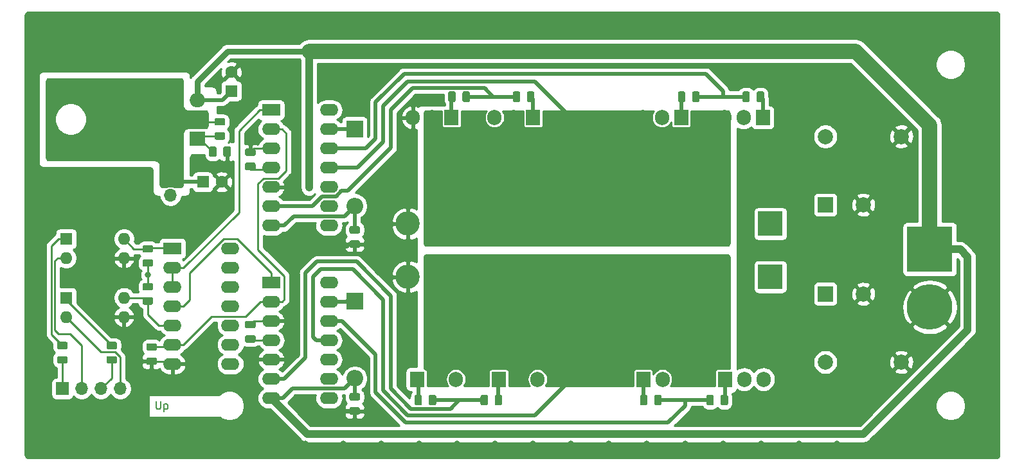
<source format=gbr>
G04 #@! TF.GenerationSoftware,KiCad,Pcbnew,5.1.5*
G04 #@! TF.CreationDate,2020-04-12T13:11:47+02:00*
G04 #@! TF.ProjectId,h_bridge,685f6272-6964-4676-952e-6b696361645f,rev?*
G04 #@! TF.SameCoordinates,Original*
G04 #@! TF.FileFunction,Copper,L1,Top*
G04 #@! TF.FilePolarity,Positive*
%FSLAX46Y46*%
G04 Gerber Fmt 4.6, Leading zero omitted, Abs format (unit mm)*
G04 Created by KiCad (PCBNEW 5.1.5) date 2020-04-12 13:11:47*
%MOMM*%
%LPD*%
G04 APERTURE LIST*
%ADD10C,0.200000*%
%ADD11R,1.905000X2.000000*%
%ADD12O,1.905000X2.000000*%
%ADD13C,0.100000*%
%ADD14C,1.600000*%
%ADD15R,1.600000X1.600000*%
%ADD16R,1.700000X1.700000*%
%ADD17O,1.700000X1.700000*%
%ADD18R,2.000000X1.905000*%
%ADD19O,2.000000X1.905000*%
%ADD20R,2.200000X2.200000*%
%ADD21O,2.200000X2.200000*%
%ADD22R,2.000000X2.000000*%
%ADD23C,2.000000*%
%ADD24O,3.200000X3.200000*%
%ADD25R,3.200000X3.200000*%
%ADD26R,5.999480X5.999480*%
%ADD27C,5.999480*%
%ADD28O,1.600000X1.600000*%
%ADD29O,2.400000X1.600000*%
%ADD30R,2.400000X1.600000*%
%ADD31C,0.800000*%
%ADD32C,0.250000*%
%ADD33C,0.500000*%
%ADD34C,1.000000*%
%ADD35C,0.750000*%
%ADD36C,2.000000*%
%ADD37C,0.254000*%
G04 APERTURE END LIST*
D10*
X117868095Y-149452380D02*
X117868095Y-150261904D01*
X117915714Y-150357142D01*
X117963333Y-150404761D01*
X118058571Y-150452380D01*
X118249047Y-150452380D01*
X118344285Y-150404761D01*
X118391904Y-150357142D01*
X118439523Y-150261904D01*
X118439523Y-149452380D01*
X118915714Y-149785714D02*
X118915714Y-150785714D01*
X118915714Y-149833333D02*
X119010952Y-149785714D01*
X119201428Y-149785714D01*
X119296666Y-149833333D01*
X119344285Y-149880952D01*
X119391904Y-149976190D01*
X119391904Y-150261904D01*
X119344285Y-150357142D01*
X119296666Y-150404761D01*
X119201428Y-150452380D01*
X119010952Y-150452380D01*
X118915714Y-150404761D01*
D11*
X197750000Y-112000000D03*
D12*
X195210000Y-112000000D03*
X192670000Y-112000000D03*
D11*
X187000000Y-112000000D03*
D12*
X184460000Y-112000000D03*
X181920000Y-112000000D03*
G04 #@! TA.AperFunction,SMDPad,CuDef*
D13*
G36*
X195830142Y-108551174D02*
G01*
X195853803Y-108554684D01*
X195877007Y-108560496D01*
X195899529Y-108568554D01*
X195921153Y-108578782D01*
X195941670Y-108591079D01*
X195960883Y-108605329D01*
X195978607Y-108621393D01*
X195994671Y-108639117D01*
X196008921Y-108658330D01*
X196021218Y-108678847D01*
X196031446Y-108700471D01*
X196039504Y-108722993D01*
X196045316Y-108746197D01*
X196048826Y-108769858D01*
X196050000Y-108793750D01*
X196050000Y-109706250D01*
X196048826Y-109730142D01*
X196045316Y-109753803D01*
X196039504Y-109777007D01*
X196031446Y-109799529D01*
X196021218Y-109821153D01*
X196008921Y-109841670D01*
X195994671Y-109860883D01*
X195978607Y-109878607D01*
X195960883Y-109894671D01*
X195941670Y-109908921D01*
X195921153Y-109921218D01*
X195899529Y-109931446D01*
X195877007Y-109939504D01*
X195853803Y-109945316D01*
X195830142Y-109948826D01*
X195806250Y-109950000D01*
X195318750Y-109950000D01*
X195294858Y-109948826D01*
X195271197Y-109945316D01*
X195247993Y-109939504D01*
X195225471Y-109931446D01*
X195203847Y-109921218D01*
X195183330Y-109908921D01*
X195164117Y-109894671D01*
X195146393Y-109878607D01*
X195130329Y-109860883D01*
X195116079Y-109841670D01*
X195103782Y-109821153D01*
X195093554Y-109799529D01*
X195085496Y-109777007D01*
X195079684Y-109753803D01*
X195076174Y-109730142D01*
X195075000Y-109706250D01*
X195075000Y-108793750D01*
X195076174Y-108769858D01*
X195079684Y-108746197D01*
X195085496Y-108722993D01*
X195093554Y-108700471D01*
X195103782Y-108678847D01*
X195116079Y-108658330D01*
X195130329Y-108639117D01*
X195146393Y-108621393D01*
X195164117Y-108605329D01*
X195183330Y-108591079D01*
X195203847Y-108578782D01*
X195225471Y-108568554D01*
X195247993Y-108560496D01*
X195271197Y-108554684D01*
X195294858Y-108551174D01*
X195318750Y-108550000D01*
X195806250Y-108550000D01*
X195830142Y-108551174D01*
G37*
G04 #@! TD.AperFunction*
G04 #@! TA.AperFunction,SMDPad,CuDef*
G36*
X197705142Y-108551174D02*
G01*
X197728803Y-108554684D01*
X197752007Y-108560496D01*
X197774529Y-108568554D01*
X197796153Y-108578782D01*
X197816670Y-108591079D01*
X197835883Y-108605329D01*
X197853607Y-108621393D01*
X197869671Y-108639117D01*
X197883921Y-108658330D01*
X197896218Y-108678847D01*
X197906446Y-108700471D01*
X197914504Y-108722993D01*
X197920316Y-108746197D01*
X197923826Y-108769858D01*
X197925000Y-108793750D01*
X197925000Y-109706250D01*
X197923826Y-109730142D01*
X197920316Y-109753803D01*
X197914504Y-109777007D01*
X197906446Y-109799529D01*
X197896218Y-109821153D01*
X197883921Y-109841670D01*
X197869671Y-109860883D01*
X197853607Y-109878607D01*
X197835883Y-109894671D01*
X197816670Y-109908921D01*
X197796153Y-109921218D01*
X197774529Y-109931446D01*
X197752007Y-109939504D01*
X197728803Y-109945316D01*
X197705142Y-109948826D01*
X197681250Y-109950000D01*
X197193750Y-109950000D01*
X197169858Y-109948826D01*
X197146197Y-109945316D01*
X197122993Y-109939504D01*
X197100471Y-109931446D01*
X197078847Y-109921218D01*
X197058330Y-109908921D01*
X197039117Y-109894671D01*
X197021393Y-109878607D01*
X197005329Y-109860883D01*
X196991079Y-109841670D01*
X196978782Y-109821153D01*
X196968554Y-109799529D01*
X196960496Y-109777007D01*
X196954684Y-109753803D01*
X196951174Y-109730142D01*
X196950000Y-109706250D01*
X196950000Y-108793750D01*
X196951174Y-108769858D01*
X196954684Y-108746197D01*
X196960496Y-108722993D01*
X196968554Y-108700471D01*
X196978782Y-108678847D01*
X196991079Y-108658330D01*
X197005329Y-108639117D01*
X197021393Y-108621393D01*
X197039117Y-108605329D01*
X197058330Y-108591079D01*
X197078847Y-108578782D01*
X197100471Y-108568554D01*
X197122993Y-108560496D01*
X197146197Y-108554684D01*
X197169858Y-108551174D01*
X197193750Y-108550000D01*
X197681250Y-108550000D01*
X197705142Y-108551174D01*
G37*
G04 #@! TD.AperFunction*
G04 #@! TA.AperFunction,SMDPad,CuDef*
G36*
X187330142Y-108551174D02*
G01*
X187353803Y-108554684D01*
X187377007Y-108560496D01*
X187399529Y-108568554D01*
X187421153Y-108578782D01*
X187441670Y-108591079D01*
X187460883Y-108605329D01*
X187478607Y-108621393D01*
X187494671Y-108639117D01*
X187508921Y-108658330D01*
X187521218Y-108678847D01*
X187531446Y-108700471D01*
X187539504Y-108722993D01*
X187545316Y-108746197D01*
X187548826Y-108769858D01*
X187550000Y-108793750D01*
X187550000Y-109706250D01*
X187548826Y-109730142D01*
X187545316Y-109753803D01*
X187539504Y-109777007D01*
X187531446Y-109799529D01*
X187521218Y-109821153D01*
X187508921Y-109841670D01*
X187494671Y-109860883D01*
X187478607Y-109878607D01*
X187460883Y-109894671D01*
X187441670Y-109908921D01*
X187421153Y-109921218D01*
X187399529Y-109931446D01*
X187377007Y-109939504D01*
X187353803Y-109945316D01*
X187330142Y-109948826D01*
X187306250Y-109950000D01*
X186818750Y-109950000D01*
X186794858Y-109948826D01*
X186771197Y-109945316D01*
X186747993Y-109939504D01*
X186725471Y-109931446D01*
X186703847Y-109921218D01*
X186683330Y-109908921D01*
X186664117Y-109894671D01*
X186646393Y-109878607D01*
X186630329Y-109860883D01*
X186616079Y-109841670D01*
X186603782Y-109821153D01*
X186593554Y-109799529D01*
X186585496Y-109777007D01*
X186579684Y-109753803D01*
X186576174Y-109730142D01*
X186575000Y-109706250D01*
X186575000Y-108793750D01*
X186576174Y-108769858D01*
X186579684Y-108746197D01*
X186585496Y-108722993D01*
X186593554Y-108700471D01*
X186603782Y-108678847D01*
X186616079Y-108658330D01*
X186630329Y-108639117D01*
X186646393Y-108621393D01*
X186664117Y-108605329D01*
X186683330Y-108591079D01*
X186703847Y-108578782D01*
X186725471Y-108568554D01*
X186747993Y-108560496D01*
X186771197Y-108554684D01*
X186794858Y-108551174D01*
X186818750Y-108550000D01*
X187306250Y-108550000D01*
X187330142Y-108551174D01*
G37*
G04 #@! TD.AperFunction*
G04 #@! TA.AperFunction,SMDPad,CuDef*
G36*
X189205142Y-108551174D02*
G01*
X189228803Y-108554684D01*
X189252007Y-108560496D01*
X189274529Y-108568554D01*
X189296153Y-108578782D01*
X189316670Y-108591079D01*
X189335883Y-108605329D01*
X189353607Y-108621393D01*
X189369671Y-108639117D01*
X189383921Y-108658330D01*
X189396218Y-108678847D01*
X189406446Y-108700471D01*
X189414504Y-108722993D01*
X189420316Y-108746197D01*
X189423826Y-108769858D01*
X189425000Y-108793750D01*
X189425000Y-109706250D01*
X189423826Y-109730142D01*
X189420316Y-109753803D01*
X189414504Y-109777007D01*
X189406446Y-109799529D01*
X189396218Y-109821153D01*
X189383921Y-109841670D01*
X189369671Y-109860883D01*
X189353607Y-109878607D01*
X189335883Y-109894671D01*
X189316670Y-109908921D01*
X189296153Y-109921218D01*
X189274529Y-109931446D01*
X189252007Y-109939504D01*
X189228803Y-109945316D01*
X189205142Y-109948826D01*
X189181250Y-109950000D01*
X188693750Y-109950000D01*
X188669858Y-109948826D01*
X188646197Y-109945316D01*
X188622993Y-109939504D01*
X188600471Y-109931446D01*
X188578847Y-109921218D01*
X188558330Y-109908921D01*
X188539117Y-109894671D01*
X188521393Y-109878607D01*
X188505329Y-109860883D01*
X188491079Y-109841670D01*
X188478782Y-109821153D01*
X188468554Y-109799529D01*
X188460496Y-109777007D01*
X188454684Y-109753803D01*
X188451174Y-109730142D01*
X188450000Y-109706250D01*
X188450000Y-108793750D01*
X188451174Y-108769858D01*
X188454684Y-108746197D01*
X188460496Y-108722993D01*
X188468554Y-108700471D01*
X188478782Y-108678847D01*
X188491079Y-108658330D01*
X188505329Y-108639117D01*
X188521393Y-108621393D01*
X188539117Y-108605329D01*
X188558330Y-108591079D01*
X188578847Y-108578782D01*
X188600471Y-108568554D01*
X188622993Y-108560496D01*
X188646197Y-108554684D01*
X188669858Y-108551174D01*
X188693750Y-108550000D01*
X189181250Y-108550000D01*
X189205142Y-108551174D01*
G37*
G04 #@! TD.AperFunction*
D14*
X126500000Y-120500000D03*
D15*
X124000000Y-120500000D03*
X127750000Y-108500000D03*
D14*
X127750000Y-106000000D03*
G04 #@! TA.AperFunction,SMDPad,CuDef*
D13*
G36*
X125580142Y-115801174D02*
G01*
X125603803Y-115804684D01*
X125627007Y-115810496D01*
X125649529Y-115818554D01*
X125671153Y-115828782D01*
X125691670Y-115841079D01*
X125710883Y-115855329D01*
X125728607Y-115871393D01*
X125744671Y-115889117D01*
X125758921Y-115908330D01*
X125771218Y-115928847D01*
X125781446Y-115950471D01*
X125789504Y-115972993D01*
X125795316Y-115996197D01*
X125798826Y-116019858D01*
X125800000Y-116043750D01*
X125800000Y-116956250D01*
X125798826Y-116980142D01*
X125795316Y-117003803D01*
X125789504Y-117027007D01*
X125781446Y-117049529D01*
X125771218Y-117071153D01*
X125758921Y-117091670D01*
X125744671Y-117110883D01*
X125728607Y-117128607D01*
X125710883Y-117144671D01*
X125691670Y-117158921D01*
X125671153Y-117171218D01*
X125649529Y-117181446D01*
X125627007Y-117189504D01*
X125603803Y-117195316D01*
X125580142Y-117198826D01*
X125556250Y-117200000D01*
X125068750Y-117200000D01*
X125044858Y-117198826D01*
X125021197Y-117195316D01*
X124997993Y-117189504D01*
X124975471Y-117181446D01*
X124953847Y-117171218D01*
X124933330Y-117158921D01*
X124914117Y-117144671D01*
X124896393Y-117128607D01*
X124880329Y-117110883D01*
X124866079Y-117091670D01*
X124853782Y-117071153D01*
X124843554Y-117049529D01*
X124835496Y-117027007D01*
X124829684Y-117003803D01*
X124826174Y-116980142D01*
X124825000Y-116956250D01*
X124825000Y-116043750D01*
X124826174Y-116019858D01*
X124829684Y-115996197D01*
X124835496Y-115972993D01*
X124843554Y-115950471D01*
X124853782Y-115928847D01*
X124866079Y-115908330D01*
X124880329Y-115889117D01*
X124896393Y-115871393D01*
X124914117Y-115855329D01*
X124933330Y-115841079D01*
X124953847Y-115828782D01*
X124975471Y-115818554D01*
X124997993Y-115810496D01*
X125021197Y-115804684D01*
X125044858Y-115801174D01*
X125068750Y-115800000D01*
X125556250Y-115800000D01*
X125580142Y-115801174D01*
G37*
G04 #@! TD.AperFunction*
G04 #@! TA.AperFunction,SMDPad,CuDef*
G36*
X127455142Y-115801174D02*
G01*
X127478803Y-115804684D01*
X127502007Y-115810496D01*
X127524529Y-115818554D01*
X127546153Y-115828782D01*
X127566670Y-115841079D01*
X127585883Y-115855329D01*
X127603607Y-115871393D01*
X127619671Y-115889117D01*
X127633921Y-115908330D01*
X127646218Y-115928847D01*
X127656446Y-115950471D01*
X127664504Y-115972993D01*
X127670316Y-115996197D01*
X127673826Y-116019858D01*
X127675000Y-116043750D01*
X127675000Y-116956250D01*
X127673826Y-116980142D01*
X127670316Y-117003803D01*
X127664504Y-117027007D01*
X127656446Y-117049529D01*
X127646218Y-117071153D01*
X127633921Y-117091670D01*
X127619671Y-117110883D01*
X127603607Y-117128607D01*
X127585883Y-117144671D01*
X127566670Y-117158921D01*
X127546153Y-117171218D01*
X127524529Y-117181446D01*
X127502007Y-117189504D01*
X127478803Y-117195316D01*
X127455142Y-117198826D01*
X127431250Y-117200000D01*
X126943750Y-117200000D01*
X126919858Y-117198826D01*
X126896197Y-117195316D01*
X126872993Y-117189504D01*
X126850471Y-117181446D01*
X126828847Y-117171218D01*
X126808330Y-117158921D01*
X126789117Y-117144671D01*
X126771393Y-117128607D01*
X126755329Y-117110883D01*
X126741079Y-117091670D01*
X126728782Y-117071153D01*
X126718554Y-117049529D01*
X126710496Y-117027007D01*
X126704684Y-117003803D01*
X126701174Y-116980142D01*
X126700000Y-116956250D01*
X126700000Y-116043750D01*
X126701174Y-116019858D01*
X126704684Y-115996197D01*
X126710496Y-115972993D01*
X126718554Y-115950471D01*
X126728782Y-115928847D01*
X126741079Y-115908330D01*
X126755329Y-115889117D01*
X126771393Y-115871393D01*
X126789117Y-115855329D01*
X126808330Y-115841079D01*
X126828847Y-115828782D01*
X126850471Y-115818554D01*
X126872993Y-115810496D01*
X126896197Y-115804684D01*
X126919858Y-115801174D01*
X126943750Y-115800000D01*
X127431250Y-115800000D01*
X127455142Y-115801174D01*
G37*
G04 #@! TD.AperFunction*
G04 #@! TA.AperFunction,SMDPad,CuDef*
G36*
X126730142Y-113951174D02*
G01*
X126753803Y-113954684D01*
X126777007Y-113960496D01*
X126799529Y-113968554D01*
X126821153Y-113978782D01*
X126841670Y-113991079D01*
X126860883Y-114005329D01*
X126878607Y-114021393D01*
X126894671Y-114039117D01*
X126908921Y-114058330D01*
X126921218Y-114078847D01*
X126931446Y-114100471D01*
X126939504Y-114122993D01*
X126945316Y-114146197D01*
X126948826Y-114169858D01*
X126950000Y-114193750D01*
X126950000Y-114681250D01*
X126948826Y-114705142D01*
X126945316Y-114728803D01*
X126939504Y-114752007D01*
X126931446Y-114774529D01*
X126921218Y-114796153D01*
X126908921Y-114816670D01*
X126894671Y-114835883D01*
X126878607Y-114853607D01*
X126860883Y-114869671D01*
X126841670Y-114883921D01*
X126821153Y-114896218D01*
X126799529Y-114906446D01*
X126777007Y-114914504D01*
X126753803Y-114920316D01*
X126730142Y-114923826D01*
X126706250Y-114925000D01*
X125793750Y-114925000D01*
X125769858Y-114923826D01*
X125746197Y-114920316D01*
X125722993Y-114914504D01*
X125700471Y-114906446D01*
X125678847Y-114896218D01*
X125658330Y-114883921D01*
X125639117Y-114869671D01*
X125621393Y-114853607D01*
X125605329Y-114835883D01*
X125591079Y-114816670D01*
X125578782Y-114796153D01*
X125568554Y-114774529D01*
X125560496Y-114752007D01*
X125554684Y-114728803D01*
X125551174Y-114705142D01*
X125550000Y-114681250D01*
X125550000Y-114193750D01*
X125551174Y-114169858D01*
X125554684Y-114146197D01*
X125560496Y-114122993D01*
X125568554Y-114100471D01*
X125578782Y-114078847D01*
X125591079Y-114058330D01*
X125605329Y-114039117D01*
X125621393Y-114021393D01*
X125639117Y-114005329D01*
X125658330Y-113991079D01*
X125678847Y-113978782D01*
X125700471Y-113968554D01*
X125722993Y-113960496D01*
X125746197Y-113954684D01*
X125769858Y-113951174D01*
X125793750Y-113950000D01*
X126706250Y-113950000D01*
X126730142Y-113951174D01*
G37*
G04 #@! TD.AperFunction*
G04 #@! TA.AperFunction,SMDPad,CuDef*
G36*
X126730142Y-112076174D02*
G01*
X126753803Y-112079684D01*
X126777007Y-112085496D01*
X126799529Y-112093554D01*
X126821153Y-112103782D01*
X126841670Y-112116079D01*
X126860883Y-112130329D01*
X126878607Y-112146393D01*
X126894671Y-112164117D01*
X126908921Y-112183330D01*
X126921218Y-112203847D01*
X126931446Y-112225471D01*
X126939504Y-112247993D01*
X126945316Y-112271197D01*
X126948826Y-112294858D01*
X126950000Y-112318750D01*
X126950000Y-112806250D01*
X126948826Y-112830142D01*
X126945316Y-112853803D01*
X126939504Y-112877007D01*
X126931446Y-112899529D01*
X126921218Y-112921153D01*
X126908921Y-112941670D01*
X126894671Y-112960883D01*
X126878607Y-112978607D01*
X126860883Y-112994671D01*
X126841670Y-113008921D01*
X126821153Y-113021218D01*
X126799529Y-113031446D01*
X126777007Y-113039504D01*
X126753803Y-113045316D01*
X126730142Y-113048826D01*
X126706250Y-113050000D01*
X125793750Y-113050000D01*
X125769858Y-113048826D01*
X125746197Y-113045316D01*
X125722993Y-113039504D01*
X125700471Y-113031446D01*
X125678847Y-113021218D01*
X125658330Y-113008921D01*
X125639117Y-112994671D01*
X125621393Y-112978607D01*
X125605329Y-112960883D01*
X125591079Y-112941670D01*
X125578782Y-112921153D01*
X125568554Y-112899529D01*
X125560496Y-112877007D01*
X125554684Y-112853803D01*
X125551174Y-112830142D01*
X125550000Y-112806250D01*
X125550000Y-112318750D01*
X125551174Y-112294858D01*
X125554684Y-112271197D01*
X125560496Y-112247993D01*
X125568554Y-112225471D01*
X125578782Y-112203847D01*
X125591079Y-112183330D01*
X125605329Y-112164117D01*
X125621393Y-112146393D01*
X125639117Y-112130329D01*
X125658330Y-112116079D01*
X125678847Y-112103782D01*
X125700471Y-112093554D01*
X125722993Y-112085496D01*
X125746197Y-112079684D01*
X125769858Y-112076174D01*
X125793750Y-112075000D01*
X126706250Y-112075000D01*
X126730142Y-112076174D01*
G37*
G04 #@! TD.AperFunction*
D16*
X119750000Y-119710000D03*
D17*
X119750000Y-122250000D03*
D18*
X123250000Y-114750000D03*
D19*
X123250000Y-112210000D03*
X123250000Y-109670000D03*
D20*
X144000000Y-136250000D03*
D21*
X144000000Y-146410000D03*
D22*
X206000000Y-135250000D03*
D23*
X211000000Y-135250000D03*
D22*
X206000000Y-123500000D03*
D23*
X211000000Y-123500000D03*
G04 #@! TA.AperFunction,SMDPad,CuDef*
D13*
G36*
X144480142Y-126326174D02*
G01*
X144503803Y-126329684D01*
X144527007Y-126335496D01*
X144549529Y-126343554D01*
X144571153Y-126353782D01*
X144591670Y-126366079D01*
X144610883Y-126380329D01*
X144628607Y-126396393D01*
X144644671Y-126414117D01*
X144658921Y-126433330D01*
X144671218Y-126453847D01*
X144681446Y-126475471D01*
X144689504Y-126497993D01*
X144695316Y-126521197D01*
X144698826Y-126544858D01*
X144700000Y-126568750D01*
X144700000Y-127056250D01*
X144698826Y-127080142D01*
X144695316Y-127103803D01*
X144689504Y-127127007D01*
X144681446Y-127149529D01*
X144671218Y-127171153D01*
X144658921Y-127191670D01*
X144644671Y-127210883D01*
X144628607Y-127228607D01*
X144610883Y-127244671D01*
X144591670Y-127258921D01*
X144571153Y-127271218D01*
X144549529Y-127281446D01*
X144527007Y-127289504D01*
X144503803Y-127295316D01*
X144480142Y-127298826D01*
X144456250Y-127300000D01*
X143543750Y-127300000D01*
X143519858Y-127298826D01*
X143496197Y-127295316D01*
X143472993Y-127289504D01*
X143450471Y-127281446D01*
X143428847Y-127271218D01*
X143408330Y-127258921D01*
X143389117Y-127244671D01*
X143371393Y-127228607D01*
X143355329Y-127210883D01*
X143341079Y-127191670D01*
X143328782Y-127171153D01*
X143318554Y-127149529D01*
X143310496Y-127127007D01*
X143304684Y-127103803D01*
X143301174Y-127080142D01*
X143300000Y-127056250D01*
X143300000Y-126568750D01*
X143301174Y-126544858D01*
X143304684Y-126521197D01*
X143310496Y-126497993D01*
X143318554Y-126475471D01*
X143328782Y-126453847D01*
X143341079Y-126433330D01*
X143355329Y-126414117D01*
X143371393Y-126396393D01*
X143389117Y-126380329D01*
X143408330Y-126366079D01*
X143428847Y-126353782D01*
X143450471Y-126343554D01*
X143472993Y-126335496D01*
X143496197Y-126329684D01*
X143519858Y-126326174D01*
X143543750Y-126325000D01*
X144456250Y-126325000D01*
X144480142Y-126326174D01*
G37*
G04 #@! TD.AperFunction*
G04 #@! TA.AperFunction,SMDPad,CuDef*
G36*
X144480142Y-128201174D02*
G01*
X144503803Y-128204684D01*
X144527007Y-128210496D01*
X144549529Y-128218554D01*
X144571153Y-128228782D01*
X144591670Y-128241079D01*
X144610883Y-128255329D01*
X144628607Y-128271393D01*
X144644671Y-128289117D01*
X144658921Y-128308330D01*
X144671218Y-128328847D01*
X144681446Y-128350471D01*
X144689504Y-128372993D01*
X144695316Y-128396197D01*
X144698826Y-128419858D01*
X144700000Y-128443750D01*
X144700000Y-128931250D01*
X144698826Y-128955142D01*
X144695316Y-128978803D01*
X144689504Y-129002007D01*
X144681446Y-129024529D01*
X144671218Y-129046153D01*
X144658921Y-129066670D01*
X144644671Y-129085883D01*
X144628607Y-129103607D01*
X144610883Y-129119671D01*
X144591670Y-129133921D01*
X144571153Y-129146218D01*
X144549529Y-129156446D01*
X144527007Y-129164504D01*
X144503803Y-129170316D01*
X144480142Y-129173826D01*
X144456250Y-129175000D01*
X143543750Y-129175000D01*
X143519858Y-129173826D01*
X143496197Y-129170316D01*
X143472993Y-129164504D01*
X143450471Y-129156446D01*
X143428847Y-129146218D01*
X143408330Y-129133921D01*
X143389117Y-129119671D01*
X143371393Y-129103607D01*
X143355329Y-129085883D01*
X143341079Y-129066670D01*
X143328782Y-129046153D01*
X143318554Y-129024529D01*
X143310496Y-129002007D01*
X143304684Y-128978803D01*
X143301174Y-128955142D01*
X143300000Y-128931250D01*
X143300000Y-128443750D01*
X143301174Y-128419858D01*
X143304684Y-128396197D01*
X143310496Y-128372993D01*
X143318554Y-128350471D01*
X143328782Y-128328847D01*
X143341079Y-128308330D01*
X143355329Y-128289117D01*
X143371393Y-128271393D01*
X143389117Y-128255329D01*
X143408330Y-128241079D01*
X143428847Y-128228782D01*
X143450471Y-128218554D01*
X143472993Y-128210496D01*
X143496197Y-128204684D01*
X143519858Y-128201174D01*
X143543750Y-128200000D01*
X144456250Y-128200000D01*
X144480142Y-128201174D01*
G37*
G04 #@! TD.AperFunction*
G04 #@! TA.AperFunction,SMDPad,CuDef*
G36*
X144480142Y-148326174D02*
G01*
X144503803Y-148329684D01*
X144527007Y-148335496D01*
X144549529Y-148343554D01*
X144571153Y-148353782D01*
X144591670Y-148366079D01*
X144610883Y-148380329D01*
X144628607Y-148396393D01*
X144644671Y-148414117D01*
X144658921Y-148433330D01*
X144671218Y-148453847D01*
X144681446Y-148475471D01*
X144689504Y-148497993D01*
X144695316Y-148521197D01*
X144698826Y-148544858D01*
X144700000Y-148568750D01*
X144700000Y-149056250D01*
X144698826Y-149080142D01*
X144695316Y-149103803D01*
X144689504Y-149127007D01*
X144681446Y-149149529D01*
X144671218Y-149171153D01*
X144658921Y-149191670D01*
X144644671Y-149210883D01*
X144628607Y-149228607D01*
X144610883Y-149244671D01*
X144591670Y-149258921D01*
X144571153Y-149271218D01*
X144549529Y-149281446D01*
X144527007Y-149289504D01*
X144503803Y-149295316D01*
X144480142Y-149298826D01*
X144456250Y-149300000D01*
X143543750Y-149300000D01*
X143519858Y-149298826D01*
X143496197Y-149295316D01*
X143472993Y-149289504D01*
X143450471Y-149281446D01*
X143428847Y-149271218D01*
X143408330Y-149258921D01*
X143389117Y-149244671D01*
X143371393Y-149228607D01*
X143355329Y-149210883D01*
X143341079Y-149191670D01*
X143328782Y-149171153D01*
X143318554Y-149149529D01*
X143310496Y-149127007D01*
X143304684Y-149103803D01*
X143301174Y-149080142D01*
X143300000Y-149056250D01*
X143300000Y-148568750D01*
X143301174Y-148544858D01*
X143304684Y-148521197D01*
X143310496Y-148497993D01*
X143318554Y-148475471D01*
X143328782Y-148453847D01*
X143341079Y-148433330D01*
X143355329Y-148414117D01*
X143371393Y-148396393D01*
X143389117Y-148380329D01*
X143408330Y-148366079D01*
X143428847Y-148353782D01*
X143450471Y-148343554D01*
X143472993Y-148335496D01*
X143496197Y-148329684D01*
X143519858Y-148326174D01*
X143543750Y-148325000D01*
X144456250Y-148325000D01*
X144480142Y-148326174D01*
G37*
G04 #@! TD.AperFunction*
G04 #@! TA.AperFunction,SMDPad,CuDef*
G36*
X144480142Y-150201174D02*
G01*
X144503803Y-150204684D01*
X144527007Y-150210496D01*
X144549529Y-150218554D01*
X144571153Y-150228782D01*
X144591670Y-150241079D01*
X144610883Y-150255329D01*
X144628607Y-150271393D01*
X144644671Y-150289117D01*
X144658921Y-150308330D01*
X144671218Y-150328847D01*
X144681446Y-150350471D01*
X144689504Y-150372993D01*
X144695316Y-150396197D01*
X144698826Y-150419858D01*
X144700000Y-150443750D01*
X144700000Y-150931250D01*
X144698826Y-150955142D01*
X144695316Y-150978803D01*
X144689504Y-151002007D01*
X144681446Y-151024529D01*
X144671218Y-151046153D01*
X144658921Y-151066670D01*
X144644671Y-151085883D01*
X144628607Y-151103607D01*
X144610883Y-151119671D01*
X144591670Y-151133921D01*
X144571153Y-151146218D01*
X144549529Y-151156446D01*
X144527007Y-151164504D01*
X144503803Y-151170316D01*
X144480142Y-151173826D01*
X144456250Y-151175000D01*
X143543750Y-151175000D01*
X143519858Y-151173826D01*
X143496197Y-151170316D01*
X143472993Y-151164504D01*
X143450471Y-151156446D01*
X143428847Y-151146218D01*
X143408330Y-151133921D01*
X143389117Y-151119671D01*
X143371393Y-151103607D01*
X143355329Y-151085883D01*
X143341079Y-151066670D01*
X143328782Y-151046153D01*
X143318554Y-151024529D01*
X143310496Y-151002007D01*
X143304684Y-150978803D01*
X143301174Y-150955142D01*
X143300000Y-150931250D01*
X143300000Y-150443750D01*
X143301174Y-150419858D01*
X143304684Y-150396197D01*
X143310496Y-150372993D01*
X143318554Y-150350471D01*
X143328782Y-150328847D01*
X143341079Y-150308330D01*
X143355329Y-150289117D01*
X143371393Y-150271393D01*
X143389117Y-150255329D01*
X143408330Y-150241079D01*
X143428847Y-150228782D01*
X143450471Y-150218554D01*
X143472993Y-150210496D01*
X143496197Y-150204684D01*
X143519858Y-150201174D01*
X143543750Y-150200000D01*
X144456250Y-150200000D01*
X144480142Y-150201174D01*
G37*
G04 #@! TD.AperFunction*
D23*
X216000000Y-144250000D03*
X206000000Y-144250000D03*
X206000000Y-114500000D03*
X216000000Y-114500000D03*
D21*
X144000000Y-123660000D03*
D20*
X144000000Y-113500000D03*
D24*
X186050000Y-126000000D03*
D25*
X198750000Y-126000000D03*
X163700000Y-126000000D03*
D24*
X151000000Y-126000000D03*
D25*
X198750000Y-133000000D03*
D24*
X186050000Y-133000000D03*
X151000000Y-133000000D03*
D25*
X163700000Y-133000000D03*
D16*
X105500000Y-147750000D03*
D17*
X108040000Y-147750000D03*
X110580000Y-147750000D03*
X113120000Y-147750000D03*
D26*
X219750000Y-129370000D03*
D27*
X219750000Y-136990000D03*
X174500000Y-133370000D03*
D26*
X174500000Y-125750000D03*
D12*
X162420000Y-112000000D03*
X164960000Y-112000000D03*
D11*
X167500000Y-112000000D03*
D12*
X151670000Y-112000000D03*
X154210000Y-112000000D03*
D11*
X156750000Y-112000000D03*
X182000000Y-146500000D03*
D12*
X184540000Y-146500000D03*
X187080000Y-146500000D03*
D11*
X163000000Y-146500000D03*
D12*
X165540000Y-146500000D03*
X168080000Y-146500000D03*
X197830000Y-146500000D03*
X195290000Y-146500000D03*
D11*
X192750000Y-146500000D03*
D12*
X157330000Y-146500000D03*
X154790000Y-146500000D03*
D11*
X152250000Y-146500000D03*
G04 #@! TA.AperFunction,SMDPad,CuDef*
D13*
G36*
X105980142Y-143451174D02*
G01*
X106003803Y-143454684D01*
X106027007Y-143460496D01*
X106049529Y-143468554D01*
X106071153Y-143478782D01*
X106091670Y-143491079D01*
X106110883Y-143505329D01*
X106128607Y-143521393D01*
X106144671Y-143539117D01*
X106158921Y-143558330D01*
X106171218Y-143578847D01*
X106181446Y-143600471D01*
X106189504Y-143622993D01*
X106195316Y-143646197D01*
X106198826Y-143669858D01*
X106200000Y-143693750D01*
X106200000Y-144181250D01*
X106198826Y-144205142D01*
X106195316Y-144228803D01*
X106189504Y-144252007D01*
X106181446Y-144274529D01*
X106171218Y-144296153D01*
X106158921Y-144316670D01*
X106144671Y-144335883D01*
X106128607Y-144353607D01*
X106110883Y-144369671D01*
X106091670Y-144383921D01*
X106071153Y-144396218D01*
X106049529Y-144406446D01*
X106027007Y-144414504D01*
X106003803Y-144420316D01*
X105980142Y-144423826D01*
X105956250Y-144425000D01*
X105043750Y-144425000D01*
X105019858Y-144423826D01*
X104996197Y-144420316D01*
X104972993Y-144414504D01*
X104950471Y-144406446D01*
X104928847Y-144396218D01*
X104908330Y-144383921D01*
X104889117Y-144369671D01*
X104871393Y-144353607D01*
X104855329Y-144335883D01*
X104841079Y-144316670D01*
X104828782Y-144296153D01*
X104818554Y-144274529D01*
X104810496Y-144252007D01*
X104804684Y-144228803D01*
X104801174Y-144205142D01*
X104800000Y-144181250D01*
X104800000Y-143693750D01*
X104801174Y-143669858D01*
X104804684Y-143646197D01*
X104810496Y-143622993D01*
X104818554Y-143600471D01*
X104828782Y-143578847D01*
X104841079Y-143558330D01*
X104855329Y-143539117D01*
X104871393Y-143521393D01*
X104889117Y-143505329D01*
X104908330Y-143491079D01*
X104928847Y-143478782D01*
X104950471Y-143468554D01*
X104972993Y-143460496D01*
X104996197Y-143454684D01*
X105019858Y-143451174D01*
X105043750Y-143450000D01*
X105956250Y-143450000D01*
X105980142Y-143451174D01*
G37*
G04 #@! TD.AperFunction*
G04 #@! TA.AperFunction,SMDPad,CuDef*
G36*
X105980142Y-141576174D02*
G01*
X106003803Y-141579684D01*
X106027007Y-141585496D01*
X106049529Y-141593554D01*
X106071153Y-141603782D01*
X106091670Y-141616079D01*
X106110883Y-141630329D01*
X106128607Y-141646393D01*
X106144671Y-141664117D01*
X106158921Y-141683330D01*
X106171218Y-141703847D01*
X106181446Y-141725471D01*
X106189504Y-141747993D01*
X106195316Y-141771197D01*
X106198826Y-141794858D01*
X106200000Y-141818750D01*
X106200000Y-142306250D01*
X106198826Y-142330142D01*
X106195316Y-142353803D01*
X106189504Y-142377007D01*
X106181446Y-142399529D01*
X106171218Y-142421153D01*
X106158921Y-142441670D01*
X106144671Y-142460883D01*
X106128607Y-142478607D01*
X106110883Y-142494671D01*
X106091670Y-142508921D01*
X106071153Y-142521218D01*
X106049529Y-142531446D01*
X106027007Y-142539504D01*
X106003803Y-142545316D01*
X105980142Y-142548826D01*
X105956250Y-142550000D01*
X105043750Y-142550000D01*
X105019858Y-142548826D01*
X104996197Y-142545316D01*
X104972993Y-142539504D01*
X104950471Y-142531446D01*
X104928847Y-142521218D01*
X104908330Y-142508921D01*
X104889117Y-142494671D01*
X104871393Y-142478607D01*
X104855329Y-142460883D01*
X104841079Y-142441670D01*
X104828782Y-142421153D01*
X104818554Y-142399529D01*
X104810496Y-142377007D01*
X104804684Y-142353803D01*
X104801174Y-142330142D01*
X104800000Y-142306250D01*
X104800000Y-141818750D01*
X104801174Y-141794858D01*
X104804684Y-141771197D01*
X104810496Y-141747993D01*
X104818554Y-141725471D01*
X104828782Y-141703847D01*
X104841079Y-141683330D01*
X104855329Y-141664117D01*
X104871393Y-141646393D01*
X104889117Y-141630329D01*
X104908330Y-141616079D01*
X104928847Y-141603782D01*
X104950471Y-141593554D01*
X104972993Y-141585496D01*
X104996197Y-141579684D01*
X105019858Y-141576174D01*
X105043750Y-141575000D01*
X105956250Y-141575000D01*
X105980142Y-141576174D01*
G37*
G04 #@! TD.AperFunction*
G04 #@! TA.AperFunction,SMDPad,CuDef*
G36*
X112480142Y-141576174D02*
G01*
X112503803Y-141579684D01*
X112527007Y-141585496D01*
X112549529Y-141593554D01*
X112571153Y-141603782D01*
X112591670Y-141616079D01*
X112610883Y-141630329D01*
X112628607Y-141646393D01*
X112644671Y-141664117D01*
X112658921Y-141683330D01*
X112671218Y-141703847D01*
X112681446Y-141725471D01*
X112689504Y-141747993D01*
X112695316Y-141771197D01*
X112698826Y-141794858D01*
X112700000Y-141818750D01*
X112700000Y-142306250D01*
X112698826Y-142330142D01*
X112695316Y-142353803D01*
X112689504Y-142377007D01*
X112681446Y-142399529D01*
X112671218Y-142421153D01*
X112658921Y-142441670D01*
X112644671Y-142460883D01*
X112628607Y-142478607D01*
X112610883Y-142494671D01*
X112591670Y-142508921D01*
X112571153Y-142521218D01*
X112549529Y-142531446D01*
X112527007Y-142539504D01*
X112503803Y-142545316D01*
X112480142Y-142548826D01*
X112456250Y-142550000D01*
X111543750Y-142550000D01*
X111519858Y-142548826D01*
X111496197Y-142545316D01*
X111472993Y-142539504D01*
X111450471Y-142531446D01*
X111428847Y-142521218D01*
X111408330Y-142508921D01*
X111389117Y-142494671D01*
X111371393Y-142478607D01*
X111355329Y-142460883D01*
X111341079Y-142441670D01*
X111328782Y-142421153D01*
X111318554Y-142399529D01*
X111310496Y-142377007D01*
X111304684Y-142353803D01*
X111301174Y-142330142D01*
X111300000Y-142306250D01*
X111300000Y-141818750D01*
X111301174Y-141794858D01*
X111304684Y-141771197D01*
X111310496Y-141747993D01*
X111318554Y-141725471D01*
X111328782Y-141703847D01*
X111341079Y-141683330D01*
X111355329Y-141664117D01*
X111371393Y-141646393D01*
X111389117Y-141630329D01*
X111408330Y-141616079D01*
X111428847Y-141603782D01*
X111450471Y-141593554D01*
X111472993Y-141585496D01*
X111496197Y-141579684D01*
X111519858Y-141576174D01*
X111543750Y-141575000D01*
X112456250Y-141575000D01*
X112480142Y-141576174D01*
G37*
G04 #@! TD.AperFunction*
G04 #@! TA.AperFunction,SMDPad,CuDef*
G36*
X112480142Y-143451174D02*
G01*
X112503803Y-143454684D01*
X112527007Y-143460496D01*
X112549529Y-143468554D01*
X112571153Y-143478782D01*
X112591670Y-143491079D01*
X112610883Y-143505329D01*
X112628607Y-143521393D01*
X112644671Y-143539117D01*
X112658921Y-143558330D01*
X112671218Y-143578847D01*
X112681446Y-143600471D01*
X112689504Y-143622993D01*
X112695316Y-143646197D01*
X112698826Y-143669858D01*
X112700000Y-143693750D01*
X112700000Y-144181250D01*
X112698826Y-144205142D01*
X112695316Y-144228803D01*
X112689504Y-144252007D01*
X112681446Y-144274529D01*
X112671218Y-144296153D01*
X112658921Y-144316670D01*
X112644671Y-144335883D01*
X112628607Y-144353607D01*
X112610883Y-144369671D01*
X112591670Y-144383921D01*
X112571153Y-144396218D01*
X112549529Y-144406446D01*
X112527007Y-144414504D01*
X112503803Y-144420316D01*
X112480142Y-144423826D01*
X112456250Y-144425000D01*
X111543750Y-144425000D01*
X111519858Y-144423826D01*
X111496197Y-144420316D01*
X111472993Y-144414504D01*
X111450471Y-144406446D01*
X111428847Y-144396218D01*
X111408330Y-144383921D01*
X111389117Y-144369671D01*
X111371393Y-144353607D01*
X111355329Y-144335883D01*
X111341079Y-144316670D01*
X111328782Y-144296153D01*
X111318554Y-144274529D01*
X111310496Y-144252007D01*
X111304684Y-144228803D01*
X111301174Y-144205142D01*
X111300000Y-144181250D01*
X111300000Y-143693750D01*
X111301174Y-143669858D01*
X111304684Y-143646197D01*
X111310496Y-143622993D01*
X111318554Y-143600471D01*
X111328782Y-143578847D01*
X111341079Y-143558330D01*
X111355329Y-143539117D01*
X111371393Y-143521393D01*
X111389117Y-143505329D01*
X111408330Y-143491079D01*
X111428847Y-143478782D01*
X111450471Y-143468554D01*
X111472993Y-143460496D01*
X111496197Y-143454684D01*
X111519858Y-143451174D01*
X111543750Y-143450000D01*
X112456250Y-143450000D01*
X112480142Y-143451174D01*
G37*
G04 #@! TD.AperFunction*
G04 #@! TA.AperFunction,SMDPad,CuDef*
G36*
X117230142Y-130701174D02*
G01*
X117253803Y-130704684D01*
X117277007Y-130710496D01*
X117299529Y-130718554D01*
X117321153Y-130728782D01*
X117341670Y-130741079D01*
X117360883Y-130755329D01*
X117378607Y-130771393D01*
X117394671Y-130789117D01*
X117408921Y-130808330D01*
X117421218Y-130828847D01*
X117431446Y-130850471D01*
X117439504Y-130872993D01*
X117445316Y-130896197D01*
X117448826Y-130919858D01*
X117450000Y-130943750D01*
X117450000Y-131431250D01*
X117448826Y-131455142D01*
X117445316Y-131478803D01*
X117439504Y-131502007D01*
X117431446Y-131524529D01*
X117421218Y-131546153D01*
X117408921Y-131566670D01*
X117394671Y-131585883D01*
X117378607Y-131603607D01*
X117360883Y-131619671D01*
X117341670Y-131633921D01*
X117321153Y-131646218D01*
X117299529Y-131656446D01*
X117277007Y-131664504D01*
X117253803Y-131670316D01*
X117230142Y-131673826D01*
X117206250Y-131675000D01*
X116293750Y-131675000D01*
X116269858Y-131673826D01*
X116246197Y-131670316D01*
X116222993Y-131664504D01*
X116200471Y-131656446D01*
X116178847Y-131646218D01*
X116158330Y-131633921D01*
X116139117Y-131619671D01*
X116121393Y-131603607D01*
X116105329Y-131585883D01*
X116091079Y-131566670D01*
X116078782Y-131546153D01*
X116068554Y-131524529D01*
X116060496Y-131502007D01*
X116054684Y-131478803D01*
X116051174Y-131455142D01*
X116050000Y-131431250D01*
X116050000Y-130943750D01*
X116051174Y-130919858D01*
X116054684Y-130896197D01*
X116060496Y-130872993D01*
X116068554Y-130850471D01*
X116078782Y-130828847D01*
X116091079Y-130808330D01*
X116105329Y-130789117D01*
X116121393Y-130771393D01*
X116139117Y-130755329D01*
X116158330Y-130741079D01*
X116178847Y-130728782D01*
X116200471Y-130718554D01*
X116222993Y-130710496D01*
X116246197Y-130704684D01*
X116269858Y-130701174D01*
X116293750Y-130700000D01*
X117206250Y-130700000D01*
X117230142Y-130701174D01*
G37*
G04 #@! TD.AperFunction*
G04 #@! TA.AperFunction,SMDPad,CuDef*
G36*
X117230142Y-128826174D02*
G01*
X117253803Y-128829684D01*
X117277007Y-128835496D01*
X117299529Y-128843554D01*
X117321153Y-128853782D01*
X117341670Y-128866079D01*
X117360883Y-128880329D01*
X117378607Y-128896393D01*
X117394671Y-128914117D01*
X117408921Y-128933330D01*
X117421218Y-128953847D01*
X117431446Y-128975471D01*
X117439504Y-128997993D01*
X117445316Y-129021197D01*
X117448826Y-129044858D01*
X117450000Y-129068750D01*
X117450000Y-129556250D01*
X117448826Y-129580142D01*
X117445316Y-129603803D01*
X117439504Y-129627007D01*
X117431446Y-129649529D01*
X117421218Y-129671153D01*
X117408921Y-129691670D01*
X117394671Y-129710883D01*
X117378607Y-129728607D01*
X117360883Y-129744671D01*
X117341670Y-129758921D01*
X117321153Y-129771218D01*
X117299529Y-129781446D01*
X117277007Y-129789504D01*
X117253803Y-129795316D01*
X117230142Y-129798826D01*
X117206250Y-129800000D01*
X116293750Y-129800000D01*
X116269858Y-129798826D01*
X116246197Y-129795316D01*
X116222993Y-129789504D01*
X116200471Y-129781446D01*
X116178847Y-129771218D01*
X116158330Y-129758921D01*
X116139117Y-129744671D01*
X116121393Y-129728607D01*
X116105329Y-129710883D01*
X116091079Y-129691670D01*
X116078782Y-129671153D01*
X116068554Y-129649529D01*
X116060496Y-129627007D01*
X116054684Y-129603803D01*
X116051174Y-129580142D01*
X116050000Y-129556250D01*
X116050000Y-129068750D01*
X116051174Y-129044858D01*
X116054684Y-129021197D01*
X116060496Y-128997993D01*
X116068554Y-128975471D01*
X116078782Y-128953847D01*
X116091079Y-128933330D01*
X116105329Y-128914117D01*
X116121393Y-128896393D01*
X116139117Y-128880329D01*
X116158330Y-128866079D01*
X116178847Y-128853782D01*
X116200471Y-128843554D01*
X116222993Y-128835496D01*
X116246197Y-128829684D01*
X116269858Y-128826174D01*
X116293750Y-128825000D01*
X117206250Y-128825000D01*
X117230142Y-128826174D01*
G37*
G04 #@! TD.AperFunction*
G04 #@! TA.AperFunction,SMDPad,CuDef*
G36*
X117230142Y-135701174D02*
G01*
X117253803Y-135704684D01*
X117277007Y-135710496D01*
X117299529Y-135718554D01*
X117321153Y-135728782D01*
X117341670Y-135741079D01*
X117360883Y-135755329D01*
X117378607Y-135771393D01*
X117394671Y-135789117D01*
X117408921Y-135808330D01*
X117421218Y-135828847D01*
X117431446Y-135850471D01*
X117439504Y-135872993D01*
X117445316Y-135896197D01*
X117448826Y-135919858D01*
X117450000Y-135943750D01*
X117450000Y-136431250D01*
X117448826Y-136455142D01*
X117445316Y-136478803D01*
X117439504Y-136502007D01*
X117431446Y-136524529D01*
X117421218Y-136546153D01*
X117408921Y-136566670D01*
X117394671Y-136585883D01*
X117378607Y-136603607D01*
X117360883Y-136619671D01*
X117341670Y-136633921D01*
X117321153Y-136646218D01*
X117299529Y-136656446D01*
X117277007Y-136664504D01*
X117253803Y-136670316D01*
X117230142Y-136673826D01*
X117206250Y-136675000D01*
X116293750Y-136675000D01*
X116269858Y-136673826D01*
X116246197Y-136670316D01*
X116222993Y-136664504D01*
X116200471Y-136656446D01*
X116178847Y-136646218D01*
X116158330Y-136633921D01*
X116139117Y-136619671D01*
X116121393Y-136603607D01*
X116105329Y-136585883D01*
X116091079Y-136566670D01*
X116078782Y-136546153D01*
X116068554Y-136524529D01*
X116060496Y-136502007D01*
X116054684Y-136478803D01*
X116051174Y-136455142D01*
X116050000Y-136431250D01*
X116050000Y-135943750D01*
X116051174Y-135919858D01*
X116054684Y-135896197D01*
X116060496Y-135872993D01*
X116068554Y-135850471D01*
X116078782Y-135828847D01*
X116091079Y-135808330D01*
X116105329Y-135789117D01*
X116121393Y-135771393D01*
X116139117Y-135755329D01*
X116158330Y-135741079D01*
X116178847Y-135728782D01*
X116200471Y-135718554D01*
X116222993Y-135710496D01*
X116246197Y-135704684D01*
X116269858Y-135701174D01*
X116293750Y-135700000D01*
X117206250Y-135700000D01*
X117230142Y-135701174D01*
G37*
G04 #@! TD.AperFunction*
G04 #@! TA.AperFunction,SMDPad,CuDef*
G36*
X117230142Y-133826174D02*
G01*
X117253803Y-133829684D01*
X117277007Y-133835496D01*
X117299529Y-133843554D01*
X117321153Y-133853782D01*
X117341670Y-133866079D01*
X117360883Y-133880329D01*
X117378607Y-133896393D01*
X117394671Y-133914117D01*
X117408921Y-133933330D01*
X117421218Y-133953847D01*
X117431446Y-133975471D01*
X117439504Y-133997993D01*
X117445316Y-134021197D01*
X117448826Y-134044858D01*
X117450000Y-134068750D01*
X117450000Y-134556250D01*
X117448826Y-134580142D01*
X117445316Y-134603803D01*
X117439504Y-134627007D01*
X117431446Y-134649529D01*
X117421218Y-134671153D01*
X117408921Y-134691670D01*
X117394671Y-134710883D01*
X117378607Y-134728607D01*
X117360883Y-134744671D01*
X117341670Y-134758921D01*
X117321153Y-134771218D01*
X117299529Y-134781446D01*
X117277007Y-134789504D01*
X117253803Y-134795316D01*
X117230142Y-134798826D01*
X117206250Y-134800000D01*
X116293750Y-134800000D01*
X116269858Y-134798826D01*
X116246197Y-134795316D01*
X116222993Y-134789504D01*
X116200471Y-134781446D01*
X116178847Y-134771218D01*
X116158330Y-134758921D01*
X116139117Y-134744671D01*
X116121393Y-134728607D01*
X116105329Y-134710883D01*
X116091079Y-134691670D01*
X116078782Y-134671153D01*
X116068554Y-134649529D01*
X116060496Y-134627007D01*
X116054684Y-134603803D01*
X116051174Y-134580142D01*
X116050000Y-134556250D01*
X116050000Y-134068750D01*
X116051174Y-134044858D01*
X116054684Y-134021197D01*
X116060496Y-133997993D01*
X116068554Y-133975471D01*
X116078782Y-133953847D01*
X116091079Y-133933330D01*
X116105329Y-133914117D01*
X116121393Y-133896393D01*
X116139117Y-133880329D01*
X116158330Y-133866079D01*
X116178847Y-133853782D01*
X116200471Y-133843554D01*
X116222993Y-133835496D01*
X116246197Y-133829684D01*
X116269858Y-133826174D01*
X116293750Y-133825000D01*
X117206250Y-133825000D01*
X117230142Y-133826174D01*
G37*
G04 #@! TD.AperFunction*
G04 #@! TA.AperFunction,SMDPad,CuDef*
G36*
X117730142Y-141763674D02*
G01*
X117753803Y-141767184D01*
X117777007Y-141772996D01*
X117799529Y-141781054D01*
X117821153Y-141791282D01*
X117841670Y-141803579D01*
X117860883Y-141817829D01*
X117878607Y-141833893D01*
X117894671Y-141851617D01*
X117908921Y-141870830D01*
X117921218Y-141891347D01*
X117931446Y-141912971D01*
X117939504Y-141935493D01*
X117945316Y-141958697D01*
X117948826Y-141982358D01*
X117950000Y-142006250D01*
X117950000Y-142493750D01*
X117948826Y-142517642D01*
X117945316Y-142541303D01*
X117939504Y-142564507D01*
X117931446Y-142587029D01*
X117921218Y-142608653D01*
X117908921Y-142629170D01*
X117894671Y-142648383D01*
X117878607Y-142666107D01*
X117860883Y-142682171D01*
X117841670Y-142696421D01*
X117821153Y-142708718D01*
X117799529Y-142718946D01*
X117777007Y-142727004D01*
X117753803Y-142732816D01*
X117730142Y-142736326D01*
X117706250Y-142737500D01*
X116793750Y-142737500D01*
X116769858Y-142736326D01*
X116746197Y-142732816D01*
X116722993Y-142727004D01*
X116700471Y-142718946D01*
X116678847Y-142708718D01*
X116658330Y-142696421D01*
X116639117Y-142682171D01*
X116621393Y-142666107D01*
X116605329Y-142648383D01*
X116591079Y-142629170D01*
X116578782Y-142608653D01*
X116568554Y-142587029D01*
X116560496Y-142564507D01*
X116554684Y-142541303D01*
X116551174Y-142517642D01*
X116550000Y-142493750D01*
X116550000Y-142006250D01*
X116551174Y-141982358D01*
X116554684Y-141958697D01*
X116560496Y-141935493D01*
X116568554Y-141912971D01*
X116578782Y-141891347D01*
X116591079Y-141870830D01*
X116605329Y-141851617D01*
X116621393Y-141833893D01*
X116639117Y-141817829D01*
X116658330Y-141803579D01*
X116678847Y-141791282D01*
X116700471Y-141781054D01*
X116722993Y-141772996D01*
X116746197Y-141767184D01*
X116769858Y-141763674D01*
X116793750Y-141762500D01*
X117706250Y-141762500D01*
X117730142Y-141763674D01*
G37*
G04 #@! TD.AperFunction*
G04 #@! TA.AperFunction,SMDPad,CuDef*
G36*
X117730142Y-143638674D02*
G01*
X117753803Y-143642184D01*
X117777007Y-143647996D01*
X117799529Y-143656054D01*
X117821153Y-143666282D01*
X117841670Y-143678579D01*
X117860883Y-143692829D01*
X117878607Y-143708893D01*
X117894671Y-143726617D01*
X117908921Y-143745830D01*
X117921218Y-143766347D01*
X117931446Y-143787971D01*
X117939504Y-143810493D01*
X117945316Y-143833697D01*
X117948826Y-143857358D01*
X117950000Y-143881250D01*
X117950000Y-144368750D01*
X117948826Y-144392642D01*
X117945316Y-144416303D01*
X117939504Y-144439507D01*
X117931446Y-144462029D01*
X117921218Y-144483653D01*
X117908921Y-144504170D01*
X117894671Y-144523383D01*
X117878607Y-144541107D01*
X117860883Y-144557171D01*
X117841670Y-144571421D01*
X117821153Y-144583718D01*
X117799529Y-144593946D01*
X117777007Y-144602004D01*
X117753803Y-144607816D01*
X117730142Y-144611326D01*
X117706250Y-144612500D01*
X116793750Y-144612500D01*
X116769858Y-144611326D01*
X116746197Y-144607816D01*
X116722993Y-144602004D01*
X116700471Y-144593946D01*
X116678847Y-144583718D01*
X116658330Y-144571421D01*
X116639117Y-144557171D01*
X116621393Y-144541107D01*
X116605329Y-144523383D01*
X116591079Y-144504170D01*
X116578782Y-144483653D01*
X116568554Y-144462029D01*
X116560496Y-144439507D01*
X116554684Y-144416303D01*
X116551174Y-144392642D01*
X116550000Y-144368750D01*
X116550000Y-143881250D01*
X116551174Y-143857358D01*
X116554684Y-143833697D01*
X116560496Y-143810493D01*
X116568554Y-143787971D01*
X116578782Y-143766347D01*
X116591079Y-143745830D01*
X116605329Y-143726617D01*
X116621393Y-143708893D01*
X116639117Y-143692829D01*
X116658330Y-143678579D01*
X116678847Y-143666282D01*
X116700471Y-143656054D01*
X116722993Y-143647996D01*
X116746197Y-143642184D01*
X116769858Y-143638674D01*
X116793750Y-143637500D01*
X117706250Y-143637500D01*
X117730142Y-143638674D01*
G37*
G04 #@! TD.AperFunction*
G04 #@! TA.AperFunction,SMDPad,CuDef*
G36*
X130730142Y-117951174D02*
G01*
X130753803Y-117954684D01*
X130777007Y-117960496D01*
X130799529Y-117968554D01*
X130821153Y-117978782D01*
X130841670Y-117991079D01*
X130860883Y-118005329D01*
X130878607Y-118021393D01*
X130894671Y-118039117D01*
X130908921Y-118058330D01*
X130921218Y-118078847D01*
X130931446Y-118100471D01*
X130939504Y-118122993D01*
X130945316Y-118146197D01*
X130948826Y-118169858D01*
X130950000Y-118193750D01*
X130950000Y-118681250D01*
X130948826Y-118705142D01*
X130945316Y-118728803D01*
X130939504Y-118752007D01*
X130931446Y-118774529D01*
X130921218Y-118796153D01*
X130908921Y-118816670D01*
X130894671Y-118835883D01*
X130878607Y-118853607D01*
X130860883Y-118869671D01*
X130841670Y-118883921D01*
X130821153Y-118896218D01*
X130799529Y-118906446D01*
X130777007Y-118914504D01*
X130753803Y-118920316D01*
X130730142Y-118923826D01*
X130706250Y-118925000D01*
X129793750Y-118925000D01*
X129769858Y-118923826D01*
X129746197Y-118920316D01*
X129722993Y-118914504D01*
X129700471Y-118906446D01*
X129678847Y-118896218D01*
X129658330Y-118883921D01*
X129639117Y-118869671D01*
X129621393Y-118853607D01*
X129605329Y-118835883D01*
X129591079Y-118816670D01*
X129578782Y-118796153D01*
X129568554Y-118774529D01*
X129560496Y-118752007D01*
X129554684Y-118728803D01*
X129551174Y-118705142D01*
X129550000Y-118681250D01*
X129550000Y-118193750D01*
X129551174Y-118169858D01*
X129554684Y-118146197D01*
X129560496Y-118122993D01*
X129568554Y-118100471D01*
X129578782Y-118078847D01*
X129591079Y-118058330D01*
X129605329Y-118039117D01*
X129621393Y-118021393D01*
X129639117Y-118005329D01*
X129658330Y-117991079D01*
X129678847Y-117978782D01*
X129700471Y-117968554D01*
X129722993Y-117960496D01*
X129746197Y-117954684D01*
X129769858Y-117951174D01*
X129793750Y-117950000D01*
X130706250Y-117950000D01*
X130730142Y-117951174D01*
G37*
G04 #@! TD.AperFunction*
G04 #@! TA.AperFunction,SMDPad,CuDef*
G36*
X130730142Y-116076174D02*
G01*
X130753803Y-116079684D01*
X130777007Y-116085496D01*
X130799529Y-116093554D01*
X130821153Y-116103782D01*
X130841670Y-116116079D01*
X130860883Y-116130329D01*
X130878607Y-116146393D01*
X130894671Y-116164117D01*
X130908921Y-116183330D01*
X130921218Y-116203847D01*
X130931446Y-116225471D01*
X130939504Y-116247993D01*
X130945316Y-116271197D01*
X130948826Y-116294858D01*
X130950000Y-116318750D01*
X130950000Y-116806250D01*
X130948826Y-116830142D01*
X130945316Y-116853803D01*
X130939504Y-116877007D01*
X130931446Y-116899529D01*
X130921218Y-116921153D01*
X130908921Y-116941670D01*
X130894671Y-116960883D01*
X130878607Y-116978607D01*
X130860883Y-116994671D01*
X130841670Y-117008921D01*
X130821153Y-117021218D01*
X130799529Y-117031446D01*
X130777007Y-117039504D01*
X130753803Y-117045316D01*
X130730142Y-117048826D01*
X130706250Y-117050000D01*
X129793750Y-117050000D01*
X129769858Y-117048826D01*
X129746197Y-117045316D01*
X129722993Y-117039504D01*
X129700471Y-117031446D01*
X129678847Y-117021218D01*
X129658330Y-117008921D01*
X129639117Y-116994671D01*
X129621393Y-116978607D01*
X129605329Y-116960883D01*
X129591079Y-116941670D01*
X129578782Y-116921153D01*
X129568554Y-116899529D01*
X129560496Y-116877007D01*
X129554684Y-116853803D01*
X129551174Y-116830142D01*
X129550000Y-116806250D01*
X129550000Y-116318750D01*
X129551174Y-116294858D01*
X129554684Y-116271197D01*
X129560496Y-116247993D01*
X129568554Y-116225471D01*
X129578782Y-116203847D01*
X129591079Y-116183330D01*
X129605329Y-116164117D01*
X129621393Y-116146393D01*
X129639117Y-116130329D01*
X129658330Y-116116079D01*
X129678847Y-116103782D01*
X129700471Y-116093554D01*
X129722993Y-116085496D01*
X129746197Y-116079684D01*
X129769858Y-116076174D01*
X129793750Y-116075000D01*
X130706250Y-116075000D01*
X130730142Y-116076174D01*
G37*
G04 #@! TD.AperFunction*
G04 #@! TA.AperFunction,SMDPad,CuDef*
G36*
X167455142Y-108551174D02*
G01*
X167478803Y-108554684D01*
X167502007Y-108560496D01*
X167524529Y-108568554D01*
X167546153Y-108578782D01*
X167566670Y-108591079D01*
X167585883Y-108605329D01*
X167603607Y-108621393D01*
X167619671Y-108639117D01*
X167633921Y-108658330D01*
X167646218Y-108678847D01*
X167656446Y-108700471D01*
X167664504Y-108722993D01*
X167670316Y-108746197D01*
X167673826Y-108769858D01*
X167675000Y-108793750D01*
X167675000Y-109706250D01*
X167673826Y-109730142D01*
X167670316Y-109753803D01*
X167664504Y-109777007D01*
X167656446Y-109799529D01*
X167646218Y-109821153D01*
X167633921Y-109841670D01*
X167619671Y-109860883D01*
X167603607Y-109878607D01*
X167585883Y-109894671D01*
X167566670Y-109908921D01*
X167546153Y-109921218D01*
X167524529Y-109931446D01*
X167502007Y-109939504D01*
X167478803Y-109945316D01*
X167455142Y-109948826D01*
X167431250Y-109950000D01*
X166943750Y-109950000D01*
X166919858Y-109948826D01*
X166896197Y-109945316D01*
X166872993Y-109939504D01*
X166850471Y-109931446D01*
X166828847Y-109921218D01*
X166808330Y-109908921D01*
X166789117Y-109894671D01*
X166771393Y-109878607D01*
X166755329Y-109860883D01*
X166741079Y-109841670D01*
X166728782Y-109821153D01*
X166718554Y-109799529D01*
X166710496Y-109777007D01*
X166704684Y-109753803D01*
X166701174Y-109730142D01*
X166700000Y-109706250D01*
X166700000Y-108793750D01*
X166701174Y-108769858D01*
X166704684Y-108746197D01*
X166710496Y-108722993D01*
X166718554Y-108700471D01*
X166728782Y-108678847D01*
X166741079Y-108658330D01*
X166755329Y-108639117D01*
X166771393Y-108621393D01*
X166789117Y-108605329D01*
X166808330Y-108591079D01*
X166828847Y-108578782D01*
X166850471Y-108568554D01*
X166872993Y-108560496D01*
X166896197Y-108554684D01*
X166919858Y-108551174D01*
X166943750Y-108550000D01*
X167431250Y-108550000D01*
X167455142Y-108551174D01*
G37*
G04 #@! TD.AperFunction*
G04 #@! TA.AperFunction,SMDPad,CuDef*
G36*
X165580142Y-108551174D02*
G01*
X165603803Y-108554684D01*
X165627007Y-108560496D01*
X165649529Y-108568554D01*
X165671153Y-108578782D01*
X165691670Y-108591079D01*
X165710883Y-108605329D01*
X165728607Y-108621393D01*
X165744671Y-108639117D01*
X165758921Y-108658330D01*
X165771218Y-108678847D01*
X165781446Y-108700471D01*
X165789504Y-108722993D01*
X165795316Y-108746197D01*
X165798826Y-108769858D01*
X165800000Y-108793750D01*
X165800000Y-109706250D01*
X165798826Y-109730142D01*
X165795316Y-109753803D01*
X165789504Y-109777007D01*
X165781446Y-109799529D01*
X165771218Y-109821153D01*
X165758921Y-109841670D01*
X165744671Y-109860883D01*
X165728607Y-109878607D01*
X165710883Y-109894671D01*
X165691670Y-109908921D01*
X165671153Y-109921218D01*
X165649529Y-109931446D01*
X165627007Y-109939504D01*
X165603803Y-109945316D01*
X165580142Y-109948826D01*
X165556250Y-109950000D01*
X165068750Y-109950000D01*
X165044858Y-109948826D01*
X165021197Y-109945316D01*
X164997993Y-109939504D01*
X164975471Y-109931446D01*
X164953847Y-109921218D01*
X164933330Y-109908921D01*
X164914117Y-109894671D01*
X164896393Y-109878607D01*
X164880329Y-109860883D01*
X164866079Y-109841670D01*
X164853782Y-109821153D01*
X164843554Y-109799529D01*
X164835496Y-109777007D01*
X164829684Y-109753803D01*
X164826174Y-109730142D01*
X164825000Y-109706250D01*
X164825000Y-108793750D01*
X164826174Y-108769858D01*
X164829684Y-108746197D01*
X164835496Y-108722993D01*
X164843554Y-108700471D01*
X164853782Y-108678847D01*
X164866079Y-108658330D01*
X164880329Y-108639117D01*
X164896393Y-108621393D01*
X164914117Y-108605329D01*
X164933330Y-108591079D01*
X164953847Y-108578782D01*
X164975471Y-108568554D01*
X164997993Y-108560496D01*
X165021197Y-108554684D01*
X165044858Y-108551174D01*
X165068750Y-108550000D01*
X165556250Y-108550000D01*
X165580142Y-108551174D01*
G37*
G04 #@! TD.AperFunction*
G04 #@! TA.AperFunction,SMDPad,CuDef*
G36*
X158955142Y-108551174D02*
G01*
X158978803Y-108554684D01*
X159002007Y-108560496D01*
X159024529Y-108568554D01*
X159046153Y-108578782D01*
X159066670Y-108591079D01*
X159085883Y-108605329D01*
X159103607Y-108621393D01*
X159119671Y-108639117D01*
X159133921Y-108658330D01*
X159146218Y-108678847D01*
X159156446Y-108700471D01*
X159164504Y-108722993D01*
X159170316Y-108746197D01*
X159173826Y-108769858D01*
X159175000Y-108793750D01*
X159175000Y-109706250D01*
X159173826Y-109730142D01*
X159170316Y-109753803D01*
X159164504Y-109777007D01*
X159156446Y-109799529D01*
X159146218Y-109821153D01*
X159133921Y-109841670D01*
X159119671Y-109860883D01*
X159103607Y-109878607D01*
X159085883Y-109894671D01*
X159066670Y-109908921D01*
X159046153Y-109921218D01*
X159024529Y-109931446D01*
X159002007Y-109939504D01*
X158978803Y-109945316D01*
X158955142Y-109948826D01*
X158931250Y-109950000D01*
X158443750Y-109950000D01*
X158419858Y-109948826D01*
X158396197Y-109945316D01*
X158372993Y-109939504D01*
X158350471Y-109931446D01*
X158328847Y-109921218D01*
X158308330Y-109908921D01*
X158289117Y-109894671D01*
X158271393Y-109878607D01*
X158255329Y-109860883D01*
X158241079Y-109841670D01*
X158228782Y-109821153D01*
X158218554Y-109799529D01*
X158210496Y-109777007D01*
X158204684Y-109753803D01*
X158201174Y-109730142D01*
X158200000Y-109706250D01*
X158200000Y-108793750D01*
X158201174Y-108769858D01*
X158204684Y-108746197D01*
X158210496Y-108722993D01*
X158218554Y-108700471D01*
X158228782Y-108678847D01*
X158241079Y-108658330D01*
X158255329Y-108639117D01*
X158271393Y-108621393D01*
X158289117Y-108605329D01*
X158308330Y-108591079D01*
X158328847Y-108578782D01*
X158350471Y-108568554D01*
X158372993Y-108560496D01*
X158396197Y-108554684D01*
X158419858Y-108551174D01*
X158443750Y-108550000D01*
X158931250Y-108550000D01*
X158955142Y-108551174D01*
G37*
G04 #@! TD.AperFunction*
G04 #@! TA.AperFunction,SMDPad,CuDef*
G36*
X157080142Y-108551174D02*
G01*
X157103803Y-108554684D01*
X157127007Y-108560496D01*
X157149529Y-108568554D01*
X157171153Y-108578782D01*
X157191670Y-108591079D01*
X157210883Y-108605329D01*
X157228607Y-108621393D01*
X157244671Y-108639117D01*
X157258921Y-108658330D01*
X157271218Y-108678847D01*
X157281446Y-108700471D01*
X157289504Y-108722993D01*
X157295316Y-108746197D01*
X157298826Y-108769858D01*
X157300000Y-108793750D01*
X157300000Y-109706250D01*
X157298826Y-109730142D01*
X157295316Y-109753803D01*
X157289504Y-109777007D01*
X157281446Y-109799529D01*
X157271218Y-109821153D01*
X157258921Y-109841670D01*
X157244671Y-109860883D01*
X157228607Y-109878607D01*
X157210883Y-109894671D01*
X157191670Y-109908921D01*
X157171153Y-109921218D01*
X157149529Y-109931446D01*
X157127007Y-109939504D01*
X157103803Y-109945316D01*
X157080142Y-109948826D01*
X157056250Y-109950000D01*
X156568750Y-109950000D01*
X156544858Y-109948826D01*
X156521197Y-109945316D01*
X156497993Y-109939504D01*
X156475471Y-109931446D01*
X156453847Y-109921218D01*
X156433330Y-109908921D01*
X156414117Y-109894671D01*
X156396393Y-109878607D01*
X156380329Y-109860883D01*
X156366079Y-109841670D01*
X156353782Y-109821153D01*
X156343554Y-109799529D01*
X156335496Y-109777007D01*
X156329684Y-109753803D01*
X156326174Y-109730142D01*
X156325000Y-109706250D01*
X156325000Y-108793750D01*
X156326174Y-108769858D01*
X156329684Y-108746197D01*
X156335496Y-108722993D01*
X156343554Y-108700471D01*
X156353782Y-108678847D01*
X156366079Y-108658330D01*
X156380329Y-108639117D01*
X156396393Y-108621393D01*
X156414117Y-108605329D01*
X156433330Y-108591079D01*
X156453847Y-108578782D01*
X156475471Y-108568554D01*
X156497993Y-108560496D01*
X156521197Y-108554684D01*
X156544858Y-108551174D01*
X156568750Y-108550000D01*
X157056250Y-108550000D01*
X157080142Y-108551174D01*
G37*
G04 #@! TD.AperFunction*
G04 #@! TA.AperFunction,SMDPad,CuDef*
G36*
X191080142Y-148551174D02*
G01*
X191103803Y-148554684D01*
X191127007Y-148560496D01*
X191149529Y-148568554D01*
X191171153Y-148578782D01*
X191191670Y-148591079D01*
X191210883Y-148605329D01*
X191228607Y-148621393D01*
X191244671Y-148639117D01*
X191258921Y-148658330D01*
X191271218Y-148678847D01*
X191281446Y-148700471D01*
X191289504Y-148722993D01*
X191295316Y-148746197D01*
X191298826Y-148769858D01*
X191300000Y-148793750D01*
X191300000Y-149706250D01*
X191298826Y-149730142D01*
X191295316Y-149753803D01*
X191289504Y-149777007D01*
X191281446Y-149799529D01*
X191271218Y-149821153D01*
X191258921Y-149841670D01*
X191244671Y-149860883D01*
X191228607Y-149878607D01*
X191210883Y-149894671D01*
X191191670Y-149908921D01*
X191171153Y-149921218D01*
X191149529Y-149931446D01*
X191127007Y-149939504D01*
X191103803Y-149945316D01*
X191080142Y-149948826D01*
X191056250Y-149950000D01*
X190568750Y-149950000D01*
X190544858Y-149948826D01*
X190521197Y-149945316D01*
X190497993Y-149939504D01*
X190475471Y-149931446D01*
X190453847Y-149921218D01*
X190433330Y-149908921D01*
X190414117Y-149894671D01*
X190396393Y-149878607D01*
X190380329Y-149860883D01*
X190366079Y-149841670D01*
X190353782Y-149821153D01*
X190343554Y-149799529D01*
X190335496Y-149777007D01*
X190329684Y-149753803D01*
X190326174Y-149730142D01*
X190325000Y-149706250D01*
X190325000Y-148793750D01*
X190326174Y-148769858D01*
X190329684Y-148746197D01*
X190335496Y-148722993D01*
X190343554Y-148700471D01*
X190353782Y-148678847D01*
X190366079Y-148658330D01*
X190380329Y-148639117D01*
X190396393Y-148621393D01*
X190414117Y-148605329D01*
X190433330Y-148591079D01*
X190453847Y-148578782D01*
X190475471Y-148568554D01*
X190497993Y-148560496D01*
X190521197Y-148554684D01*
X190544858Y-148551174D01*
X190568750Y-148550000D01*
X191056250Y-148550000D01*
X191080142Y-148551174D01*
G37*
G04 #@! TD.AperFunction*
G04 #@! TA.AperFunction,SMDPad,CuDef*
G36*
X192955142Y-148551174D02*
G01*
X192978803Y-148554684D01*
X193002007Y-148560496D01*
X193024529Y-148568554D01*
X193046153Y-148578782D01*
X193066670Y-148591079D01*
X193085883Y-148605329D01*
X193103607Y-148621393D01*
X193119671Y-148639117D01*
X193133921Y-148658330D01*
X193146218Y-148678847D01*
X193156446Y-148700471D01*
X193164504Y-148722993D01*
X193170316Y-148746197D01*
X193173826Y-148769858D01*
X193175000Y-148793750D01*
X193175000Y-149706250D01*
X193173826Y-149730142D01*
X193170316Y-149753803D01*
X193164504Y-149777007D01*
X193156446Y-149799529D01*
X193146218Y-149821153D01*
X193133921Y-149841670D01*
X193119671Y-149860883D01*
X193103607Y-149878607D01*
X193085883Y-149894671D01*
X193066670Y-149908921D01*
X193046153Y-149921218D01*
X193024529Y-149931446D01*
X193002007Y-149939504D01*
X192978803Y-149945316D01*
X192955142Y-149948826D01*
X192931250Y-149950000D01*
X192443750Y-149950000D01*
X192419858Y-149948826D01*
X192396197Y-149945316D01*
X192372993Y-149939504D01*
X192350471Y-149931446D01*
X192328847Y-149921218D01*
X192308330Y-149908921D01*
X192289117Y-149894671D01*
X192271393Y-149878607D01*
X192255329Y-149860883D01*
X192241079Y-149841670D01*
X192228782Y-149821153D01*
X192218554Y-149799529D01*
X192210496Y-149777007D01*
X192204684Y-149753803D01*
X192201174Y-149730142D01*
X192200000Y-149706250D01*
X192200000Y-148793750D01*
X192201174Y-148769858D01*
X192204684Y-148746197D01*
X192210496Y-148722993D01*
X192218554Y-148700471D01*
X192228782Y-148678847D01*
X192241079Y-148658330D01*
X192255329Y-148639117D01*
X192271393Y-148621393D01*
X192289117Y-148605329D01*
X192308330Y-148591079D01*
X192328847Y-148578782D01*
X192350471Y-148568554D01*
X192372993Y-148560496D01*
X192396197Y-148554684D01*
X192419858Y-148551174D01*
X192443750Y-148550000D01*
X192931250Y-148550000D01*
X192955142Y-148551174D01*
G37*
G04 #@! TD.AperFunction*
G04 #@! TA.AperFunction,SMDPad,CuDef*
G36*
X184205142Y-148551174D02*
G01*
X184228803Y-148554684D01*
X184252007Y-148560496D01*
X184274529Y-148568554D01*
X184296153Y-148578782D01*
X184316670Y-148591079D01*
X184335883Y-148605329D01*
X184353607Y-148621393D01*
X184369671Y-148639117D01*
X184383921Y-148658330D01*
X184396218Y-148678847D01*
X184406446Y-148700471D01*
X184414504Y-148722993D01*
X184420316Y-148746197D01*
X184423826Y-148769858D01*
X184425000Y-148793750D01*
X184425000Y-149706250D01*
X184423826Y-149730142D01*
X184420316Y-149753803D01*
X184414504Y-149777007D01*
X184406446Y-149799529D01*
X184396218Y-149821153D01*
X184383921Y-149841670D01*
X184369671Y-149860883D01*
X184353607Y-149878607D01*
X184335883Y-149894671D01*
X184316670Y-149908921D01*
X184296153Y-149921218D01*
X184274529Y-149931446D01*
X184252007Y-149939504D01*
X184228803Y-149945316D01*
X184205142Y-149948826D01*
X184181250Y-149950000D01*
X183693750Y-149950000D01*
X183669858Y-149948826D01*
X183646197Y-149945316D01*
X183622993Y-149939504D01*
X183600471Y-149931446D01*
X183578847Y-149921218D01*
X183558330Y-149908921D01*
X183539117Y-149894671D01*
X183521393Y-149878607D01*
X183505329Y-149860883D01*
X183491079Y-149841670D01*
X183478782Y-149821153D01*
X183468554Y-149799529D01*
X183460496Y-149777007D01*
X183454684Y-149753803D01*
X183451174Y-149730142D01*
X183450000Y-149706250D01*
X183450000Y-148793750D01*
X183451174Y-148769858D01*
X183454684Y-148746197D01*
X183460496Y-148722993D01*
X183468554Y-148700471D01*
X183478782Y-148678847D01*
X183491079Y-148658330D01*
X183505329Y-148639117D01*
X183521393Y-148621393D01*
X183539117Y-148605329D01*
X183558330Y-148591079D01*
X183578847Y-148578782D01*
X183600471Y-148568554D01*
X183622993Y-148560496D01*
X183646197Y-148554684D01*
X183669858Y-148551174D01*
X183693750Y-148550000D01*
X184181250Y-148550000D01*
X184205142Y-148551174D01*
G37*
G04 #@! TD.AperFunction*
G04 #@! TA.AperFunction,SMDPad,CuDef*
G36*
X182330142Y-148551174D02*
G01*
X182353803Y-148554684D01*
X182377007Y-148560496D01*
X182399529Y-148568554D01*
X182421153Y-148578782D01*
X182441670Y-148591079D01*
X182460883Y-148605329D01*
X182478607Y-148621393D01*
X182494671Y-148639117D01*
X182508921Y-148658330D01*
X182521218Y-148678847D01*
X182531446Y-148700471D01*
X182539504Y-148722993D01*
X182545316Y-148746197D01*
X182548826Y-148769858D01*
X182550000Y-148793750D01*
X182550000Y-149706250D01*
X182548826Y-149730142D01*
X182545316Y-149753803D01*
X182539504Y-149777007D01*
X182531446Y-149799529D01*
X182521218Y-149821153D01*
X182508921Y-149841670D01*
X182494671Y-149860883D01*
X182478607Y-149878607D01*
X182460883Y-149894671D01*
X182441670Y-149908921D01*
X182421153Y-149921218D01*
X182399529Y-149931446D01*
X182377007Y-149939504D01*
X182353803Y-149945316D01*
X182330142Y-149948826D01*
X182306250Y-149950000D01*
X181818750Y-149950000D01*
X181794858Y-149948826D01*
X181771197Y-149945316D01*
X181747993Y-149939504D01*
X181725471Y-149931446D01*
X181703847Y-149921218D01*
X181683330Y-149908921D01*
X181664117Y-149894671D01*
X181646393Y-149878607D01*
X181630329Y-149860883D01*
X181616079Y-149841670D01*
X181603782Y-149821153D01*
X181593554Y-149799529D01*
X181585496Y-149777007D01*
X181579684Y-149753803D01*
X181576174Y-149730142D01*
X181575000Y-149706250D01*
X181575000Y-148793750D01*
X181576174Y-148769858D01*
X181579684Y-148746197D01*
X181585496Y-148722993D01*
X181593554Y-148700471D01*
X181603782Y-148678847D01*
X181616079Y-148658330D01*
X181630329Y-148639117D01*
X181646393Y-148621393D01*
X181664117Y-148605329D01*
X181683330Y-148591079D01*
X181703847Y-148578782D01*
X181725471Y-148568554D01*
X181747993Y-148560496D01*
X181771197Y-148554684D01*
X181794858Y-148551174D01*
X181818750Y-148550000D01*
X182306250Y-148550000D01*
X182330142Y-148551174D01*
G37*
G04 #@! TD.AperFunction*
G04 #@! TA.AperFunction,SMDPad,CuDef*
G36*
X154517642Y-148551174D02*
G01*
X154541303Y-148554684D01*
X154564507Y-148560496D01*
X154587029Y-148568554D01*
X154608653Y-148578782D01*
X154629170Y-148591079D01*
X154648383Y-148605329D01*
X154666107Y-148621393D01*
X154682171Y-148639117D01*
X154696421Y-148658330D01*
X154708718Y-148678847D01*
X154718946Y-148700471D01*
X154727004Y-148722993D01*
X154732816Y-148746197D01*
X154736326Y-148769858D01*
X154737500Y-148793750D01*
X154737500Y-149706250D01*
X154736326Y-149730142D01*
X154732816Y-149753803D01*
X154727004Y-149777007D01*
X154718946Y-149799529D01*
X154708718Y-149821153D01*
X154696421Y-149841670D01*
X154682171Y-149860883D01*
X154666107Y-149878607D01*
X154648383Y-149894671D01*
X154629170Y-149908921D01*
X154608653Y-149921218D01*
X154587029Y-149931446D01*
X154564507Y-149939504D01*
X154541303Y-149945316D01*
X154517642Y-149948826D01*
X154493750Y-149950000D01*
X154006250Y-149950000D01*
X153982358Y-149948826D01*
X153958697Y-149945316D01*
X153935493Y-149939504D01*
X153912971Y-149931446D01*
X153891347Y-149921218D01*
X153870830Y-149908921D01*
X153851617Y-149894671D01*
X153833893Y-149878607D01*
X153817829Y-149860883D01*
X153803579Y-149841670D01*
X153791282Y-149821153D01*
X153781054Y-149799529D01*
X153772996Y-149777007D01*
X153767184Y-149753803D01*
X153763674Y-149730142D01*
X153762500Y-149706250D01*
X153762500Y-148793750D01*
X153763674Y-148769858D01*
X153767184Y-148746197D01*
X153772996Y-148722993D01*
X153781054Y-148700471D01*
X153791282Y-148678847D01*
X153803579Y-148658330D01*
X153817829Y-148639117D01*
X153833893Y-148621393D01*
X153851617Y-148605329D01*
X153870830Y-148591079D01*
X153891347Y-148578782D01*
X153912971Y-148568554D01*
X153935493Y-148560496D01*
X153958697Y-148554684D01*
X153982358Y-148551174D01*
X154006250Y-148550000D01*
X154493750Y-148550000D01*
X154517642Y-148551174D01*
G37*
G04 #@! TD.AperFunction*
G04 #@! TA.AperFunction,SMDPad,CuDef*
G36*
X152642642Y-148551174D02*
G01*
X152666303Y-148554684D01*
X152689507Y-148560496D01*
X152712029Y-148568554D01*
X152733653Y-148578782D01*
X152754170Y-148591079D01*
X152773383Y-148605329D01*
X152791107Y-148621393D01*
X152807171Y-148639117D01*
X152821421Y-148658330D01*
X152833718Y-148678847D01*
X152843946Y-148700471D01*
X152852004Y-148722993D01*
X152857816Y-148746197D01*
X152861326Y-148769858D01*
X152862500Y-148793750D01*
X152862500Y-149706250D01*
X152861326Y-149730142D01*
X152857816Y-149753803D01*
X152852004Y-149777007D01*
X152843946Y-149799529D01*
X152833718Y-149821153D01*
X152821421Y-149841670D01*
X152807171Y-149860883D01*
X152791107Y-149878607D01*
X152773383Y-149894671D01*
X152754170Y-149908921D01*
X152733653Y-149921218D01*
X152712029Y-149931446D01*
X152689507Y-149939504D01*
X152666303Y-149945316D01*
X152642642Y-149948826D01*
X152618750Y-149950000D01*
X152131250Y-149950000D01*
X152107358Y-149948826D01*
X152083697Y-149945316D01*
X152060493Y-149939504D01*
X152037971Y-149931446D01*
X152016347Y-149921218D01*
X151995830Y-149908921D01*
X151976617Y-149894671D01*
X151958893Y-149878607D01*
X151942829Y-149860883D01*
X151928579Y-149841670D01*
X151916282Y-149821153D01*
X151906054Y-149799529D01*
X151897996Y-149777007D01*
X151892184Y-149753803D01*
X151888674Y-149730142D01*
X151887500Y-149706250D01*
X151887500Y-148793750D01*
X151888674Y-148769858D01*
X151892184Y-148746197D01*
X151897996Y-148722993D01*
X151906054Y-148700471D01*
X151916282Y-148678847D01*
X151928579Y-148658330D01*
X151942829Y-148639117D01*
X151958893Y-148621393D01*
X151976617Y-148605329D01*
X151995830Y-148591079D01*
X152016347Y-148578782D01*
X152037971Y-148568554D01*
X152060493Y-148560496D01*
X152083697Y-148554684D01*
X152107358Y-148551174D01*
X152131250Y-148550000D01*
X152618750Y-148550000D01*
X152642642Y-148551174D01*
G37*
G04 #@! TD.AperFunction*
G04 #@! TA.AperFunction,SMDPad,CuDef*
G36*
X163205142Y-148551174D02*
G01*
X163228803Y-148554684D01*
X163252007Y-148560496D01*
X163274529Y-148568554D01*
X163296153Y-148578782D01*
X163316670Y-148591079D01*
X163335883Y-148605329D01*
X163353607Y-148621393D01*
X163369671Y-148639117D01*
X163383921Y-148658330D01*
X163396218Y-148678847D01*
X163406446Y-148700471D01*
X163414504Y-148722993D01*
X163420316Y-148746197D01*
X163423826Y-148769858D01*
X163425000Y-148793750D01*
X163425000Y-149706250D01*
X163423826Y-149730142D01*
X163420316Y-149753803D01*
X163414504Y-149777007D01*
X163406446Y-149799529D01*
X163396218Y-149821153D01*
X163383921Y-149841670D01*
X163369671Y-149860883D01*
X163353607Y-149878607D01*
X163335883Y-149894671D01*
X163316670Y-149908921D01*
X163296153Y-149921218D01*
X163274529Y-149931446D01*
X163252007Y-149939504D01*
X163228803Y-149945316D01*
X163205142Y-149948826D01*
X163181250Y-149950000D01*
X162693750Y-149950000D01*
X162669858Y-149948826D01*
X162646197Y-149945316D01*
X162622993Y-149939504D01*
X162600471Y-149931446D01*
X162578847Y-149921218D01*
X162558330Y-149908921D01*
X162539117Y-149894671D01*
X162521393Y-149878607D01*
X162505329Y-149860883D01*
X162491079Y-149841670D01*
X162478782Y-149821153D01*
X162468554Y-149799529D01*
X162460496Y-149777007D01*
X162454684Y-149753803D01*
X162451174Y-149730142D01*
X162450000Y-149706250D01*
X162450000Y-148793750D01*
X162451174Y-148769858D01*
X162454684Y-148746197D01*
X162460496Y-148722993D01*
X162468554Y-148700471D01*
X162478782Y-148678847D01*
X162491079Y-148658330D01*
X162505329Y-148639117D01*
X162521393Y-148621393D01*
X162539117Y-148605329D01*
X162558330Y-148591079D01*
X162578847Y-148578782D01*
X162600471Y-148568554D01*
X162622993Y-148560496D01*
X162646197Y-148554684D01*
X162669858Y-148551174D01*
X162693750Y-148550000D01*
X163181250Y-148550000D01*
X163205142Y-148551174D01*
G37*
G04 #@! TD.AperFunction*
G04 #@! TA.AperFunction,SMDPad,CuDef*
G36*
X161330142Y-148551174D02*
G01*
X161353803Y-148554684D01*
X161377007Y-148560496D01*
X161399529Y-148568554D01*
X161421153Y-148578782D01*
X161441670Y-148591079D01*
X161460883Y-148605329D01*
X161478607Y-148621393D01*
X161494671Y-148639117D01*
X161508921Y-148658330D01*
X161521218Y-148678847D01*
X161531446Y-148700471D01*
X161539504Y-148722993D01*
X161545316Y-148746197D01*
X161548826Y-148769858D01*
X161550000Y-148793750D01*
X161550000Y-149706250D01*
X161548826Y-149730142D01*
X161545316Y-149753803D01*
X161539504Y-149777007D01*
X161531446Y-149799529D01*
X161521218Y-149821153D01*
X161508921Y-149841670D01*
X161494671Y-149860883D01*
X161478607Y-149878607D01*
X161460883Y-149894671D01*
X161441670Y-149908921D01*
X161421153Y-149921218D01*
X161399529Y-149931446D01*
X161377007Y-149939504D01*
X161353803Y-149945316D01*
X161330142Y-149948826D01*
X161306250Y-149950000D01*
X160818750Y-149950000D01*
X160794858Y-149948826D01*
X160771197Y-149945316D01*
X160747993Y-149939504D01*
X160725471Y-149931446D01*
X160703847Y-149921218D01*
X160683330Y-149908921D01*
X160664117Y-149894671D01*
X160646393Y-149878607D01*
X160630329Y-149860883D01*
X160616079Y-149841670D01*
X160603782Y-149821153D01*
X160593554Y-149799529D01*
X160585496Y-149777007D01*
X160579684Y-149753803D01*
X160576174Y-149730142D01*
X160575000Y-149706250D01*
X160575000Y-148793750D01*
X160576174Y-148769858D01*
X160579684Y-148746197D01*
X160585496Y-148722993D01*
X160593554Y-148700471D01*
X160603782Y-148678847D01*
X160616079Y-148658330D01*
X160630329Y-148639117D01*
X160646393Y-148621393D01*
X160664117Y-148605329D01*
X160683330Y-148591079D01*
X160703847Y-148578782D01*
X160725471Y-148568554D01*
X160747993Y-148560496D01*
X160771197Y-148554684D01*
X160794858Y-148551174D01*
X160818750Y-148550000D01*
X161306250Y-148550000D01*
X161330142Y-148551174D01*
G37*
G04 #@! TD.AperFunction*
D28*
X113620000Y-128000000D03*
X106000000Y-130540000D03*
X113620000Y-130540000D03*
D15*
X106000000Y-128000000D03*
X106000000Y-135750000D03*
D28*
X113620000Y-138290000D03*
X106000000Y-138290000D03*
X113620000Y-135750000D03*
D29*
X127620000Y-129250000D03*
X120000000Y-144490000D03*
X127620000Y-131790000D03*
X120000000Y-141950000D03*
X127620000Y-134330000D03*
X120000000Y-139410000D03*
X127620000Y-136870000D03*
X120000000Y-136870000D03*
X127620000Y-139410000D03*
X120000000Y-134330000D03*
X127620000Y-141950000D03*
X120000000Y-131790000D03*
X127620000Y-144490000D03*
D30*
X120000000Y-129250000D03*
X133000000Y-111000000D03*
D29*
X140620000Y-126240000D03*
X133000000Y-113540000D03*
X140620000Y-123700000D03*
X133000000Y-116080000D03*
X140620000Y-121160000D03*
X133000000Y-118620000D03*
X140620000Y-118620000D03*
X133000000Y-121160000D03*
X140620000Y-116080000D03*
X133000000Y-123700000D03*
X140620000Y-113540000D03*
X133000000Y-126240000D03*
X140620000Y-111000000D03*
D30*
X133000000Y-133750000D03*
D29*
X140620000Y-148990000D03*
X133000000Y-136290000D03*
X140620000Y-146450000D03*
X133000000Y-138830000D03*
X140620000Y-143910000D03*
X133000000Y-141370000D03*
X140620000Y-141370000D03*
X133000000Y-143910000D03*
X140620000Y-138830000D03*
X133000000Y-146450000D03*
X140620000Y-136290000D03*
X133000000Y-148990000D03*
X140620000Y-133750000D03*
G04 #@! TA.AperFunction,SMDPad,CuDef*
D13*
G36*
X130730142Y-138826174D02*
G01*
X130753803Y-138829684D01*
X130777007Y-138835496D01*
X130799529Y-138843554D01*
X130821153Y-138853782D01*
X130841670Y-138866079D01*
X130860883Y-138880329D01*
X130878607Y-138896393D01*
X130894671Y-138914117D01*
X130908921Y-138933330D01*
X130921218Y-138953847D01*
X130931446Y-138975471D01*
X130939504Y-138997993D01*
X130945316Y-139021197D01*
X130948826Y-139044858D01*
X130950000Y-139068750D01*
X130950000Y-139556250D01*
X130948826Y-139580142D01*
X130945316Y-139603803D01*
X130939504Y-139627007D01*
X130931446Y-139649529D01*
X130921218Y-139671153D01*
X130908921Y-139691670D01*
X130894671Y-139710883D01*
X130878607Y-139728607D01*
X130860883Y-139744671D01*
X130841670Y-139758921D01*
X130821153Y-139771218D01*
X130799529Y-139781446D01*
X130777007Y-139789504D01*
X130753803Y-139795316D01*
X130730142Y-139798826D01*
X130706250Y-139800000D01*
X129793750Y-139800000D01*
X129769858Y-139798826D01*
X129746197Y-139795316D01*
X129722993Y-139789504D01*
X129700471Y-139781446D01*
X129678847Y-139771218D01*
X129658330Y-139758921D01*
X129639117Y-139744671D01*
X129621393Y-139728607D01*
X129605329Y-139710883D01*
X129591079Y-139691670D01*
X129578782Y-139671153D01*
X129568554Y-139649529D01*
X129560496Y-139627007D01*
X129554684Y-139603803D01*
X129551174Y-139580142D01*
X129550000Y-139556250D01*
X129550000Y-139068750D01*
X129551174Y-139044858D01*
X129554684Y-139021197D01*
X129560496Y-138997993D01*
X129568554Y-138975471D01*
X129578782Y-138953847D01*
X129591079Y-138933330D01*
X129605329Y-138914117D01*
X129621393Y-138896393D01*
X129639117Y-138880329D01*
X129658330Y-138866079D01*
X129678847Y-138853782D01*
X129700471Y-138843554D01*
X129722993Y-138835496D01*
X129746197Y-138829684D01*
X129769858Y-138826174D01*
X129793750Y-138825000D01*
X130706250Y-138825000D01*
X130730142Y-138826174D01*
G37*
G04 #@! TD.AperFunction*
G04 #@! TA.AperFunction,SMDPad,CuDef*
G36*
X130730142Y-140701174D02*
G01*
X130753803Y-140704684D01*
X130777007Y-140710496D01*
X130799529Y-140718554D01*
X130821153Y-140728782D01*
X130841670Y-140741079D01*
X130860883Y-140755329D01*
X130878607Y-140771393D01*
X130894671Y-140789117D01*
X130908921Y-140808330D01*
X130921218Y-140828847D01*
X130931446Y-140850471D01*
X130939504Y-140872993D01*
X130945316Y-140896197D01*
X130948826Y-140919858D01*
X130950000Y-140943750D01*
X130950000Y-141431250D01*
X130948826Y-141455142D01*
X130945316Y-141478803D01*
X130939504Y-141502007D01*
X130931446Y-141524529D01*
X130921218Y-141546153D01*
X130908921Y-141566670D01*
X130894671Y-141585883D01*
X130878607Y-141603607D01*
X130860883Y-141619671D01*
X130841670Y-141633921D01*
X130821153Y-141646218D01*
X130799529Y-141656446D01*
X130777007Y-141664504D01*
X130753803Y-141670316D01*
X130730142Y-141673826D01*
X130706250Y-141675000D01*
X129793750Y-141675000D01*
X129769858Y-141673826D01*
X129746197Y-141670316D01*
X129722993Y-141664504D01*
X129700471Y-141656446D01*
X129678847Y-141646218D01*
X129658330Y-141633921D01*
X129639117Y-141619671D01*
X129621393Y-141603607D01*
X129605329Y-141585883D01*
X129591079Y-141566670D01*
X129578782Y-141546153D01*
X129568554Y-141524529D01*
X129560496Y-141502007D01*
X129554684Y-141478803D01*
X129551174Y-141455142D01*
X129550000Y-141431250D01*
X129550000Y-140943750D01*
X129551174Y-140919858D01*
X129554684Y-140896197D01*
X129560496Y-140872993D01*
X129568554Y-140850471D01*
X129578782Y-140828847D01*
X129591079Y-140808330D01*
X129605329Y-140789117D01*
X129621393Y-140771393D01*
X129639117Y-140755329D01*
X129658330Y-140741079D01*
X129678847Y-140728782D01*
X129700471Y-140718554D01*
X129722993Y-140710496D01*
X129746197Y-140704684D01*
X129769858Y-140701174D01*
X129793750Y-140700000D01*
X130706250Y-140700000D01*
X130730142Y-140701174D01*
G37*
G04 #@! TD.AperFunction*
D31*
X102500000Y-100000000D03*
X140750000Y-129000000D03*
X102500000Y-130000000D03*
X102500000Y-125000000D03*
X102500000Y-120000000D03*
X102500000Y-105000000D03*
X102500000Y-100000000D03*
X102500000Y-135000000D03*
X102500000Y-150000000D03*
X102500000Y-145000000D03*
X102500000Y-140000000D03*
X207500000Y-155000000D03*
X142500000Y-155000000D03*
X152500000Y-155000000D03*
X182500000Y-155000000D03*
X217500000Y-155000000D03*
X202500000Y-155000000D03*
X222500000Y-155000000D03*
X187500000Y-155000000D03*
X172500000Y-155000000D03*
X107500000Y-155000000D03*
X192500000Y-155000000D03*
X137500000Y-155000000D03*
X212500000Y-155000000D03*
X177500000Y-155000000D03*
X157500000Y-155000000D03*
X112500000Y-155000000D03*
X167500000Y-155000000D03*
X197500000Y-155000000D03*
X147500000Y-155000000D03*
X127500000Y-155000000D03*
X102500000Y-155000000D03*
X122500000Y-155000000D03*
X162500000Y-155000000D03*
X117500000Y-155000000D03*
X132500000Y-155000000D03*
X157500000Y-100000000D03*
X112500000Y-100000000D03*
X107500000Y-100000000D03*
X227500000Y-145000000D03*
X152500000Y-100000000D03*
X142500000Y-100000000D03*
X222500000Y-100000000D03*
X117500000Y-100000000D03*
X227500000Y-115000000D03*
X212500000Y-100000000D03*
X227500000Y-110000000D03*
X227500000Y-140000000D03*
X197500000Y-100000000D03*
X227500000Y-130000000D03*
X217500000Y-100000000D03*
X227500000Y-150000000D03*
X202500000Y-100000000D03*
X182500000Y-100000000D03*
X122500000Y-100000000D03*
X227500000Y-155000000D03*
X227500000Y-105000000D03*
X227500000Y-125000000D03*
X172500000Y-100000000D03*
X177500000Y-100000000D03*
X132500000Y-100000000D03*
X187500000Y-100000000D03*
X227500000Y-120000000D03*
X167500000Y-100000000D03*
X192500000Y-100000000D03*
X162500000Y-100000000D03*
X147500000Y-100000000D03*
X227500000Y-135000000D03*
X137500000Y-100000000D03*
X207500000Y-100000000D03*
X127500000Y-100000000D03*
X141750000Y-151750000D03*
X227500000Y-100000000D03*
X116750000Y-132750000D03*
X138000000Y-120250000D03*
X138000000Y-119250000D03*
X138000000Y-118250000D03*
X138000000Y-121250000D03*
D32*
X120365000Y-144125000D02*
X120000000Y-144490000D01*
X119635000Y-144125000D02*
X120000000Y-144490000D01*
X117250000Y-144125000D02*
X119635000Y-144125000D01*
X130732500Y-116080000D02*
X130250000Y-116562500D01*
X133000000Y-116080000D02*
X130732500Y-116080000D01*
X130732500Y-138830000D02*
X130250000Y-139312500D01*
X133000000Y-138830000D02*
X130732500Y-138830000D01*
D33*
X143300000Y-128687500D02*
X142987500Y-129000000D01*
X144000000Y-128687500D02*
X143300000Y-128687500D01*
X142987500Y-129000000D02*
X140750000Y-129000000D01*
X144000000Y-150687500D02*
X142812500Y-150687500D01*
X142812500Y-150687500D02*
X141750000Y-151750000D01*
D32*
X116750000Y-131187500D02*
X116750000Y-132750000D01*
X116750000Y-132750000D02*
X116750000Y-134312500D01*
D33*
X142670010Y-124989990D02*
X142900001Y-124759999D01*
X135950010Y-124989990D02*
X142670010Y-124989990D01*
X142900001Y-124759999D02*
X144000000Y-123660000D01*
X134700000Y-126240000D02*
X135950010Y-124989990D01*
X133000000Y-126240000D02*
X134700000Y-126240000D01*
X142900001Y-147509999D02*
X144000000Y-146410000D01*
X142709990Y-147700010D02*
X142900001Y-147509999D01*
X135799990Y-147700010D02*
X142709990Y-147700010D01*
X133000000Y-148990000D02*
X134510000Y-148990000D01*
X134510000Y-148990000D02*
X135799990Y-147700010D01*
X144000000Y-123660000D02*
X144000000Y-126812500D01*
X123250000Y-109670000D02*
X126580000Y-109670000D01*
X126580000Y-109670000D02*
X127750000Y-108500000D01*
D34*
X138000000Y-121250000D02*
X138000000Y-103250000D01*
D33*
X144000000Y-148812500D02*
X144000000Y-146410000D01*
D35*
X123250000Y-109670000D02*
X123250000Y-107250000D01*
X127250000Y-103250000D02*
X138000000Y-103250000D01*
X123250000Y-107250000D02*
X127250000Y-103250000D01*
D36*
X210000000Y-103250000D02*
X138000000Y-103250000D01*
X219750000Y-129370000D02*
X219750000Y-113000000D01*
X219750000Y-113000000D02*
X210000000Y-103250000D01*
D34*
X133000000Y-149000000D02*
X133000000Y-148990000D01*
X223749740Y-129370000D02*
X224750000Y-130370260D01*
X219750000Y-129370000D02*
X223749740Y-129370000D01*
X137750000Y-153750000D02*
X133000000Y-149000000D01*
X224750000Y-130370260D02*
X224750000Y-140000000D01*
X224750000Y-140000000D02*
X211000000Y-153750000D01*
X211000000Y-153750000D02*
X137750000Y-153750000D01*
D33*
X120750000Y-120500000D02*
X119750000Y-119500000D01*
D32*
X123602500Y-112562500D02*
X123250000Y-112210000D01*
X126250000Y-112562500D02*
X123602500Y-112562500D01*
D33*
X124000000Y-120500000D02*
X120750000Y-120500000D01*
X174500000Y-114000000D02*
X167750000Y-107250000D01*
X144130000Y-118620000D02*
X140620000Y-118620000D01*
X174500000Y-125750000D02*
X174500000Y-114000000D01*
X144380000Y-118620000D02*
X144130000Y-118620000D01*
X147750000Y-110500000D02*
X147750000Y-115250000D01*
X147750000Y-115250000D02*
X144380000Y-118620000D01*
X167750000Y-107250000D02*
X151000000Y-107250000D01*
X151000000Y-107250000D02*
X147750000Y-110500000D01*
X140660000Y-113500000D02*
X140620000Y-113540000D01*
X144000000Y-113500000D02*
X140660000Y-113500000D01*
X174500000Y-144500000D02*
X174500000Y-133370000D01*
X167750000Y-151250000D02*
X174500000Y-144500000D01*
X151000000Y-151250000D02*
X167750000Y-151250000D01*
X147750000Y-148000000D02*
X151000000Y-151250000D01*
X147750000Y-136000000D02*
X147750000Y-148000000D01*
X143750000Y-132000000D02*
X147750000Y-136000000D01*
X138920000Y-141370000D02*
X138500000Y-140950000D01*
X140620000Y-141370000D02*
X138920000Y-141370000D01*
X138500000Y-140950000D02*
X138500000Y-133000000D01*
X139500000Y-132000000D02*
X143750000Y-132000000D01*
X138500000Y-133000000D02*
X139500000Y-132000000D01*
X142890000Y-136290000D02*
X142320000Y-136290000D01*
X142320000Y-136290000D02*
X140620000Y-136290000D01*
X144000000Y-136250000D02*
X142930000Y-136250000D01*
X142930000Y-136250000D02*
X142890000Y-136290000D01*
D32*
X105500000Y-143937500D02*
X105500000Y-147750000D01*
X104868630Y-130540000D02*
X106000000Y-130540000D01*
X104500000Y-130908630D02*
X104868630Y-130540000D01*
X108040000Y-147750000D02*
X108040000Y-142040000D01*
X108040000Y-142040000D02*
X106500000Y-140500000D01*
X106500000Y-140500000D02*
X105000000Y-140500000D01*
X105000000Y-140500000D02*
X104500000Y-140000000D01*
X104500000Y-140000000D02*
X104500000Y-130908630D01*
X112000000Y-146330000D02*
X110580000Y-147750000D01*
X112000000Y-143937500D02*
X112000000Y-146330000D01*
X106799999Y-139089999D02*
X106000000Y-138290000D01*
X110585010Y-142875010D02*
X106799999Y-139089999D01*
X112441860Y-142875010D02*
X110585010Y-142875010D01*
X113120000Y-143553150D02*
X112441860Y-142875010D01*
X113120000Y-147750000D02*
X113120000Y-143553150D01*
D33*
X197750000Y-109562500D02*
X197437500Y-109250000D01*
X197750000Y-112000000D02*
X197750000Y-109562500D01*
X167500000Y-109562500D02*
X167187500Y-109250000D01*
X167500000Y-112000000D02*
X167500000Y-109562500D01*
X187000000Y-112000000D02*
X187000000Y-109312500D01*
X187000000Y-109312500D02*
X187062500Y-109250000D01*
X156750000Y-109312500D02*
X156812500Y-109250000D01*
X156750000Y-112000000D02*
X156750000Y-109312500D01*
X182000000Y-149187500D02*
X182062500Y-149250000D01*
X182000000Y-146500000D02*
X182000000Y-149187500D01*
X162937500Y-146562500D02*
X163000000Y-146500000D01*
X162937500Y-149250000D02*
X162937500Y-146562500D01*
X192750000Y-149187500D02*
X192687500Y-149250000D01*
X192750000Y-146500000D02*
X192750000Y-149187500D01*
X152375000Y-146625000D02*
X152250000Y-146500000D01*
X152375000Y-149250000D02*
X152375000Y-146625000D01*
D32*
X104950000Y-128000000D02*
X106000000Y-128000000D01*
X104049991Y-128900009D02*
X104950000Y-128000000D01*
X104049991Y-140612491D02*
X104049991Y-128900009D01*
X105500000Y-142062500D02*
X104049991Y-140612491D01*
X106000000Y-136062500D02*
X106000000Y-135750000D01*
X112000000Y-142062500D02*
X106000000Y-136062500D01*
X116687500Y-129250000D02*
X116750000Y-129187500D01*
X119937500Y-129187500D02*
X120000000Y-129250000D01*
X116750000Y-129187500D02*
X119937500Y-129187500D01*
X116750000Y-129312500D02*
X116750000Y-129187500D01*
X114932500Y-129312500D02*
X113620000Y-128000000D01*
X116750000Y-129312500D02*
X114932500Y-129312500D01*
X116750000Y-138000000D02*
X118160000Y-139410000D01*
X116750000Y-136187500D02*
X116750000Y-138000000D01*
X113620000Y-135750000D02*
X116312500Y-135750000D01*
X118160000Y-139410000D02*
X120000000Y-139410000D01*
X116312500Y-135750000D02*
X116750000Y-136187500D01*
X119700000Y-142250000D02*
X120000000Y-141950000D01*
X117250000Y-142250000D02*
X119700000Y-142250000D01*
X134750000Y-135990000D02*
X134450000Y-136290000D01*
X131250000Y-129414998D02*
X134750000Y-132914998D01*
X131965010Y-120034990D02*
X131250000Y-120750000D01*
X134750000Y-132914998D02*
X134750000Y-135990000D01*
X133000000Y-113540000D02*
X134450000Y-113540000D01*
X133965010Y-120034990D02*
X131965010Y-120034990D01*
X134450000Y-136290000D02*
X133000000Y-136290000D01*
X134450000Y-113540000D02*
X135000000Y-114090000D01*
X135000000Y-114090000D02*
X135000000Y-119000000D01*
X131250000Y-120750000D02*
X131250000Y-129414998D01*
X135000000Y-119000000D02*
X133965010Y-120034990D01*
X131550000Y-136290000D02*
X133000000Y-136290000D01*
X120000000Y-141950000D02*
X121450000Y-141950000D01*
X121450000Y-141950000D02*
X125150000Y-138250000D01*
X129590000Y-138250000D02*
X131550000Y-136290000D01*
X125150000Y-138250000D02*
X129590000Y-138250000D01*
X132807500Y-118812500D02*
X133000000Y-118620000D01*
X130250000Y-118812500D02*
X132807500Y-118812500D01*
X130432500Y-141370000D02*
X130250000Y-141187500D01*
X133000000Y-141370000D02*
X130432500Y-141370000D01*
X123562500Y-114437500D02*
X123250000Y-114750000D01*
X126250000Y-114437500D02*
X123562500Y-114437500D01*
X123562500Y-114750000D02*
X123250000Y-114750000D01*
X125312500Y-116500000D02*
X123562500Y-114750000D01*
D33*
X192500000Y-109250000D02*
X195562500Y-109250000D01*
X188937500Y-109250000D02*
X192500000Y-109250000D01*
X190250000Y-106250000D02*
X192500000Y-108500000D01*
X145420000Y-116080000D02*
X146750000Y-114750000D01*
X140620000Y-116080000D02*
X145420000Y-116080000D01*
X146750000Y-114750000D02*
X146750000Y-110000000D01*
X146750000Y-110000000D02*
X150500000Y-106250000D01*
X192500000Y-108500000D02*
X192500000Y-109250000D01*
X150500000Y-106250000D02*
X190250000Y-106250000D01*
X162250000Y-109250000D02*
X165312500Y-109250000D01*
X162250000Y-109250000D02*
X158687500Y-109250000D01*
X138412239Y-123700000D02*
X133000000Y-123700000D01*
X141537771Y-122410010D02*
X139702229Y-122410010D01*
X143072229Y-121677771D02*
X142270010Y-121677771D01*
X161099990Y-108099990D02*
X151650010Y-108099990D01*
X162250000Y-109250000D02*
X161099990Y-108099990D01*
X148750000Y-111000000D02*
X148750000Y-116000000D01*
X142270010Y-121677771D02*
X141537771Y-122410010D01*
X151650010Y-108099990D02*
X148750000Y-111000000D01*
X139702229Y-122410010D02*
X138412239Y-123700000D01*
X148750000Y-116000000D02*
X143072229Y-121677771D01*
X183937500Y-149250000D02*
X187500000Y-149250000D01*
X187500000Y-149250000D02*
X190812500Y-149250000D01*
X140620000Y-138830000D02*
X141330000Y-138830000D01*
X150750000Y-152250000D02*
X151250000Y-152250000D01*
X151250000Y-152250000D02*
X185250000Y-152250000D01*
X187500000Y-150000000D02*
X187500000Y-149250000D01*
X185250000Y-152250000D02*
X187500000Y-150000000D01*
X146750000Y-148250000D02*
X150750000Y-152250000D01*
X146750000Y-143260000D02*
X146750000Y-148250000D01*
X140620000Y-138830000D02*
X142320000Y-138830000D01*
X142320000Y-138830000D02*
X146750000Y-143260000D01*
X157750000Y-149250000D02*
X154250000Y-149250000D01*
X157750000Y-149250000D02*
X161062500Y-149250000D01*
X144250000Y-131000000D02*
X148750000Y-135500000D01*
X134700000Y-146450000D02*
X137500000Y-143650000D01*
X137500000Y-143650000D02*
X137500000Y-132500000D01*
X151400010Y-150400010D02*
X156599990Y-150400010D01*
X137500000Y-132500000D02*
X139000000Y-131000000D01*
X156599990Y-150400010D02*
X157750000Y-149250000D01*
X133000000Y-146450000D02*
X134700000Y-146450000D01*
X148750000Y-147750000D02*
X151400010Y-150400010D01*
X148750000Y-135500000D02*
X148750000Y-147750000D01*
X139000000Y-131000000D02*
X144250000Y-131000000D01*
D32*
X133000000Y-132700000D02*
X133000000Y-132750000D01*
X133000000Y-132750000D02*
X133000000Y-133750000D01*
X133000000Y-132500000D02*
X133000000Y-132750000D01*
X128500000Y-128000000D02*
X133000000Y-132500000D01*
X126750000Y-128000000D02*
X128500000Y-128000000D01*
X121450000Y-136870000D02*
X122250000Y-136070000D01*
X122250000Y-132500000D02*
X126750000Y-128000000D01*
X120000000Y-136870000D02*
X121450000Y-136870000D01*
X122250000Y-136070000D02*
X122250000Y-132500000D01*
X120000000Y-131790000D02*
X120000000Y-134330000D01*
X121210000Y-131790000D02*
X120000000Y-131790000D01*
X128750000Y-124490000D02*
X121450000Y-131790000D01*
X128750000Y-113750000D02*
X128750000Y-124490000D01*
X131500000Y-111000000D02*
X128750000Y-113750000D01*
X121450000Y-131790000D02*
X120000000Y-131790000D01*
X133000000Y-111000000D02*
X131500000Y-111000000D01*
D37*
G36*
X155414657Y-113000000D02*
G01*
X155422013Y-113074689D01*
X155443799Y-113146508D01*
X155479178Y-113212696D01*
X155526789Y-113270711D01*
X155584804Y-113318322D01*
X155650992Y-113353701D01*
X155722811Y-113375487D01*
X155797500Y-113382843D01*
X157702500Y-113382843D01*
X157777189Y-113375487D01*
X157849008Y-113353701D01*
X157915196Y-113318322D01*
X157973211Y-113270711D01*
X158020822Y-113212696D01*
X158056201Y-113146508D01*
X158077987Y-113074689D01*
X158085343Y-113000000D01*
X158085343Y-111127000D01*
X161372398Y-111127000D01*
X161305871Y-111208063D01*
X161182046Y-111439723D01*
X161105795Y-111691088D01*
X161086500Y-111886992D01*
X161086500Y-112113007D01*
X161105795Y-112308911D01*
X161182046Y-112560276D01*
X161305871Y-112791936D01*
X161472511Y-112994989D01*
X161675563Y-113161629D01*
X161907223Y-113285454D01*
X162158588Y-113361705D01*
X162420000Y-113387452D01*
X162681411Y-113361705D01*
X162932776Y-113285454D01*
X163164436Y-113161629D01*
X163367489Y-112994989D01*
X163534129Y-112791937D01*
X163657954Y-112560277D01*
X163734205Y-112308912D01*
X163753500Y-112113008D01*
X163753500Y-111886993D01*
X163734205Y-111691089D01*
X163657954Y-111439724D01*
X163534129Y-111208064D01*
X163467602Y-111127000D01*
X166164657Y-111127000D01*
X166164657Y-113000000D01*
X166172013Y-113074689D01*
X166193799Y-113146508D01*
X166229178Y-113212696D01*
X166276789Y-113270711D01*
X166334804Y-113318322D01*
X166400992Y-113353701D01*
X166472811Y-113375487D01*
X166547500Y-113382843D01*
X168452500Y-113382843D01*
X168527189Y-113375487D01*
X168599008Y-113353701D01*
X168665196Y-113318322D01*
X168723211Y-113270711D01*
X168770822Y-113212696D01*
X168806201Y-113146508D01*
X168827987Y-113074689D01*
X168835343Y-113000000D01*
X168835343Y-111127000D01*
X183412398Y-111127000D01*
X183345871Y-111208063D01*
X183222046Y-111439723D01*
X183145795Y-111691088D01*
X183126500Y-111886992D01*
X183126500Y-112113007D01*
X183145795Y-112308911D01*
X183222046Y-112560276D01*
X183345871Y-112791936D01*
X183512511Y-112994989D01*
X183715563Y-113161629D01*
X183947223Y-113285454D01*
X184198588Y-113361705D01*
X184460000Y-113387452D01*
X184721411Y-113361705D01*
X184972776Y-113285454D01*
X185204436Y-113161629D01*
X185407489Y-112994989D01*
X185574129Y-112791937D01*
X185664657Y-112622571D01*
X185664657Y-113000000D01*
X185672013Y-113074689D01*
X185693799Y-113146508D01*
X185729178Y-113212696D01*
X185776789Y-113270711D01*
X185834804Y-113318322D01*
X185900992Y-113353701D01*
X185972811Y-113375487D01*
X186047500Y-113382843D01*
X187952500Y-113382843D01*
X188027189Y-113375487D01*
X188099008Y-113353701D01*
X188165196Y-113318322D01*
X188223211Y-113270711D01*
X188270822Y-113212696D01*
X188306201Y-113146508D01*
X188327987Y-113074689D01*
X188335343Y-113000000D01*
X188335343Y-111127000D01*
X192991672Y-111127000D01*
X193096257Y-111140769D01*
X193185955Y-111177923D01*
X193262976Y-111237024D01*
X193322077Y-111314045D01*
X193359231Y-111403743D01*
X193373000Y-111508328D01*
X193373000Y-128491672D01*
X193359231Y-128596257D01*
X193322077Y-128685955D01*
X193262976Y-128762976D01*
X193185955Y-128822077D01*
X193096257Y-128859231D01*
X192991672Y-128873000D01*
X153508328Y-128873000D01*
X153403743Y-128859231D01*
X153314045Y-128822077D01*
X153237024Y-128762976D01*
X153177923Y-128685955D01*
X153140769Y-128596257D01*
X153127000Y-128491672D01*
X153127000Y-111508328D01*
X153140769Y-111403743D01*
X153177923Y-111314045D01*
X153237024Y-111237024D01*
X153314045Y-111177923D01*
X153403743Y-111140769D01*
X153508328Y-111127000D01*
X155414657Y-111127000D01*
X155414657Y-113000000D01*
G37*
X155414657Y-113000000D02*
X155422013Y-113074689D01*
X155443799Y-113146508D01*
X155479178Y-113212696D01*
X155526789Y-113270711D01*
X155584804Y-113318322D01*
X155650992Y-113353701D01*
X155722811Y-113375487D01*
X155797500Y-113382843D01*
X157702500Y-113382843D01*
X157777189Y-113375487D01*
X157849008Y-113353701D01*
X157915196Y-113318322D01*
X157973211Y-113270711D01*
X158020822Y-113212696D01*
X158056201Y-113146508D01*
X158077987Y-113074689D01*
X158085343Y-113000000D01*
X158085343Y-111127000D01*
X161372398Y-111127000D01*
X161305871Y-111208063D01*
X161182046Y-111439723D01*
X161105795Y-111691088D01*
X161086500Y-111886992D01*
X161086500Y-112113007D01*
X161105795Y-112308911D01*
X161182046Y-112560276D01*
X161305871Y-112791936D01*
X161472511Y-112994989D01*
X161675563Y-113161629D01*
X161907223Y-113285454D01*
X162158588Y-113361705D01*
X162420000Y-113387452D01*
X162681411Y-113361705D01*
X162932776Y-113285454D01*
X163164436Y-113161629D01*
X163367489Y-112994989D01*
X163534129Y-112791937D01*
X163657954Y-112560277D01*
X163734205Y-112308912D01*
X163753500Y-112113008D01*
X163753500Y-111886993D01*
X163734205Y-111691089D01*
X163657954Y-111439724D01*
X163534129Y-111208064D01*
X163467602Y-111127000D01*
X166164657Y-111127000D01*
X166164657Y-113000000D01*
X166172013Y-113074689D01*
X166193799Y-113146508D01*
X166229178Y-113212696D01*
X166276789Y-113270711D01*
X166334804Y-113318322D01*
X166400992Y-113353701D01*
X166472811Y-113375487D01*
X166547500Y-113382843D01*
X168452500Y-113382843D01*
X168527189Y-113375487D01*
X168599008Y-113353701D01*
X168665196Y-113318322D01*
X168723211Y-113270711D01*
X168770822Y-113212696D01*
X168806201Y-113146508D01*
X168827987Y-113074689D01*
X168835343Y-113000000D01*
X168835343Y-111127000D01*
X183412398Y-111127000D01*
X183345871Y-111208063D01*
X183222046Y-111439723D01*
X183145795Y-111691088D01*
X183126500Y-111886992D01*
X183126500Y-112113007D01*
X183145795Y-112308911D01*
X183222046Y-112560276D01*
X183345871Y-112791936D01*
X183512511Y-112994989D01*
X183715563Y-113161629D01*
X183947223Y-113285454D01*
X184198588Y-113361705D01*
X184460000Y-113387452D01*
X184721411Y-113361705D01*
X184972776Y-113285454D01*
X185204436Y-113161629D01*
X185407489Y-112994989D01*
X185574129Y-112791937D01*
X185664657Y-112622571D01*
X185664657Y-113000000D01*
X185672013Y-113074689D01*
X185693799Y-113146508D01*
X185729178Y-113212696D01*
X185776789Y-113270711D01*
X185834804Y-113318322D01*
X185900992Y-113353701D01*
X185972811Y-113375487D01*
X186047500Y-113382843D01*
X187952500Y-113382843D01*
X188027189Y-113375487D01*
X188099008Y-113353701D01*
X188165196Y-113318322D01*
X188223211Y-113270711D01*
X188270822Y-113212696D01*
X188306201Y-113146508D01*
X188327987Y-113074689D01*
X188335343Y-113000000D01*
X188335343Y-111127000D01*
X192991672Y-111127000D01*
X193096257Y-111140769D01*
X193185955Y-111177923D01*
X193262976Y-111237024D01*
X193322077Y-111314045D01*
X193359231Y-111403743D01*
X193373000Y-111508328D01*
X193373000Y-128491672D01*
X193359231Y-128596257D01*
X193322077Y-128685955D01*
X193262976Y-128762976D01*
X193185955Y-128822077D01*
X193096257Y-128859231D01*
X192991672Y-128873000D01*
X153508328Y-128873000D01*
X153403743Y-128859231D01*
X153314045Y-128822077D01*
X153237024Y-128762976D01*
X153177923Y-128685955D01*
X153140769Y-128596257D01*
X153127000Y-128491672D01*
X153127000Y-111508328D01*
X153140769Y-111403743D01*
X153177923Y-111314045D01*
X153237024Y-111237024D01*
X153314045Y-111177923D01*
X153403743Y-111140769D01*
X153508328Y-111127000D01*
X155414657Y-111127000D01*
X155414657Y-113000000D01*
G36*
X193096257Y-130140769D02*
G01*
X193185955Y-130177923D01*
X193262976Y-130237024D01*
X193322077Y-130314045D01*
X193359231Y-130403743D01*
X193373000Y-130508328D01*
X193373000Y-145117157D01*
X191797500Y-145117157D01*
X191722811Y-145124513D01*
X191650992Y-145146299D01*
X191584804Y-145181678D01*
X191526789Y-145229289D01*
X191479178Y-145287304D01*
X191443799Y-145353492D01*
X191422013Y-145425311D01*
X191414657Y-145500000D01*
X191414657Y-147373000D01*
X185587602Y-147373000D01*
X185654129Y-147291936D01*
X185777954Y-147060276D01*
X185854205Y-146808911D01*
X185873500Y-146613007D01*
X185873500Y-146386992D01*
X185854205Y-146191088D01*
X185777954Y-145939723D01*
X185654129Y-145708063D01*
X185487489Y-145505011D01*
X185284436Y-145338371D01*
X185052776Y-145214546D01*
X184801411Y-145138295D01*
X184540000Y-145112548D01*
X184278588Y-145138295D01*
X184027223Y-145214546D01*
X183795563Y-145338371D01*
X183592511Y-145505011D01*
X183425871Y-145708064D01*
X183335343Y-145877430D01*
X183335343Y-145500000D01*
X183327987Y-145425311D01*
X183306201Y-145353492D01*
X183270822Y-145287304D01*
X183223211Y-145229289D01*
X183165196Y-145181678D01*
X183099008Y-145146299D01*
X183027189Y-145124513D01*
X182952500Y-145117157D01*
X181047500Y-145117157D01*
X180972811Y-145124513D01*
X180900992Y-145146299D01*
X180834804Y-145181678D01*
X180776789Y-145229289D01*
X180729178Y-145287304D01*
X180693799Y-145353492D01*
X180672013Y-145425311D01*
X180664657Y-145500000D01*
X180664657Y-147373000D01*
X169127602Y-147373000D01*
X169194129Y-147291936D01*
X169317954Y-147060276D01*
X169394205Y-146808911D01*
X169413500Y-146613007D01*
X169413500Y-146386992D01*
X169394205Y-146191088D01*
X169317954Y-145939723D01*
X169194129Y-145708063D01*
X169027489Y-145505011D01*
X168824436Y-145338371D01*
X168592776Y-145214546D01*
X168341411Y-145138295D01*
X168080000Y-145112548D01*
X167818588Y-145138295D01*
X167567223Y-145214546D01*
X167335563Y-145338371D01*
X167132511Y-145505011D01*
X166965871Y-145708064D01*
X166842046Y-145939724D01*
X166765795Y-146191089D01*
X166746500Y-146386993D01*
X166746500Y-146613008D01*
X166765795Y-146808912D01*
X166842046Y-147060277D01*
X166965871Y-147291937D01*
X167032398Y-147373000D01*
X164335343Y-147373000D01*
X164335343Y-145500000D01*
X164327987Y-145425311D01*
X164306201Y-145353492D01*
X164270822Y-145287304D01*
X164223211Y-145229289D01*
X164165196Y-145181678D01*
X164099008Y-145146299D01*
X164027189Y-145124513D01*
X163952500Y-145117157D01*
X162047500Y-145117157D01*
X161972811Y-145124513D01*
X161900992Y-145146299D01*
X161834804Y-145181678D01*
X161776789Y-145229289D01*
X161729178Y-145287304D01*
X161693799Y-145353492D01*
X161672013Y-145425311D01*
X161664657Y-145500000D01*
X161664657Y-147373000D01*
X158377602Y-147373000D01*
X158444129Y-147291936D01*
X158567954Y-147060276D01*
X158644205Y-146808911D01*
X158663500Y-146613007D01*
X158663500Y-146386992D01*
X158644205Y-146191088D01*
X158567954Y-145939723D01*
X158444129Y-145708063D01*
X158277489Y-145505011D01*
X158074436Y-145338371D01*
X157842776Y-145214546D01*
X157591411Y-145138295D01*
X157330000Y-145112548D01*
X157068588Y-145138295D01*
X156817223Y-145214546D01*
X156585563Y-145338371D01*
X156382511Y-145505011D01*
X156215871Y-145708064D01*
X156092046Y-145939724D01*
X156015795Y-146191089D01*
X155996500Y-146386993D01*
X155996500Y-146613008D01*
X156015795Y-146808912D01*
X156092046Y-147060277D01*
X156215871Y-147291937D01*
X156282398Y-147373000D01*
X153585343Y-147373000D01*
X153585343Y-145500000D01*
X153577987Y-145425311D01*
X153556201Y-145353492D01*
X153520822Y-145287304D01*
X153473211Y-145229289D01*
X153415196Y-145181678D01*
X153349008Y-145146299D01*
X153277189Y-145124513D01*
X153202500Y-145117157D01*
X153127000Y-145117157D01*
X153127000Y-130508328D01*
X153140769Y-130403743D01*
X153177923Y-130314045D01*
X153237024Y-130237024D01*
X153314045Y-130177923D01*
X153403743Y-130140769D01*
X153508328Y-130127000D01*
X192991672Y-130127000D01*
X193096257Y-130140769D01*
G37*
X193096257Y-130140769D02*
X193185955Y-130177923D01*
X193262976Y-130237024D01*
X193322077Y-130314045D01*
X193359231Y-130403743D01*
X193373000Y-130508328D01*
X193373000Y-145117157D01*
X191797500Y-145117157D01*
X191722811Y-145124513D01*
X191650992Y-145146299D01*
X191584804Y-145181678D01*
X191526789Y-145229289D01*
X191479178Y-145287304D01*
X191443799Y-145353492D01*
X191422013Y-145425311D01*
X191414657Y-145500000D01*
X191414657Y-147373000D01*
X185587602Y-147373000D01*
X185654129Y-147291936D01*
X185777954Y-147060276D01*
X185854205Y-146808911D01*
X185873500Y-146613007D01*
X185873500Y-146386992D01*
X185854205Y-146191088D01*
X185777954Y-145939723D01*
X185654129Y-145708063D01*
X185487489Y-145505011D01*
X185284436Y-145338371D01*
X185052776Y-145214546D01*
X184801411Y-145138295D01*
X184540000Y-145112548D01*
X184278588Y-145138295D01*
X184027223Y-145214546D01*
X183795563Y-145338371D01*
X183592511Y-145505011D01*
X183425871Y-145708064D01*
X183335343Y-145877430D01*
X183335343Y-145500000D01*
X183327987Y-145425311D01*
X183306201Y-145353492D01*
X183270822Y-145287304D01*
X183223211Y-145229289D01*
X183165196Y-145181678D01*
X183099008Y-145146299D01*
X183027189Y-145124513D01*
X182952500Y-145117157D01*
X181047500Y-145117157D01*
X180972811Y-145124513D01*
X180900992Y-145146299D01*
X180834804Y-145181678D01*
X180776789Y-145229289D01*
X180729178Y-145287304D01*
X180693799Y-145353492D01*
X180672013Y-145425311D01*
X180664657Y-145500000D01*
X180664657Y-147373000D01*
X169127602Y-147373000D01*
X169194129Y-147291936D01*
X169317954Y-147060276D01*
X169394205Y-146808911D01*
X169413500Y-146613007D01*
X169413500Y-146386992D01*
X169394205Y-146191088D01*
X169317954Y-145939723D01*
X169194129Y-145708063D01*
X169027489Y-145505011D01*
X168824436Y-145338371D01*
X168592776Y-145214546D01*
X168341411Y-145138295D01*
X168080000Y-145112548D01*
X167818588Y-145138295D01*
X167567223Y-145214546D01*
X167335563Y-145338371D01*
X167132511Y-145505011D01*
X166965871Y-145708064D01*
X166842046Y-145939724D01*
X166765795Y-146191089D01*
X166746500Y-146386993D01*
X166746500Y-146613008D01*
X166765795Y-146808912D01*
X166842046Y-147060277D01*
X166965871Y-147291937D01*
X167032398Y-147373000D01*
X164335343Y-147373000D01*
X164335343Y-145500000D01*
X164327987Y-145425311D01*
X164306201Y-145353492D01*
X164270822Y-145287304D01*
X164223211Y-145229289D01*
X164165196Y-145181678D01*
X164099008Y-145146299D01*
X164027189Y-145124513D01*
X163952500Y-145117157D01*
X162047500Y-145117157D01*
X161972811Y-145124513D01*
X161900992Y-145146299D01*
X161834804Y-145181678D01*
X161776789Y-145229289D01*
X161729178Y-145287304D01*
X161693799Y-145353492D01*
X161672013Y-145425311D01*
X161664657Y-145500000D01*
X161664657Y-147373000D01*
X158377602Y-147373000D01*
X158444129Y-147291936D01*
X158567954Y-147060276D01*
X158644205Y-146808911D01*
X158663500Y-146613007D01*
X158663500Y-146386992D01*
X158644205Y-146191088D01*
X158567954Y-145939723D01*
X158444129Y-145708063D01*
X158277489Y-145505011D01*
X158074436Y-145338371D01*
X157842776Y-145214546D01*
X157591411Y-145138295D01*
X157330000Y-145112548D01*
X157068588Y-145138295D01*
X156817223Y-145214546D01*
X156585563Y-145338371D01*
X156382511Y-145505011D01*
X156215871Y-145708064D01*
X156092046Y-145939724D01*
X156015795Y-146191089D01*
X155996500Y-146386993D01*
X155996500Y-146613008D01*
X156015795Y-146808912D01*
X156092046Y-147060277D01*
X156215871Y-147291937D01*
X156282398Y-147373000D01*
X153585343Y-147373000D01*
X153585343Y-145500000D01*
X153577987Y-145425311D01*
X153556201Y-145353492D01*
X153520822Y-145287304D01*
X153473211Y-145229289D01*
X153415196Y-145181678D01*
X153349008Y-145146299D01*
X153277189Y-145124513D01*
X153202500Y-145117157D01*
X153127000Y-145117157D01*
X153127000Y-130508328D01*
X153140769Y-130403743D01*
X153177923Y-130314045D01*
X153237024Y-130237024D01*
X153314045Y-130177923D01*
X153403743Y-130140769D01*
X153508328Y-130127000D01*
X192991672Y-130127000D01*
X193096257Y-130140769D01*
G36*
X121096257Y-106890769D02*
G01*
X121185955Y-106927923D01*
X121262976Y-106987024D01*
X121322077Y-107064045D01*
X121359231Y-107153743D01*
X121373000Y-107258328D01*
X121373000Y-110500000D01*
X121374086Y-110516577D01*
X121391123Y-110645987D01*
X121399704Y-110678011D01*
X121449654Y-110798601D01*
X121466232Y-110827313D01*
X121545692Y-110930866D01*
X121569134Y-110954308D01*
X121672687Y-111033768D01*
X121701399Y-111050346D01*
X121821989Y-111100296D01*
X121854013Y-111108877D01*
X121983423Y-111125914D01*
X122000000Y-111127000D01*
X124241672Y-111127000D01*
X124346257Y-111140769D01*
X124435955Y-111177923D01*
X124512976Y-111237024D01*
X124572077Y-111314045D01*
X124609231Y-111403743D01*
X124623000Y-111508328D01*
X124623000Y-112991672D01*
X124609231Y-113096257D01*
X124572077Y-113185955D01*
X124512976Y-113262976D01*
X124435955Y-113322077D01*
X124346257Y-113359231D01*
X124241672Y-113373000D01*
X122000000Y-113373000D01*
X121983423Y-113374086D01*
X121854013Y-113391123D01*
X121821989Y-113399704D01*
X121701399Y-113449654D01*
X121672687Y-113466232D01*
X121569134Y-113545692D01*
X121545692Y-113569134D01*
X121466232Y-113672687D01*
X121449654Y-113701399D01*
X121399704Y-113821989D01*
X121391123Y-113854013D01*
X121374086Y-113983423D01*
X121373000Y-114000000D01*
X121373000Y-120741672D01*
X121359231Y-120846257D01*
X121322077Y-120935955D01*
X121262976Y-121012976D01*
X121185955Y-121072077D01*
X121096257Y-121109231D01*
X120991672Y-121123000D01*
X120245939Y-121123000D01*
X120109069Y-121066307D01*
X119871243Y-121019000D01*
X119628757Y-121019000D01*
X119390931Y-121066307D01*
X119254061Y-121123000D01*
X118758328Y-121123000D01*
X118653743Y-121109231D01*
X118564045Y-121072077D01*
X118487024Y-121012976D01*
X118427923Y-120935955D01*
X118390769Y-120846257D01*
X118377000Y-120741672D01*
X118377000Y-118250000D01*
X118375914Y-118233423D01*
X118358877Y-118104013D01*
X118350296Y-118071989D01*
X118300346Y-117951399D01*
X118283768Y-117922687D01*
X118204308Y-117819134D01*
X118180866Y-117795692D01*
X118077313Y-117716232D01*
X118048601Y-117699654D01*
X117928011Y-117649704D01*
X117895987Y-117641123D01*
X117766577Y-117624086D01*
X117750000Y-117623000D01*
X103758328Y-117623000D01*
X103653743Y-117609231D01*
X103564045Y-117572077D01*
X103487024Y-117512976D01*
X103427923Y-117435955D01*
X103390769Y-117346257D01*
X103377000Y-117241672D01*
X103377000Y-112000115D01*
X104459000Y-112000115D01*
X104459000Y-112419885D01*
X104540893Y-112831590D01*
X104701532Y-113219407D01*
X104934744Y-113568433D01*
X105231567Y-113865256D01*
X105580593Y-114098468D01*
X105968410Y-114259107D01*
X106380115Y-114341000D01*
X106799885Y-114341000D01*
X107211590Y-114259107D01*
X107599407Y-114098468D01*
X107948433Y-113865256D01*
X108245256Y-113568433D01*
X108478468Y-113219407D01*
X108639107Y-112831590D01*
X108721000Y-112419885D01*
X108721000Y-112000115D01*
X108639107Y-111588410D01*
X108478468Y-111200593D01*
X108245256Y-110851567D01*
X107948433Y-110554744D01*
X107599407Y-110321532D01*
X107211590Y-110160893D01*
X106799885Y-110079000D01*
X106380115Y-110079000D01*
X105968410Y-110160893D01*
X105580593Y-110321532D01*
X105231567Y-110554744D01*
X104934744Y-110851567D01*
X104701532Y-111200593D01*
X104540893Y-111588410D01*
X104459000Y-112000115D01*
X103377000Y-112000115D01*
X103377000Y-107258328D01*
X103390769Y-107153743D01*
X103427923Y-107064045D01*
X103487024Y-106987024D01*
X103564045Y-106927923D01*
X103653743Y-106890769D01*
X103758328Y-106877000D01*
X120991672Y-106877000D01*
X121096257Y-106890769D01*
G37*
X121096257Y-106890769D02*
X121185955Y-106927923D01*
X121262976Y-106987024D01*
X121322077Y-107064045D01*
X121359231Y-107153743D01*
X121373000Y-107258328D01*
X121373000Y-110500000D01*
X121374086Y-110516577D01*
X121391123Y-110645987D01*
X121399704Y-110678011D01*
X121449654Y-110798601D01*
X121466232Y-110827313D01*
X121545692Y-110930866D01*
X121569134Y-110954308D01*
X121672687Y-111033768D01*
X121701399Y-111050346D01*
X121821989Y-111100296D01*
X121854013Y-111108877D01*
X121983423Y-111125914D01*
X122000000Y-111127000D01*
X124241672Y-111127000D01*
X124346257Y-111140769D01*
X124435955Y-111177923D01*
X124512976Y-111237024D01*
X124572077Y-111314045D01*
X124609231Y-111403743D01*
X124623000Y-111508328D01*
X124623000Y-112991672D01*
X124609231Y-113096257D01*
X124572077Y-113185955D01*
X124512976Y-113262976D01*
X124435955Y-113322077D01*
X124346257Y-113359231D01*
X124241672Y-113373000D01*
X122000000Y-113373000D01*
X121983423Y-113374086D01*
X121854013Y-113391123D01*
X121821989Y-113399704D01*
X121701399Y-113449654D01*
X121672687Y-113466232D01*
X121569134Y-113545692D01*
X121545692Y-113569134D01*
X121466232Y-113672687D01*
X121449654Y-113701399D01*
X121399704Y-113821989D01*
X121391123Y-113854013D01*
X121374086Y-113983423D01*
X121373000Y-114000000D01*
X121373000Y-120741672D01*
X121359231Y-120846257D01*
X121322077Y-120935955D01*
X121262976Y-121012976D01*
X121185955Y-121072077D01*
X121096257Y-121109231D01*
X120991672Y-121123000D01*
X120245939Y-121123000D01*
X120109069Y-121066307D01*
X119871243Y-121019000D01*
X119628757Y-121019000D01*
X119390931Y-121066307D01*
X119254061Y-121123000D01*
X118758328Y-121123000D01*
X118653743Y-121109231D01*
X118564045Y-121072077D01*
X118487024Y-121012976D01*
X118427923Y-120935955D01*
X118390769Y-120846257D01*
X118377000Y-120741672D01*
X118377000Y-118250000D01*
X118375914Y-118233423D01*
X118358877Y-118104013D01*
X118350296Y-118071989D01*
X118300346Y-117951399D01*
X118283768Y-117922687D01*
X118204308Y-117819134D01*
X118180866Y-117795692D01*
X118077313Y-117716232D01*
X118048601Y-117699654D01*
X117928011Y-117649704D01*
X117895987Y-117641123D01*
X117766577Y-117624086D01*
X117750000Y-117623000D01*
X103758328Y-117623000D01*
X103653743Y-117609231D01*
X103564045Y-117572077D01*
X103487024Y-117512976D01*
X103427923Y-117435955D01*
X103390769Y-117346257D01*
X103377000Y-117241672D01*
X103377000Y-112000115D01*
X104459000Y-112000115D01*
X104459000Y-112419885D01*
X104540893Y-112831590D01*
X104701532Y-113219407D01*
X104934744Y-113568433D01*
X105231567Y-113865256D01*
X105580593Y-114098468D01*
X105968410Y-114259107D01*
X106380115Y-114341000D01*
X106799885Y-114341000D01*
X107211590Y-114259107D01*
X107599407Y-114098468D01*
X107948433Y-113865256D01*
X108245256Y-113568433D01*
X108478468Y-113219407D01*
X108639107Y-112831590D01*
X108721000Y-112419885D01*
X108721000Y-112000115D01*
X108639107Y-111588410D01*
X108478468Y-111200593D01*
X108245256Y-110851567D01*
X107948433Y-110554744D01*
X107599407Y-110321532D01*
X107211590Y-110160893D01*
X106799885Y-110079000D01*
X106380115Y-110079000D01*
X105968410Y-110160893D01*
X105580593Y-110321532D01*
X105231567Y-110554744D01*
X104934744Y-110851567D01*
X104701532Y-111200593D01*
X104540893Y-111588410D01*
X104459000Y-112000115D01*
X103377000Y-112000115D01*
X103377000Y-107258328D01*
X103390769Y-107153743D01*
X103427923Y-107064045D01*
X103487024Y-106987024D01*
X103564045Y-106927923D01*
X103653743Y-106890769D01*
X103758328Y-106877000D01*
X120991672Y-106877000D01*
X121096257Y-106890769D01*
G36*
X228596257Y-98140769D02*
G01*
X228685955Y-98177923D01*
X228762976Y-98237024D01*
X228822077Y-98314045D01*
X228859231Y-98403743D01*
X228873000Y-98508328D01*
X228873000Y-156491672D01*
X228859231Y-156596257D01*
X228822077Y-156685955D01*
X228762976Y-156762976D01*
X228685955Y-156822077D01*
X228596257Y-156859231D01*
X228491672Y-156873000D01*
X101008328Y-156873000D01*
X100903743Y-156859231D01*
X100814045Y-156822077D01*
X100737024Y-156762976D01*
X100677923Y-156685955D01*
X100640769Y-156596257D01*
X100627000Y-156491672D01*
X100627000Y-128900009D01*
X103286315Y-128900009D01*
X103289992Y-128937341D01*
X103289991Y-140575169D01*
X103286315Y-140612491D01*
X103289991Y-140649813D01*
X103289991Y-140649823D01*
X103300988Y-140761476D01*
X103335710Y-140875941D01*
X103344445Y-140904737D01*
X103415017Y-141036767D01*
X103437202Y-141063799D01*
X103509990Y-141152492D01*
X103538993Y-141176294D01*
X104163678Y-141800980D01*
X104161928Y-141818750D01*
X104161928Y-142306250D01*
X104178872Y-142478285D01*
X104229053Y-142643709D01*
X104310542Y-142796164D01*
X104420208Y-142929792D01*
X104505756Y-143000000D01*
X104420208Y-143070208D01*
X104310542Y-143203836D01*
X104229053Y-143356291D01*
X104178872Y-143521715D01*
X104161928Y-143693750D01*
X104161928Y-144181250D01*
X104178872Y-144353285D01*
X104229053Y-144518709D01*
X104310542Y-144671164D01*
X104420208Y-144804792D01*
X104553836Y-144914458D01*
X104706291Y-144995947D01*
X104740000Y-145006173D01*
X104740001Y-146261928D01*
X104650000Y-146261928D01*
X104525518Y-146274188D01*
X104405820Y-146310498D01*
X104295506Y-146369463D01*
X104198815Y-146448815D01*
X104119463Y-146545506D01*
X104060498Y-146655820D01*
X104024188Y-146775518D01*
X104011928Y-146900000D01*
X104011928Y-148600000D01*
X104024188Y-148724482D01*
X104060498Y-148844180D01*
X104119463Y-148954494D01*
X104198815Y-149051185D01*
X104295506Y-149130537D01*
X104405820Y-149189502D01*
X104525518Y-149225812D01*
X104650000Y-149238072D01*
X106350000Y-149238072D01*
X106474482Y-149225812D01*
X106594180Y-149189502D01*
X106704494Y-149130537D01*
X106801185Y-149051185D01*
X106880537Y-148954494D01*
X106939502Y-148844180D01*
X106961513Y-148771620D01*
X107093368Y-148903475D01*
X107336589Y-149065990D01*
X107606842Y-149177932D01*
X107893740Y-149235000D01*
X108186260Y-149235000D01*
X108473158Y-149177932D01*
X108743411Y-149065990D01*
X108986632Y-148903475D01*
X109193475Y-148696632D01*
X109310000Y-148522240D01*
X109426525Y-148696632D01*
X109633368Y-148903475D01*
X109876589Y-149065990D01*
X110146842Y-149177932D01*
X110433740Y-149235000D01*
X110726260Y-149235000D01*
X111013158Y-149177932D01*
X111283411Y-149065990D01*
X111526632Y-148903475D01*
X111733475Y-148696632D01*
X111850000Y-148522240D01*
X111966525Y-148696632D01*
X112173368Y-148903475D01*
X112416589Y-149065990D01*
X112686842Y-149177932D01*
X112973740Y-149235000D01*
X113266260Y-149235000D01*
X113553158Y-149177932D01*
X113823411Y-149065990D01*
X114066632Y-148903475D01*
X114273475Y-148696632D01*
X114341383Y-148595000D01*
X116865000Y-148595000D01*
X116865000Y-151565000D01*
X126269281Y-151565000D01*
X126559750Y-151759085D01*
X126920997Y-151908718D01*
X127304495Y-151985000D01*
X127695505Y-151985000D01*
X128079003Y-151908718D01*
X128440250Y-151759085D01*
X128765364Y-151541851D01*
X129041851Y-151265364D01*
X129259085Y-150940250D01*
X129408718Y-150579003D01*
X129485000Y-150195505D01*
X129485000Y-149804495D01*
X129408718Y-149420997D01*
X129259085Y-149059750D01*
X129041851Y-148734636D01*
X128765364Y-148458149D01*
X128440250Y-148240915D01*
X128079003Y-148091282D01*
X127695505Y-148015000D01*
X127304495Y-148015000D01*
X126920997Y-148091282D01*
X126559750Y-148240915D01*
X126234636Y-148458149D01*
X126097785Y-148595000D01*
X116865000Y-148595000D01*
X114341383Y-148595000D01*
X114435990Y-148453411D01*
X114547932Y-148183158D01*
X114605000Y-147896260D01*
X114605000Y-147603740D01*
X114547932Y-147316842D01*
X114435990Y-147046589D01*
X114273475Y-146803368D01*
X114066632Y-146596525D01*
X113880000Y-146471822D01*
X113880000Y-144612500D01*
X115911928Y-144612500D01*
X115924188Y-144736982D01*
X115960498Y-144856680D01*
X116019463Y-144966994D01*
X116098815Y-145063685D01*
X116195506Y-145143037D01*
X116305820Y-145202002D01*
X116425518Y-145238312D01*
X116550000Y-145250572D01*
X116964250Y-145247500D01*
X117123000Y-145088750D01*
X117123000Y-144252000D01*
X116073750Y-144252000D01*
X115915000Y-144410750D01*
X115911928Y-144612500D01*
X113880000Y-144612500D01*
X113880000Y-143590475D01*
X113883676Y-143553150D01*
X113880000Y-143515825D01*
X113880000Y-143515817D01*
X113869003Y-143404164D01*
X113825546Y-143260903D01*
X113754974Y-143128874D01*
X113660001Y-143013149D01*
X113631002Y-142989351D01*
X113274302Y-142632650D01*
X113321128Y-142478285D01*
X113338072Y-142306250D01*
X113338072Y-141818750D01*
X113321128Y-141646715D01*
X113270947Y-141481291D01*
X113189458Y-141328836D01*
X113079792Y-141195208D01*
X112946164Y-141085542D01*
X112793709Y-141004053D01*
X112628285Y-140953872D01*
X112456250Y-140936928D01*
X111949231Y-140936928D01*
X109651341Y-138639039D01*
X112228096Y-138639039D01*
X112268754Y-138773087D01*
X112388963Y-139027420D01*
X112556481Y-139253414D01*
X112764869Y-139442385D01*
X113006119Y-139587070D01*
X113270960Y-139681909D01*
X113493000Y-139560624D01*
X113493000Y-138417000D01*
X113747000Y-138417000D01*
X113747000Y-139560624D01*
X113969040Y-139681909D01*
X114233881Y-139587070D01*
X114475131Y-139442385D01*
X114683519Y-139253414D01*
X114851037Y-139027420D01*
X114971246Y-138773087D01*
X115011904Y-138639039D01*
X114889915Y-138417000D01*
X113747000Y-138417000D01*
X113493000Y-138417000D01*
X112350085Y-138417000D01*
X112228096Y-138639039D01*
X109651341Y-138639039D01*
X107438072Y-136425771D01*
X107438072Y-134950000D01*
X107425812Y-134825518D01*
X107389502Y-134705820D01*
X107330537Y-134595506D01*
X107251185Y-134498815D01*
X107154494Y-134419463D01*
X107044180Y-134360498D01*
X106924482Y-134324188D01*
X106800000Y-134311928D01*
X105260000Y-134311928D01*
X105260000Y-131771407D01*
X105320273Y-131811680D01*
X105581426Y-131919853D01*
X105858665Y-131975000D01*
X106141335Y-131975000D01*
X106418574Y-131919853D01*
X106679727Y-131811680D01*
X106914759Y-131654637D01*
X107114637Y-131454759D01*
X107271680Y-131219727D01*
X107379853Y-130958574D01*
X107393684Y-130889039D01*
X112228096Y-130889039D01*
X112268754Y-131023087D01*
X112388963Y-131277420D01*
X112556481Y-131503414D01*
X112764869Y-131692385D01*
X113006119Y-131837070D01*
X113270960Y-131931909D01*
X113493000Y-131810624D01*
X113493000Y-130667000D01*
X113747000Y-130667000D01*
X113747000Y-131810624D01*
X113969040Y-131931909D01*
X114233881Y-131837070D01*
X114475131Y-131692385D01*
X114683519Y-131503414D01*
X114851037Y-131277420D01*
X114971246Y-131023087D01*
X115011904Y-130889039D01*
X114889915Y-130667000D01*
X113747000Y-130667000D01*
X113493000Y-130667000D01*
X112350085Y-130667000D01*
X112228096Y-130889039D01*
X107393684Y-130889039D01*
X107435000Y-130681335D01*
X107435000Y-130398665D01*
X107379853Y-130121426D01*
X107271680Y-129860273D01*
X107114637Y-129625241D01*
X106916039Y-129426643D01*
X106924482Y-129425812D01*
X107044180Y-129389502D01*
X107154494Y-129330537D01*
X107251185Y-129251185D01*
X107330537Y-129154494D01*
X107389502Y-129044180D01*
X107425812Y-128924482D01*
X107438072Y-128800000D01*
X107438072Y-127200000D01*
X107425812Y-127075518D01*
X107389502Y-126955820D01*
X107330537Y-126845506D01*
X107251185Y-126748815D01*
X107154494Y-126669463D01*
X107044180Y-126610498D01*
X106924482Y-126574188D01*
X106800000Y-126561928D01*
X105200000Y-126561928D01*
X105075518Y-126574188D01*
X104955820Y-126610498D01*
X104845506Y-126669463D01*
X104748815Y-126748815D01*
X104669463Y-126845506D01*
X104610498Y-126955820D01*
X104574188Y-127075518D01*
X104561928Y-127200000D01*
X104561928Y-127345674D01*
X104525723Y-127365026D01*
X104452976Y-127424729D01*
X104409999Y-127459999D01*
X104386201Y-127488997D01*
X103538989Y-128336210D01*
X103509991Y-128360008D01*
X103486193Y-128389006D01*
X103486192Y-128389007D01*
X103415017Y-128475733D01*
X103344445Y-128607763D01*
X103322616Y-128679727D01*
X103305432Y-128736378D01*
X103300989Y-128751024D01*
X103286315Y-128900009D01*
X100627000Y-128900009D01*
X100627000Y-106500000D01*
X102373000Y-106500000D01*
X102373000Y-118000000D01*
X102374086Y-118016577D01*
X102391123Y-118145987D01*
X102399704Y-118178011D01*
X102449654Y-118298601D01*
X102466232Y-118327313D01*
X102545692Y-118430866D01*
X102569134Y-118454308D01*
X102672687Y-118533768D01*
X102701399Y-118550346D01*
X102821989Y-118600296D01*
X102854013Y-118608877D01*
X102983423Y-118625914D01*
X103000000Y-118627000D01*
X116991672Y-118627000D01*
X117096257Y-118640769D01*
X117185955Y-118677923D01*
X117262976Y-118737024D01*
X117322077Y-118814045D01*
X117359231Y-118903743D01*
X117373000Y-119008328D01*
X117373000Y-121750000D01*
X117374086Y-121766577D01*
X117391123Y-121895987D01*
X117399704Y-121928011D01*
X117449654Y-122048601D01*
X117466232Y-122077313D01*
X117545692Y-122180866D01*
X117569134Y-122204308D01*
X117672687Y-122283768D01*
X117701399Y-122300346D01*
X117821989Y-122350296D01*
X117854013Y-122358877D01*
X117983423Y-122375914D01*
X118000000Y-122377000D01*
X118265000Y-122377000D01*
X118265000Y-122396260D01*
X118322068Y-122683158D01*
X118434010Y-122953411D01*
X118596525Y-123196632D01*
X118803368Y-123403475D01*
X119046589Y-123565990D01*
X119316842Y-123677932D01*
X119603740Y-123735000D01*
X119896260Y-123735000D01*
X120183158Y-123677932D01*
X120453411Y-123565990D01*
X120696632Y-123403475D01*
X120903475Y-123196632D01*
X121065990Y-122953411D01*
X121177932Y-122683158D01*
X121235000Y-122396260D01*
X121235000Y-122377000D01*
X121750000Y-122377000D01*
X121766577Y-122375914D01*
X121895987Y-122358877D01*
X121928011Y-122350296D01*
X122048601Y-122300346D01*
X122077313Y-122283768D01*
X122180866Y-122204308D01*
X122204308Y-122180866D01*
X122283768Y-122077313D01*
X122300346Y-122048601D01*
X122350296Y-121928011D01*
X122358877Y-121895987D01*
X122375914Y-121766577D01*
X122377000Y-121750000D01*
X122377000Y-121385000D01*
X122570299Y-121385000D01*
X122574188Y-121424482D01*
X122610498Y-121544180D01*
X122669463Y-121654494D01*
X122748815Y-121751185D01*
X122845506Y-121830537D01*
X122955820Y-121889502D01*
X123075518Y-121925812D01*
X123200000Y-121938072D01*
X124800000Y-121938072D01*
X124924482Y-121925812D01*
X125044180Y-121889502D01*
X125154494Y-121830537D01*
X125251185Y-121751185D01*
X125330537Y-121654494D01*
X125389502Y-121544180D01*
X125405117Y-121492702D01*
X125686903Y-121492702D01*
X125758486Y-121736671D01*
X126013996Y-121857571D01*
X126288184Y-121926300D01*
X126570512Y-121940217D01*
X126850130Y-121898787D01*
X127116292Y-121803603D01*
X127241514Y-121736671D01*
X127313097Y-121492702D01*
X126500000Y-120679605D01*
X125686903Y-121492702D01*
X125405117Y-121492702D01*
X125425812Y-121424482D01*
X125438072Y-121300000D01*
X125438072Y-121292785D01*
X125507298Y-121313097D01*
X126320395Y-120500000D01*
X126679605Y-120500000D01*
X127492702Y-121313097D01*
X127736671Y-121241514D01*
X127857571Y-120986004D01*
X127926300Y-120711816D01*
X127940217Y-120429488D01*
X127898787Y-120149870D01*
X127803603Y-119883708D01*
X127736671Y-119758486D01*
X127492702Y-119686903D01*
X126679605Y-120500000D01*
X126320395Y-120500000D01*
X125507298Y-119686903D01*
X125438072Y-119707215D01*
X125438072Y-119700000D01*
X125425812Y-119575518D01*
X125405118Y-119507298D01*
X125686903Y-119507298D01*
X126500000Y-120320395D01*
X127313097Y-119507298D01*
X127241514Y-119263329D01*
X126986004Y-119142429D01*
X126711816Y-119073700D01*
X126429488Y-119059783D01*
X126149870Y-119101213D01*
X125883708Y-119196397D01*
X125758486Y-119263329D01*
X125686903Y-119507298D01*
X125405118Y-119507298D01*
X125389502Y-119455820D01*
X125330537Y-119345506D01*
X125251185Y-119248815D01*
X125154494Y-119169463D01*
X125044180Y-119110498D01*
X124924482Y-119074188D01*
X124800000Y-119061928D01*
X123200000Y-119061928D01*
X123075518Y-119074188D01*
X122955820Y-119110498D01*
X122845506Y-119169463D01*
X122748815Y-119248815D01*
X122669463Y-119345506D01*
X122610498Y-119455820D01*
X122574188Y-119575518D01*
X122570299Y-119615000D01*
X122377000Y-119615000D01*
X122377000Y-117258328D01*
X122390769Y-117153743D01*
X122427923Y-117064045D01*
X122487024Y-116987024D01*
X122564045Y-116927923D01*
X122653743Y-116890769D01*
X122758328Y-116877000D01*
X124186928Y-116877000D01*
X124186928Y-116956250D01*
X124203872Y-117128285D01*
X124254053Y-117293709D01*
X124335542Y-117446164D01*
X124445208Y-117579792D01*
X124578836Y-117689458D01*
X124731291Y-117770947D01*
X124896715Y-117821128D01*
X125068750Y-117838072D01*
X125556250Y-117838072D01*
X125728285Y-117821128D01*
X125893709Y-117770947D01*
X126046164Y-117689458D01*
X126179792Y-117579792D01*
X126185008Y-117573436D01*
X126248815Y-117651185D01*
X126345506Y-117730537D01*
X126455820Y-117789502D01*
X126575518Y-117825812D01*
X126700000Y-117838072D01*
X126901750Y-117835000D01*
X127060500Y-117676250D01*
X127060500Y-116627000D01*
X127040500Y-116627000D01*
X127040500Y-116373000D01*
X127060500Y-116373000D01*
X127060500Y-116353000D01*
X127314500Y-116353000D01*
X127314500Y-116373000D01*
X127334500Y-116373000D01*
X127334500Y-116627000D01*
X127314500Y-116627000D01*
X127314500Y-117676250D01*
X127473250Y-117835000D01*
X127675000Y-117838072D01*
X127799482Y-117825812D01*
X127919180Y-117789502D01*
X127990000Y-117751647D01*
X127990001Y-124175197D01*
X121405986Y-130759213D01*
X121306518Y-130677581D01*
X121324482Y-130675812D01*
X121444180Y-130639502D01*
X121554494Y-130580537D01*
X121651185Y-130501185D01*
X121730537Y-130404494D01*
X121789502Y-130294180D01*
X121825812Y-130174482D01*
X121838072Y-130050000D01*
X121838072Y-128450000D01*
X121825812Y-128325518D01*
X121789502Y-128205820D01*
X121730537Y-128095506D01*
X121651185Y-127998815D01*
X121554494Y-127919463D01*
X121444180Y-127860498D01*
X121324482Y-127824188D01*
X121200000Y-127811928D01*
X118800000Y-127811928D01*
X118675518Y-127824188D01*
X118555820Y-127860498D01*
X118445506Y-127919463D01*
X118348815Y-127998815D01*
X118269463Y-128095506D01*
X118210498Y-128205820D01*
X118174188Y-128325518D01*
X118164144Y-128427500D01*
X117808215Y-128427500D01*
X117696164Y-128335542D01*
X117543709Y-128254053D01*
X117378285Y-128203872D01*
X117206250Y-128186928D01*
X116293750Y-128186928D01*
X116121715Y-128203872D01*
X115956291Y-128254053D01*
X115803836Y-128335542D01*
X115670208Y-128445208D01*
X115582155Y-128552500D01*
X115247302Y-128552500D01*
X115018688Y-128323886D01*
X115055000Y-128141335D01*
X115055000Y-127858665D01*
X114999853Y-127581426D01*
X114891680Y-127320273D01*
X114734637Y-127085241D01*
X114534759Y-126885363D01*
X114299727Y-126728320D01*
X114038574Y-126620147D01*
X113761335Y-126565000D01*
X113478665Y-126565000D01*
X113201426Y-126620147D01*
X112940273Y-126728320D01*
X112705241Y-126885363D01*
X112505363Y-127085241D01*
X112348320Y-127320273D01*
X112240147Y-127581426D01*
X112185000Y-127858665D01*
X112185000Y-128141335D01*
X112240147Y-128418574D01*
X112348320Y-128679727D01*
X112505363Y-128914759D01*
X112705241Y-129114637D01*
X112940273Y-129271680D01*
X112950865Y-129276067D01*
X112764869Y-129387615D01*
X112556481Y-129576586D01*
X112388963Y-129802580D01*
X112268754Y-130056913D01*
X112228096Y-130190961D01*
X112350085Y-130413000D01*
X113493000Y-130413000D01*
X113493000Y-130393000D01*
X113747000Y-130393000D01*
X113747000Y-130413000D01*
X114889915Y-130413000D01*
X115011904Y-130190961D01*
X114975974Y-130072500D01*
X115582155Y-130072500D01*
X115670208Y-130179792D01*
X115755756Y-130250000D01*
X115670208Y-130320208D01*
X115560542Y-130453836D01*
X115479053Y-130606291D01*
X115428872Y-130771715D01*
X115411928Y-130943750D01*
X115411928Y-131431250D01*
X115428872Y-131603285D01*
X115479053Y-131768709D01*
X115560542Y-131921164D01*
X115670208Y-132054792D01*
X115803836Y-132164458D01*
X115872087Y-132200939D01*
X115832795Y-132259744D01*
X115754774Y-132448102D01*
X115715000Y-132648061D01*
X115715000Y-132851939D01*
X115754774Y-133051898D01*
X115832795Y-133240256D01*
X115872087Y-133299061D01*
X115803836Y-133335542D01*
X115670208Y-133445208D01*
X115560542Y-133578836D01*
X115479053Y-133731291D01*
X115428872Y-133896715D01*
X115411928Y-134068750D01*
X115411928Y-134556250D01*
X115428872Y-134728285D01*
X115479053Y-134893709D01*
X115530522Y-134990000D01*
X114838043Y-134990000D01*
X114734637Y-134835241D01*
X114534759Y-134635363D01*
X114299727Y-134478320D01*
X114038574Y-134370147D01*
X113761335Y-134315000D01*
X113478665Y-134315000D01*
X113201426Y-134370147D01*
X112940273Y-134478320D01*
X112705241Y-134635363D01*
X112505363Y-134835241D01*
X112348320Y-135070273D01*
X112240147Y-135331426D01*
X112185000Y-135608665D01*
X112185000Y-135891335D01*
X112240147Y-136168574D01*
X112348320Y-136429727D01*
X112505363Y-136664759D01*
X112705241Y-136864637D01*
X112940273Y-137021680D01*
X112950865Y-137026067D01*
X112764869Y-137137615D01*
X112556481Y-137326586D01*
X112388963Y-137552580D01*
X112268754Y-137806913D01*
X112228096Y-137940961D01*
X112350085Y-138163000D01*
X113493000Y-138163000D01*
X113493000Y-138143000D01*
X113747000Y-138143000D01*
X113747000Y-138163000D01*
X114889915Y-138163000D01*
X115011904Y-137940961D01*
X114971246Y-137806913D01*
X114851037Y-137552580D01*
X114683519Y-137326586D01*
X114475131Y-137137615D01*
X114289135Y-137026067D01*
X114299727Y-137021680D01*
X114534759Y-136864637D01*
X114734637Y-136664759D01*
X114838043Y-136510000D01*
X115419684Y-136510000D01*
X115428872Y-136603285D01*
X115479053Y-136768709D01*
X115560542Y-136921164D01*
X115670208Y-137054792D01*
X115803836Y-137164458D01*
X115956291Y-137245947D01*
X115990001Y-137256173D01*
X115990001Y-137962668D01*
X115986324Y-138000000D01*
X115990001Y-138037333D01*
X116000998Y-138148986D01*
X116012507Y-138186928D01*
X116044454Y-138292246D01*
X116115026Y-138424276D01*
X116161547Y-138480961D01*
X116210000Y-138540001D01*
X116238998Y-138563799D01*
X117596201Y-139921003D01*
X117619999Y-139950001D01*
X117648997Y-139973799D01*
X117735723Y-140044974D01*
X117852075Y-140107166D01*
X117867753Y-140115546D01*
X118011014Y-140159003D01*
X118122667Y-140170000D01*
X118122676Y-140170000D01*
X118159999Y-140173676D01*
X118197322Y-140170000D01*
X118379099Y-140170000D01*
X118401068Y-140211101D01*
X118580392Y-140429608D01*
X118798899Y-140608932D01*
X118931858Y-140680000D01*
X118798899Y-140751068D01*
X118580392Y-140930392D01*
X118401068Y-141148899D01*
X118292467Y-141352076D01*
X118196164Y-141273042D01*
X118043709Y-141191553D01*
X117878285Y-141141372D01*
X117706250Y-141124428D01*
X116793750Y-141124428D01*
X116621715Y-141141372D01*
X116456291Y-141191553D01*
X116303836Y-141273042D01*
X116170208Y-141382708D01*
X116060542Y-141516336D01*
X115979053Y-141668791D01*
X115928872Y-141834215D01*
X115911928Y-142006250D01*
X115911928Y-142493750D01*
X115928872Y-142665785D01*
X115979053Y-142831209D01*
X116060542Y-142983664D01*
X116170208Y-143117292D01*
X116176564Y-143122508D01*
X116098815Y-143186315D01*
X116019463Y-143283006D01*
X115960498Y-143393320D01*
X115924188Y-143513018D01*
X115911928Y-143637500D01*
X115915000Y-143839250D01*
X116073750Y-143998000D01*
X117123000Y-143998000D01*
X117123000Y-143978000D01*
X117377000Y-143978000D01*
X117377000Y-143998000D01*
X117397000Y-143998000D01*
X117397000Y-144252000D01*
X117377000Y-144252000D01*
X117377000Y-145088750D01*
X117535750Y-145247500D01*
X117950000Y-145250572D01*
X118074482Y-145238312D01*
X118194180Y-145202002D01*
X118304494Y-145143037D01*
X118315868Y-145133703D01*
X118336285Y-145181646D01*
X118495500Y-145414895D01*
X118697161Y-145612601D01*
X118933517Y-145767166D01*
X119195486Y-145872650D01*
X119473000Y-145925000D01*
X119873000Y-145925000D01*
X119873000Y-144617000D01*
X120127000Y-144617000D01*
X120127000Y-145925000D01*
X120527000Y-145925000D01*
X120804514Y-145872650D01*
X121066483Y-145767166D01*
X121302839Y-145612601D01*
X121504500Y-145414895D01*
X121663715Y-145181646D01*
X121774367Y-144921818D01*
X121791904Y-144839039D01*
X121669915Y-144617000D01*
X120127000Y-144617000D01*
X119873000Y-144617000D01*
X119853000Y-144617000D01*
X119853000Y-144363000D01*
X119873000Y-144363000D01*
X119873000Y-144343000D01*
X120127000Y-144343000D01*
X120127000Y-144363000D01*
X121669915Y-144363000D01*
X121791904Y-144140961D01*
X121774367Y-144058182D01*
X121663715Y-143798354D01*
X121504500Y-143565105D01*
X121302839Y-143367399D01*
X121073259Y-143217265D01*
X121201101Y-143148932D01*
X121419608Y-142969608D01*
X121598932Y-142751101D01*
X121632157Y-142688941D01*
X121742247Y-142655546D01*
X121874276Y-142584974D01*
X121990001Y-142490001D01*
X122013804Y-142460997D01*
X125464802Y-139010000D01*
X125841768Y-139010000D01*
X125805764Y-139128691D01*
X125778057Y-139410000D01*
X125805764Y-139691309D01*
X125887818Y-139961808D01*
X126021068Y-140211101D01*
X126200392Y-140429608D01*
X126418899Y-140608932D01*
X126551858Y-140680000D01*
X126418899Y-140751068D01*
X126200392Y-140930392D01*
X126021068Y-141148899D01*
X125887818Y-141398192D01*
X125805764Y-141668691D01*
X125778057Y-141950000D01*
X125805764Y-142231309D01*
X125887818Y-142501808D01*
X126021068Y-142751101D01*
X126200392Y-142969608D01*
X126418899Y-143148932D01*
X126551858Y-143220000D01*
X126418899Y-143291068D01*
X126200392Y-143470392D01*
X126021068Y-143688899D01*
X125887818Y-143938192D01*
X125805764Y-144208691D01*
X125778057Y-144490000D01*
X125805764Y-144771309D01*
X125887818Y-145041808D01*
X126021068Y-145291101D01*
X126200392Y-145509608D01*
X126418899Y-145688932D01*
X126668192Y-145822182D01*
X126938691Y-145904236D01*
X127149508Y-145925000D01*
X128090492Y-145925000D01*
X128301309Y-145904236D01*
X128571808Y-145822182D01*
X128821101Y-145688932D01*
X129039608Y-145509608D01*
X129218932Y-145291101D01*
X129352182Y-145041808D01*
X129434236Y-144771309D01*
X129461943Y-144490000D01*
X129434236Y-144208691D01*
X129352182Y-143938192D01*
X129218932Y-143688899D01*
X129039608Y-143470392D01*
X128821101Y-143291068D01*
X128688142Y-143220000D01*
X128821101Y-143148932D01*
X129039608Y-142969608D01*
X129218932Y-142751101D01*
X129352182Y-142501808D01*
X129433492Y-142233761D01*
X129456291Y-142245947D01*
X129621715Y-142296128D01*
X129793750Y-142313072D01*
X130706250Y-142313072D01*
X130878285Y-142296128D01*
X131043709Y-142245947D01*
X131196164Y-142164458D01*
X131238151Y-142130000D01*
X131379099Y-142130000D01*
X131401068Y-142171101D01*
X131580392Y-142389608D01*
X131798899Y-142568932D01*
X131926741Y-142637265D01*
X131697161Y-142787399D01*
X131495500Y-142985105D01*
X131336285Y-143218354D01*
X131225633Y-143478182D01*
X131208096Y-143560961D01*
X131330085Y-143783000D01*
X132873000Y-143783000D01*
X132873000Y-143763000D01*
X133127000Y-143763000D01*
X133127000Y-143783000D01*
X134669915Y-143783000D01*
X134791904Y-143560961D01*
X134774367Y-143478182D01*
X134663715Y-143218354D01*
X134504500Y-142985105D01*
X134302839Y-142787399D01*
X134073259Y-142637265D01*
X134201101Y-142568932D01*
X134419608Y-142389608D01*
X134598932Y-142171101D01*
X134732182Y-141921808D01*
X134814236Y-141651309D01*
X134841943Y-141370000D01*
X134814236Y-141088691D01*
X134732182Y-140818192D01*
X134598932Y-140568899D01*
X134419608Y-140350392D01*
X134201101Y-140171068D01*
X134073259Y-140102735D01*
X134302839Y-139952601D01*
X134504500Y-139754895D01*
X134663715Y-139521646D01*
X134774367Y-139261818D01*
X134791904Y-139179039D01*
X134669915Y-138957000D01*
X133127000Y-138957000D01*
X133127000Y-138977000D01*
X132873000Y-138977000D01*
X132873000Y-138957000D01*
X132853000Y-138957000D01*
X132853000Y-138703000D01*
X132873000Y-138703000D01*
X132873000Y-138683000D01*
X133127000Y-138683000D01*
X133127000Y-138703000D01*
X134669915Y-138703000D01*
X134791904Y-138480961D01*
X134774367Y-138398182D01*
X134663715Y-138138354D01*
X134504500Y-137905105D01*
X134302839Y-137707399D01*
X134073259Y-137557265D01*
X134201101Y-137488932D01*
X134419608Y-137309608D01*
X134598932Y-137091101D01*
X134632157Y-137028941D01*
X134742247Y-136995546D01*
X134874276Y-136924974D01*
X134990001Y-136830001D01*
X135013804Y-136800997D01*
X135260997Y-136553804D01*
X135290001Y-136530001D01*
X135384974Y-136414276D01*
X135455546Y-136282247D01*
X135499003Y-136138986D01*
X135510000Y-136027333D01*
X135510000Y-136027324D01*
X135513676Y-135990001D01*
X135510000Y-135952678D01*
X135510000Y-132952320D01*
X135513676Y-132914997D01*
X135510000Y-132877674D01*
X135510000Y-132877665D01*
X135499003Y-132766012D01*
X135455546Y-132622751D01*
X135384974Y-132490722D01*
X135349997Y-132448102D01*
X135313799Y-132403994D01*
X135313795Y-132403990D01*
X135290001Y-132374997D01*
X135261009Y-132351204D01*
X132084804Y-129175000D01*
X142661928Y-129175000D01*
X142674188Y-129299482D01*
X142710498Y-129419180D01*
X142769463Y-129529494D01*
X142848815Y-129626185D01*
X142945506Y-129705537D01*
X143055820Y-129764502D01*
X143175518Y-129800812D01*
X143300000Y-129813072D01*
X143714250Y-129810000D01*
X143873000Y-129651250D01*
X143873000Y-128814500D01*
X144127000Y-128814500D01*
X144127000Y-129651250D01*
X144285750Y-129810000D01*
X144700000Y-129813072D01*
X144824482Y-129800812D01*
X144944180Y-129764502D01*
X145054494Y-129705537D01*
X145151185Y-129626185D01*
X145230537Y-129529494D01*
X145289502Y-129419180D01*
X145325812Y-129299482D01*
X145338072Y-129175000D01*
X145335000Y-128973250D01*
X145176250Y-128814500D01*
X144127000Y-128814500D01*
X143873000Y-128814500D01*
X142823750Y-128814500D01*
X142665000Y-128973250D01*
X142661928Y-129175000D01*
X132084804Y-129175000D01*
X132010000Y-129100197D01*
X132010000Y-127551768D01*
X132048192Y-127572182D01*
X132318691Y-127654236D01*
X132529508Y-127675000D01*
X133470492Y-127675000D01*
X133681309Y-127654236D01*
X133951808Y-127572182D01*
X134201101Y-127438932D01*
X134419608Y-127259608D01*
X134530078Y-127125000D01*
X134656531Y-127125000D01*
X134700000Y-127129281D01*
X134743469Y-127125000D01*
X134743477Y-127125000D01*
X134873490Y-127112195D01*
X135040313Y-127061589D01*
X135194059Y-126979411D01*
X135328817Y-126868817D01*
X135356534Y-126835044D01*
X136316589Y-125874990D01*
X138831154Y-125874990D01*
X138805764Y-125958691D01*
X138778057Y-126240000D01*
X138805764Y-126521309D01*
X138887818Y-126791808D01*
X139021068Y-127041101D01*
X139200392Y-127259608D01*
X139418899Y-127438932D01*
X139668192Y-127572182D01*
X139938691Y-127654236D01*
X140149508Y-127675000D01*
X141090492Y-127675000D01*
X141301309Y-127654236D01*
X141571808Y-127572182D01*
X141821101Y-127438932D01*
X142039608Y-127259608D01*
X142218932Y-127041101D01*
X142352182Y-126791808D01*
X142434236Y-126521309D01*
X142461943Y-126240000D01*
X142434236Y-125958691D01*
X142408846Y-125874990D01*
X142626541Y-125874990D01*
X142670010Y-125879271D01*
X142713479Y-125874990D01*
X142713487Y-125874990D01*
X142843500Y-125862185D01*
X143010323Y-125811579D01*
X143115001Y-125755628D01*
X143115001Y-125802849D01*
X143053836Y-125835542D01*
X142920208Y-125945208D01*
X142810542Y-126078836D01*
X142729053Y-126231291D01*
X142678872Y-126396715D01*
X142661928Y-126568750D01*
X142661928Y-127056250D01*
X142678872Y-127228285D01*
X142729053Y-127393709D01*
X142810542Y-127546164D01*
X142920208Y-127679792D01*
X142926564Y-127685008D01*
X142848815Y-127748815D01*
X142769463Y-127845506D01*
X142710498Y-127955820D01*
X142674188Y-128075518D01*
X142661928Y-128200000D01*
X142665000Y-128401750D01*
X142823750Y-128560500D01*
X143873000Y-128560500D01*
X143873000Y-128540500D01*
X144127000Y-128540500D01*
X144127000Y-128560500D01*
X145176250Y-128560500D01*
X145335000Y-128401750D01*
X145338072Y-128200000D01*
X145325812Y-128075518D01*
X145289502Y-127955820D01*
X145230537Y-127845506D01*
X145151185Y-127748815D01*
X145073436Y-127685008D01*
X145079792Y-127679792D01*
X145189458Y-127546164D01*
X145270947Y-127393709D01*
X145321128Y-127228285D01*
X145338072Y-127056250D01*
X145338072Y-126568750D01*
X145328790Y-126474503D01*
X148815950Y-126474503D01*
X148920407Y-126818861D01*
X149120118Y-127208835D01*
X149392071Y-127552354D01*
X149725816Y-127836217D01*
X150108527Y-128049516D01*
X150525497Y-128184053D01*
X150873000Y-128072642D01*
X150873000Y-126127000D01*
X148927638Y-126127000D01*
X148815950Y-126474503D01*
X145328790Y-126474503D01*
X145321128Y-126396715D01*
X145270947Y-126231291D01*
X145189458Y-126078836D01*
X145079792Y-125945208D01*
X144946164Y-125835542D01*
X144885000Y-125802849D01*
X144885000Y-125525497D01*
X148815950Y-125525497D01*
X148927638Y-125873000D01*
X150873000Y-125873000D01*
X150873000Y-123927358D01*
X150525497Y-123815947D01*
X150108527Y-123950484D01*
X149725816Y-124163783D01*
X149392071Y-124447646D01*
X149120118Y-124791165D01*
X148920407Y-125181139D01*
X148815950Y-125525497D01*
X144885000Y-125525497D01*
X144885000Y-125155329D01*
X145105998Y-125007663D01*
X145347663Y-124765998D01*
X145537537Y-124481831D01*
X145668325Y-124166081D01*
X145735000Y-123830883D01*
X145735000Y-123489117D01*
X145668325Y-123153919D01*
X145537537Y-122838169D01*
X145347663Y-122554002D01*
X145105998Y-122312337D01*
X144821831Y-122122463D01*
X144506081Y-121991675D01*
X144170883Y-121925000D01*
X144076578Y-121925000D01*
X149345049Y-116656530D01*
X149378817Y-116628817D01*
X149474837Y-116511818D01*
X149489411Y-116494059D01*
X149520711Y-116435500D01*
X149571589Y-116340313D01*
X149622195Y-116173490D01*
X149635000Y-116043477D01*
X149635000Y-116043469D01*
X149639281Y-116000000D01*
X149635000Y-115956531D01*
X149635000Y-112373863D01*
X150117622Y-112373863D01*
X150211121Y-112670446D01*
X150360684Y-112943089D01*
X150560563Y-113181315D01*
X150803077Y-113375969D01*
X151078906Y-113519571D01*
X151297020Y-113590563D01*
X151543000Y-113470594D01*
X151543000Y-112127000D01*
X150244430Y-112127000D01*
X150117622Y-112373863D01*
X149635000Y-112373863D01*
X149635000Y-111626137D01*
X150117622Y-111626137D01*
X150244430Y-111873000D01*
X151543000Y-111873000D01*
X151543000Y-110529406D01*
X151297020Y-110409437D01*
X151078906Y-110480429D01*
X150803077Y-110624031D01*
X150560563Y-110818685D01*
X150360684Y-111056911D01*
X150211121Y-111329554D01*
X150117622Y-111626137D01*
X149635000Y-111626137D01*
X149635000Y-111366578D01*
X152016589Y-108984990D01*
X155686928Y-108984990D01*
X155686928Y-109706250D01*
X155703872Y-109878285D01*
X155754053Y-110043709D01*
X155835542Y-110196164D01*
X155865001Y-110232059D01*
X155865001Y-110351480D01*
X154248416Y-110361103D01*
X154210000Y-110357319D01*
X154166642Y-110361589D01*
X152746268Y-110370044D01*
X152729761Y-110371221D01*
X152600933Y-110388897D01*
X152569072Y-110397603D01*
X152449160Y-110447900D01*
X152420622Y-110464528D01*
X152344119Y-110523654D01*
X152261094Y-110480429D01*
X152042980Y-110409437D01*
X151797000Y-110529406D01*
X151797000Y-111873000D01*
X151817000Y-111873000D01*
X151817000Y-112127000D01*
X151797000Y-112127000D01*
X151797000Y-113470594D01*
X152042980Y-113590563D01*
X152123000Y-113564518D01*
X152123000Y-124079523D01*
X151891473Y-123950484D01*
X151474503Y-123815947D01*
X151127000Y-123927358D01*
X151127000Y-125873000D01*
X151147000Y-125873000D01*
X151147000Y-126127000D01*
X151127000Y-126127000D01*
X151127000Y-128072642D01*
X151474503Y-128184053D01*
X151891473Y-128049516D01*
X152123000Y-127920477D01*
X152123000Y-131079523D01*
X151891473Y-130950484D01*
X151474503Y-130815947D01*
X151127000Y-130927358D01*
X151127000Y-132873000D01*
X151147000Y-132873000D01*
X151147000Y-133127000D01*
X151127000Y-133127000D01*
X151127000Y-135072642D01*
X151474503Y-135184053D01*
X151891473Y-135049516D01*
X152123000Y-134920477D01*
X152123000Y-144861928D01*
X151297500Y-144861928D01*
X151173018Y-144874188D01*
X151053320Y-144910498D01*
X150943006Y-144969463D01*
X150846315Y-145048815D01*
X150766963Y-145145506D01*
X150707998Y-145255820D01*
X150671688Y-145375518D01*
X150659428Y-145500000D01*
X150659428Y-147500000D01*
X150671688Y-147624482D01*
X150707998Y-147744180D01*
X150766963Y-147854494D01*
X150846315Y-147951185D01*
X150943006Y-148030537D01*
X151053320Y-148089502D01*
X151173018Y-148125812D01*
X151297500Y-148138072D01*
X151490000Y-148138072D01*
X151490000Y-148191785D01*
X151398042Y-148303836D01*
X151316553Y-148456291D01*
X151266372Y-148621715D01*
X151249428Y-148793750D01*
X151249428Y-148997849D01*
X149635000Y-147383422D01*
X149635000Y-135543466D01*
X149639281Y-135499999D01*
X149635000Y-135456533D01*
X149635000Y-135456523D01*
X149622195Y-135326510D01*
X149571589Y-135159687D01*
X149489411Y-135005941D01*
X149441428Y-134947474D01*
X149406532Y-134904953D01*
X149406530Y-134904951D01*
X149378817Y-134871183D01*
X149345050Y-134843472D01*
X147976081Y-133474503D01*
X148815950Y-133474503D01*
X148920407Y-133818861D01*
X149120118Y-134208835D01*
X149392071Y-134552354D01*
X149725816Y-134836217D01*
X150108527Y-135049516D01*
X150525497Y-135184053D01*
X150873000Y-135072642D01*
X150873000Y-133127000D01*
X148927638Y-133127000D01*
X148815950Y-133474503D01*
X147976081Y-133474503D01*
X147027075Y-132525497D01*
X148815950Y-132525497D01*
X148927638Y-132873000D01*
X150873000Y-132873000D01*
X150873000Y-130927358D01*
X150525497Y-130815947D01*
X150108527Y-130950484D01*
X149725816Y-131163783D01*
X149392071Y-131447646D01*
X149120118Y-131791165D01*
X148920407Y-132181139D01*
X148815950Y-132525497D01*
X147027075Y-132525497D01*
X144906534Y-130404956D01*
X144878817Y-130371183D01*
X144744059Y-130260589D01*
X144590313Y-130178411D01*
X144423490Y-130127805D01*
X144293477Y-130115000D01*
X144293469Y-130115000D01*
X144250000Y-130110719D01*
X144206531Y-130115000D01*
X139043465Y-130115000D01*
X138999999Y-130110719D01*
X138956533Y-130115000D01*
X138956523Y-130115000D01*
X138826510Y-130127805D01*
X138659687Y-130178411D01*
X138505941Y-130260589D01*
X138490019Y-130273656D01*
X138404953Y-130343468D01*
X138404951Y-130343470D01*
X138371183Y-130371183D01*
X138343470Y-130404951D01*
X136904951Y-131843471D01*
X136871184Y-131871183D01*
X136843471Y-131904951D01*
X136843468Y-131904954D01*
X136760590Y-132005941D01*
X136678412Y-132159687D01*
X136627805Y-132326510D01*
X136610719Y-132500000D01*
X136615001Y-132543479D01*
X136615000Y-143283421D01*
X134441434Y-145456988D01*
X134419608Y-145430392D01*
X134201101Y-145251068D01*
X134073259Y-145182735D01*
X134302839Y-145032601D01*
X134504500Y-144834895D01*
X134663715Y-144601646D01*
X134774367Y-144341818D01*
X134791904Y-144259039D01*
X134669915Y-144037000D01*
X133127000Y-144037000D01*
X133127000Y-144057000D01*
X132873000Y-144057000D01*
X132873000Y-144037000D01*
X131330085Y-144037000D01*
X131208096Y-144259039D01*
X131225633Y-144341818D01*
X131336285Y-144601646D01*
X131495500Y-144834895D01*
X131697161Y-145032601D01*
X131926741Y-145182735D01*
X131798899Y-145251068D01*
X131580392Y-145430392D01*
X131401068Y-145648899D01*
X131267818Y-145898192D01*
X131185764Y-146168691D01*
X131158057Y-146450000D01*
X131185764Y-146731309D01*
X131267818Y-147001808D01*
X131401068Y-147251101D01*
X131580392Y-147469608D01*
X131798899Y-147648932D01*
X131931858Y-147720000D01*
X131798899Y-147791068D01*
X131580392Y-147970392D01*
X131401068Y-148188899D01*
X131267818Y-148438192D01*
X131185764Y-148708691D01*
X131158057Y-148990000D01*
X131185764Y-149271309D01*
X131267818Y-149541808D01*
X131401068Y-149791101D01*
X131580392Y-150009608D01*
X131798899Y-150188932D01*
X132048192Y-150322182D01*
X132318691Y-150404236D01*
X132529508Y-150425000D01*
X132819869Y-150425000D01*
X136908009Y-154513141D01*
X136943551Y-154556449D01*
X137116377Y-154698284D01*
X137313553Y-154803676D01*
X137527501Y-154868577D01*
X137694248Y-154885000D01*
X137694257Y-154885000D01*
X137749999Y-154890490D01*
X137805741Y-154885000D01*
X210944249Y-154885000D01*
X211000000Y-154890491D01*
X211055751Y-154885000D01*
X211055752Y-154885000D01*
X211222499Y-154868577D01*
X211436447Y-154803676D01*
X211633623Y-154698284D01*
X211806449Y-154556449D01*
X211841996Y-154513135D01*
X216550636Y-149804495D01*
X220515000Y-149804495D01*
X220515000Y-150195505D01*
X220591282Y-150579003D01*
X220740915Y-150940250D01*
X220958149Y-151265364D01*
X221234636Y-151541851D01*
X221559750Y-151759085D01*
X221920997Y-151908718D01*
X222304495Y-151985000D01*
X222695505Y-151985000D01*
X223079003Y-151908718D01*
X223440250Y-151759085D01*
X223765364Y-151541851D01*
X224041851Y-151265364D01*
X224259085Y-150940250D01*
X224408718Y-150579003D01*
X224485000Y-150195505D01*
X224485000Y-149804495D01*
X224408718Y-149420997D01*
X224259085Y-149059750D01*
X224041851Y-148734636D01*
X223765364Y-148458149D01*
X223440250Y-148240915D01*
X223079003Y-148091282D01*
X222695505Y-148015000D01*
X222304495Y-148015000D01*
X221920997Y-148091282D01*
X221559750Y-148240915D01*
X221234636Y-148458149D01*
X220958149Y-148734636D01*
X220740915Y-149059750D01*
X220591282Y-149420997D01*
X220515000Y-149804495D01*
X216550636Y-149804495D01*
X225513141Y-140841991D01*
X225556449Y-140806449D01*
X225698284Y-140633623D01*
X225803676Y-140436447D01*
X225868577Y-140222499D01*
X225885000Y-140055752D01*
X225885000Y-140055743D01*
X225890490Y-140000001D01*
X225885000Y-139944259D01*
X225885000Y-130426001D01*
X225890490Y-130370259D01*
X225885000Y-130314517D01*
X225885000Y-130314508D01*
X225868577Y-130147761D01*
X225803676Y-129933813D01*
X225698284Y-129736637D01*
X225556449Y-129563811D01*
X225513140Y-129528268D01*
X224591736Y-128606864D01*
X224556189Y-128563551D01*
X224383363Y-128421716D01*
X224186187Y-128316324D01*
X223972239Y-128251423D01*
X223805492Y-128235000D01*
X223805491Y-128235000D01*
X223749740Y-128229509D01*
X223693989Y-128235000D01*
X223387812Y-128235000D01*
X223387812Y-126370260D01*
X223375552Y-126245778D01*
X223339242Y-126126080D01*
X223280277Y-126015766D01*
X223200925Y-125919075D01*
X223104234Y-125839723D01*
X222993920Y-125780758D01*
X222874222Y-125744448D01*
X222749740Y-125732188D01*
X221385000Y-125732188D01*
X221385000Y-113080319D01*
X221392911Y-112999999D01*
X221383557Y-112905026D01*
X221361343Y-112679484D01*
X221267852Y-112371285D01*
X221116031Y-112087248D01*
X220911714Y-111838286D01*
X220849319Y-111787080D01*
X213866734Y-104804495D01*
X220515000Y-104804495D01*
X220515000Y-105195505D01*
X220591282Y-105579003D01*
X220740915Y-105940250D01*
X220958149Y-106265364D01*
X221234636Y-106541851D01*
X221559750Y-106759085D01*
X221920997Y-106908718D01*
X222304495Y-106985000D01*
X222695505Y-106985000D01*
X223079003Y-106908718D01*
X223440250Y-106759085D01*
X223765364Y-106541851D01*
X224041851Y-106265364D01*
X224259085Y-105940250D01*
X224408718Y-105579003D01*
X224485000Y-105195505D01*
X224485000Y-104804495D01*
X224408718Y-104420997D01*
X224259085Y-104059750D01*
X224041851Y-103734636D01*
X223765364Y-103458149D01*
X223440250Y-103240915D01*
X223079003Y-103091282D01*
X222695505Y-103015000D01*
X222304495Y-103015000D01*
X221920997Y-103091282D01*
X221559750Y-103240915D01*
X221234636Y-103458149D01*
X220958149Y-103734636D01*
X220740915Y-104059750D01*
X220591282Y-104420997D01*
X220515000Y-104804495D01*
X213866734Y-104804495D01*
X211212925Y-102150687D01*
X211161714Y-102088286D01*
X210912752Y-101883969D01*
X210628715Y-101732148D01*
X210320516Y-101638657D01*
X210080322Y-101615000D01*
X210080319Y-101615000D01*
X210000000Y-101607089D01*
X209919681Y-101615000D01*
X137919678Y-101615000D01*
X137679484Y-101638657D01*
X137371285Y-101732148D01*
X137087248Y-101883969D01*
X136838286Y-102088286D01*
X136713778Y-102240000D01*
X127299604Y-102240000D01*
X127249999Y-102235114D01*
X127200394Y-102240000D01*
X127200392Y-102240000D01*
X127052006Y-102254615D01*
X126861620Y-102312368D01*
X126686160Y-102406153D01*
X126532367Y-102532367D01*
X126500739Y-102570906D01*
X122570901Y-106500744D01*
X122532368Y-106532367D01*
X122500745Y-106570900D01*
X122500744Y-106570901D01*
X122406154Y-106686160D01*
X122377000Y-106740703D01*
X122377000Y-106500000D01*
X122375914Y-106483423D01*
X122358877Y-106354013D01*
X122350296Y-106321989D01*
X122300346Y-106201399D01*
X122283768Y-106172687D01*
X122204308Y-106069134D01*
X122180866Y-106045692D01*
X122077313Y-105966232D01*
X122048601Y-105949654D01*
X121928011Y-105899704D01*
X121895987Y-105891123D01*
X121766577Y-105874086D01*
X121750000Y-105873000D01*
X103000000Y-105873000D01*
X102983423Y-105874086D01*
X102854013Y-105891123D01*
X102821989Y-105899704D01*
X102701399Y-105949654D01*
X102672687Y-105966232D01*
X102569134Y-106045692D01*
X102545692Y-106069134D01*
X102466232Y-106172687D01*
X102449654Y-106201399D01*
X102399704Y-106321989D01*
X102391123Y-106354013D01*
X102374086Y-106483423D01*
X102373000Y-106500000D01*
X100627000Y-106500000D01*
X100627000Y-98508328D01*
X100640769Y-98403743D01*
X100677923Y-98314045D01*
X100737024Y-98237024D01*
X100814045Y-98177923D01*
X100903743Y-98140769D01*
X101008328Y-98127000D01*
X228491672Y-98127000D01*
X228596257Y-98140769D01*
G37*
X228596257Y-98140769D02*
X228685955Y-98177923D01*
X228762976Y-98237024D01*
X228822077Y-98314045D01*
X228859231Y-98403743D01*
X228873000Y-98508328D01*
X228873000Y-156491672D01*
X228859231Y-156596257D01*
X228822077Y-156685955D01*
X228762976Y-156762976D01*
X228685955Y-156822077D01*
X228596257Y-156859231D01*
X228491672Y-156873000D01*
X101008328Y-156873000D01*
X100903743Y-156859231D01*
X100814045Y-156822077D01*
X100737024Y-156762976D01*
X100677923Y-156685955D01*
X100640769Y-156596257D01*
X100627000Y-156491672D01*
X100627000Y-128900009D01*
X103286315Y-128900009D01*
X103289992Y-128937341D01*
X103289991Y-140575169D01*
X103286315Y-140612491D01*
X103289991Y-140649813D01*
X103289991Y-140649823D01*
X103300988Y-140761476D01*
X103335710Y-140875941D01*
X103344445Y-140904737D01*
X103415017Y-141036767D01*
X103437202Y-141063799D01*
X103509990Y-141152492D01*
X103538993Y-141176294D01*
X104163678Y-141800980D01*
X104161928Y-141818750D01*
X104161928Y-142306250D01*
X104178872Y-142478285D01*
X104229053Y-142643709D01*
X104310542Y-142796164D01*
X104420208Y-142929792D01*
X104505756Y-143000000D01*
X104420208Y-143070208D01*
X104310542Y-143203836D01*
X104229053Y-143356291D01*
X104178872Y-143521715D01*
X104161928Y-143693750D01*
X104161928Y-144181250D01*
X104178872Y-144353285D01*
X104229053Y-144518709D01*
X104310542Y-144671164D01*
X104420208Y-144804792D01*
X104553836Y-144914458D01*
X104706291Y-144995947D01*
X104740000Y-145006173D01*
X104740001Y-146261928D01*
X104650000Y-146261928D01*
X104525518Y-146274188D01*
X104405820Y-146310498D01*
X104295506Y-146369463D01*
X104198815Y-146448815D01*
X104119463Y-146545506D01*
X104060498Y-146655820D01*
X104024188Y-146775518D01*
X104011928Y-146900000D01*
X104011928Y-148600000D01*
X104024188Y-148724482D01*
X104060498Y-148844180D01*
X104119463Y-148954494D01*
X104198815Y-149051185D01*
X104295506Y-149130537D01*
X104405820Y-149189502D01*
X104525518Y-149225812D01*
X104650000Y-149238072D01*
X106350000Y-149238072D01*
X106474482Y-149225812D01*
X106594180Y-149189502D01*
X106704494Y-149130537D01*
X106801185Y-149051185D01*
X106880537Y-148954494D01*
X106939502Y-148844180D01*
X106961513Y-148771620D01*
X107093368Y-148903475D01*
X107336589Y-149065990D01*
X107606842Y-149177932D01*
X107893740Y-149235000D01*
X108186260Y-149235000D01*
X108473158Y-149177932D01*
X108743411Y-149065990D01*
X108986632Y-148903475D01*
X109193475Y-148696632D01*
X109310000Y-148522240D01*
X109426525Y-148696632D01*
X109633368Y-148903475D01*
X109876589Y-149065990D01*
X110146842Y-149177932D01*
X110433740Y-149235000D01*
X110726260Y-149235000D01*
X111013158Y-149177932D01*
X111283411Y-149065990D01*
X111526632Y-148903475D01*
X111733475Y-148696632D01*
X111850000Y-148522240D01*
X111966525Y-148696632D01*
X112173368Y-148903475D01*
X112416589Y-149065990D01*
X112686842Y-149177932D01*
X112973740Y-149235000D01*
X113266260Y-149235000D01*
X113553158Y-149177932D01*
X113823411Y-149065990D01*
X114066632Y-148903475D01*
X114273475Y-148696632D01*
X114341383Y-148595000D01*
X116865000Y-148595000D01*
X116865000Y-151565000D01*
X126269281Y-151565000D01*
X126559750Y-151759085D01*
X126920997Y-151908718D01*
X127304495Y-151985000D01*
X127695505Y-151985000D01*
X128079003Y-151908718D01*
X128440250Y-151759085D01*
X128765364Y-151541851D01*
X129041851Y-151265364D01*
X129259085Y-150940250D01*
X129408718Y-150579003D01*
X129485000Y-150195505D01*
X129485000Y-149804495D01*
X129408718Y-149420997D01*
X129259085Y-149059750D01*
X129041851Y-148734636D01*
X128765364Y-148458149D01*
X128440250Y-148240915D01*
X128079003Y-148091282D01*
X127695505Y-148015000D01*
X127304495Y-148015000D01*
X126920997Y-148091282D01*
X126559750Y-148240915D01*
X126234636Y-148458149D01*
X126097785Y-148595000D01*
X116865000Y-148595000D01*
X114341383Y-148595000D01*
X114435990Y-148453411D01*
X114547932Y-148183158D01*
X114605000Y-147896260D01*
X114605000Y-147603740D01*
X114547932Y-147316842D01*
X114435990Y-147046589D01*
X114273475Y-146803368D01*
X114066632Y-146596525D01*
X113880000Y-146471822D01*
X113880000Y-144612500D01*
X115911928Y-144612500D01*
X115924188Y-144736982D01*
X115960498Y-144856680D01*
X116019463Y-144966994D01*
X116098815Y-145063685D01*
X116195506Y-145143037D01*
X116305820Y-145202002D01*
X116425518Y-145238312D01*
X116550000Y-145250572D01*
X116964250Y-145247500D01*
X117123000Y-145088750D01*
X117123000Y-144252000D01*
X116073750Y-144252000D01*
X115915000Y-144410750D01*
X115911928Y-144612500D01*
X113880000Y-144612500D01*
X113880000Y-143590475D01*
X113883676Y-143553150D01*
X113880000Y-143515825D01*
X113880000Y-143515817D01*
X113869003Y-143404164D01*
X113825546Y-143260903D01*
X113754974Y-143128874D01*
X113660001Y-143013149D01*
X113631002Y-142989351D01*
X113274302Y-142632650D01*
X113321128Y-142478285D01*
X113338072Y-142306250D01*
X113338072Y-141818750D01*
X113321128Y-141646715D01*
X113270947Y-141481291D01*
X113189458Y-141328836D01*
X113079792Y-141195208D01*
X112946164Y-141085542D01*
X112793709Y-141004053D01*
X112628285Y-140953872D01*
X112456250Y-140936928D01*
X111949231Y-140936928D01*
X109651341Y-138639039D01*
X112228096Y-138639039D01*
X112268754Y-138773087D01*
X112388963Y-139027420D01*
X112556481Y-139253414D01*
X112764869Y-139442385D01*
X113006119Y-139587070D01*
X113270960Y-139681909D01*
X113493000Y-139560624D01*
X113493000Y-138417000D01*
X113747000Y-138417000D01*
X113747000Y-139560624D01*
X113969040Y-139681909D01*
X114233881Y-139587070D01*
X114475131Y-139442385D01*
X114683519Y-139253414D01*
X114851037Y-139027420D01*
X114971246Y-138773087D01*
X115011904Y-138639039D01*
X114889915Y-138417000D01*
X113747000Y-138417000D01*
X113493000Y-138417000D01*
X112350085Y-138417000D01*
X112228096Y-138639039D01*
X109651341Y-138639039D01*
X107438072Y-136425771D01*
X107438072Y-134950000D01*
X107425812Y-134825518D01*
X107389502Y-134705820D01*
X107330537Y-134595506D01*
X107251185Y-134498815D01*
X107154494Y-134419463D01*
X107044180Y-134360498D01*
X106924482Y-134324188D01*
X106800000Y-134311928D01*
X105260000Y-134311928D01*
X105260000Y-131771407D01*
X105320273Y-131811680D01*
X105581426Y-131919853D01*
X105858665Y-131975000D01*
X106141335Y-131975000D01*
X106418574Y-131919853D01*
X106679727Y-131811680D01*
X106914759Y-131654637D01*
X107114637Y-131454759D01*
X107271680Y-131219727D01*
X107379853Y-130958574D01*
X107393684Y-130889039D01*
X112228096Y-130889039D01*
X112268754Y-131023087D01*
X112388963Y-131277420D01*
X112556481Y-131503414D01*
X112764869Y-131692385D01*
X113006119Y-131837070D01*
X113270960Y-131931909D01*
X113493000Y-131810624D01*
X113493000Y-130667000D01*
X113747000Y-130667000D01*
X113747000Y-131810624D01*
X113969040Y-131931909D01*
X114233881Y-131837070D01*
X114475131Y-131692385D01*
X114683519Y-131503414D01*
X114851037Y-131277420D01*
X114971246Y-131023087D01*
X115011904Y-130889039D01*
X114889915Y-130667000D01*
X113747000Y-130667000D01*
X113493000Y-130667000D01*
X112350085Y-130667000D01*
X112228096Y-130889039D01*
X107393684Y-130889039D01*
X107435000Y-130681335D01*
X107435000Y-130398665D01*
X107379853Y-130121426D01*
X107271680Y-129860273D01*
X107114637Y-129625241D01*
X106916039Y-129426643D01*
X106924482Y-129425812D01*
X107044180Y-129389502D01*
X107154494Y-129330537D01*
X107251185Y-129251185D01*
X107330537Y-129154494D01*
X107389502Y-129044180D01*
X107425812Y-128924482D01*
X107438072Y-128800000D01*
X107438072Y-127200000D01*
X107425812Y-127075518D01*
X107389502Y-126955820D01*
X107330537Y-126845506D01*
X107251185Y-126748815D01*
X107154494Y-126669463D01*
X107044180Y-126610498D01*
X106924482Y-126574188D01*
X106800000Y-126561928D01*
X105200000Y-126561928D01*
X105075518Y-126574188D01*
X104955820Y-126610498D01*
X104845506Y-126669463D01*
X104748815Y-126748815D01*
X104669463Y-126845506D01*
X104610498Y-126955820D01*
X104574188Y-127075518D01*
X104561928Y-127200000D01*
X104561928Y-127345674D01*
X104525723Y-127365026D01*
X104452976Y-127424729D01*
X104409999Y-127459999D01*
X104386201Y-127488997D01*
X103538989Y-128336210D01*
X103509991Y-128360008D01*
X103486193Y-128389006D01*
X103486192Y-128389007D01*
X103415017Y-128475733D01*
X103344445Y-128607763D01*
X103322616Y-128679727D01*
X103305432Y-128736378D01*
X103300989Y-128751024D01*
X103286315Y-128900009D01*
X100627000Y-128900009D01*
X100627000Y-106500000D01*
X102373000Y-106500000D01*
X102373000Y-118000000D01*
X102374086Y-118016577D01*
X102391123Y-118145987D01*
X102399704Y-118178011D01*
X102449654Y-118298601D01*
X102466232Y-118327313D01*
X102545692Y-118430866D01*
X102569134Y-118454308D01*
X102672687Y-118533768D01*
X102701399Y-118550346D01*
X102821989Y-118600296D01*
X102854013Y-118608877D01*
X102983423Y-118625914D01*
X103000000Y-118627000D01*
X116991672Y-118627000D01*
X117096257Y-118640769D01*
X117185955Y-118677923D01*
X117262976Y-118737024D01*
X117322077Y-118814045D01*
X117359231Y-118903743D01*
X117373000Y-119008328D01*
X117373000Y-121750000D01*
X117374086Y-121766577D01*
X117391123Y-121895987D01*
X117399704Y-121928011D01*
X117449654Y-122048601D01*
X117466232Y-122077313D01*
X117545692Y-122180866D01*
X117569134Y-122204308D01*
X117672687Y-122283768D01*
X117701399Y-122300346D01*
X117821989Y-122350296D01*
X117854013Y-122358877D01*
X117983423Y-122375914D01*
X118000000Y-122377000D01*
X118265000Y-122377000D01*
X118265000Y-122396260D01*
X118322068Y-122683158D01*
X118434010Y-122953411D01*
X118596525Y-123196632D01*
X118803368Y-123403475D01*
X119046589Y-123565990D01*
X119316842Y-123677932D01*
X119603740Y-123735000D01*
X119896260Y-123735000D01*
X120183158Y-123677932D01*
X120453411Y-123565990D01*
X120696632Y-123403475D01*
X120903475Y-123196632D01*
X121065990Y-122953411D01*
X121177932Y-122683158D01*
X121235000Y-122396260D01*
X121235000Y-122377000D01*
X121750000Y-122377000D01*
X121766577Y-122375914D01*
X121895987Y-122358877D01*
X121928011Y-122350296D01*
X122048601Y-122300346D01*
X122077313Y-122283768D01*
X122180866Y-122204308D01*
X122204308Y-122180866D01*
X122283768Y-122077313D01*
X122300346Y-122048601D01*
X122350296Y-121928011D01*
X122358877Y-121895987D01*
X122375914Y-121766577D01*
X122377000Y-121750000D01*
X122377000Y-121385000D01*
X122570299Y-121385000D01*
X122574188Y-121424482D01*
X122610498Y-121544180D01*
X122669463Y-121654494D01*
X122748815Y-121751185D01*
X122845506Y-121830537D01*
X122955820Y-121889502D01*
X123075518Y-121925812D01*
X123200000Y-121938072D01*
X124800000Y-121938072D01*
X124924482Y-121925812D01*
X125044180Y-121889502D01*
X125154494Y-121830537D01*
X125251185Y-121751185D01*
X125330537Y-121654494D01*
X125389502Y-121544180D01*
X125405117Y-121492702D01*
X125686903Y-121492702D01*
X125758486Y-121736671D01*
X126013996Y-121857571D01*
X126288184Y-121926300D01*
X126570512Y-121940217D01*
X126850130Y-121898787D01*
X127116292Y-121803603D01*
X127241514Y-121736671D01*
X127313097Y-121492702D01*
X126500000Y-120679605D01*
X125686903Y-121492702D01*
X125405117Y-121492702D01*
X125425812Y-121424482D01*
X125438072Y-121300000D01*
X125438072Y-121292785D01*
X125507298Y-121313097D01*
X126320395Y-120500000D01*
X126679605Y-120500000D01*
X127492702Y-121313097D01*
X127736671Y-121241514D01*
X127857571Y-120986004D01*
X127926300Y-120711816D01*
X127940217Y-120429488D01*
X127898787Y-120149870D01*
X127803603Y-119883708D01*
X127736671Y-119758486D01*
X127492702Y-119686903D01*
X126679605Y-120500000D01*
X126320395Y-120500000D01*
X125507298Y-119686903D01*
X125438072Y-119707215D01*
X125438072Y-119700000D01*
X125425812Y-119575518D01*
X125405118Y-119507298D01*
X125686903Y-119507298D01*
X126500000Y-120320395D01*
X127313097Y-119507298D01*
X127241514Y-119263329D01*
X126986004Y-119142429D01*
X126711816Y-119073700D01*
X126429488Y-119059783D01*
X126149870Y-119101213D01*
X125883708Y-119196397D01*
X125758486Y-119263329D01*
X125686903Y-119507298D01*
X125405118Y-119507298D01*
X125389502Y-119455820D01*
X125330537Y-119345506D01*
X125251185Y-119248815D01*
X125154494Y-119169463D01*
X125044180Y-119110498D01*
X124924482Y-119074188D01*
X124800000Y-119061928D01*
X123200000Y-119061928D01*
X123075518Y-119074188D01*
X122955820Y-119110498D01*
X122845506Y-119169463D01*
X122748815Y-119248815D01*
X122669463Y-119345506D01*
X122610498Y-119455820D01*
X122574188Y-119575518D01*
X122570299Y-119615000D01*
X122377000Y-119615000D01*
X122377000Y-117258328D01*
X122390769Y-117153743D01*
X122427923Y-117064045D01*
X122487024Y-116987024D01*
X122564045Y-116927923D01*
X122653743Y-116890769D01*
X122758328Y-116877000D01*
X124186928Y-116877000D01*
X124186928Y-116956250D01*
X124203872Y-117128285D01*
X124254053Y-117293709D01*
X124335542Y-117446164D01*
X124445208Y-117579792D01*
X124578836Y-117689458D01*
X124731291Y-117770947D01*
X124896715Y-117821128D01*
X125068750Y-117838072D01*
X125556250Y-117838072D01*
X125728285Y-117821128D01*
X125893709Y-117770947D01*
X126046164Y-117689458D01*
X126179792Y-117579792D01*
X126185008Y-117573436D01*
X126248815Y-117651185D01*
X126345506Y-117730537D01*
X126455820Y-117789502D01*
X126575518Y-117825812D01*
X126700000Y-117838072D01*
X126901750Y-117835000D01*
X127060500Y-117676250D01*
X127060500Y-116627000D01*
X127040500Y-116627000D01*
X127040500Y-116373000D01*
X127060500Y-116373000D01*
X127060500Y-116353000D01*
X127314500Y-116353000D01*
X127314500Y-116373000D01*
X127334500Y-116373000D01*
X127334500Y-116627000D01*
X127314500Y-116627000D01*
X127314500Y-117676250D01*
X127473250Y-117835000D01*
X127675000Y-117838072D01*
X127799482Y-117825812D01*
X127919180Y-117789502D01*
X127990000Y-117751647D01*
X127990001Y-124175197D01*
X121405986Y-130759213D01*
X121306518Y-130677581D01*
X121324482Y-130675812D01*
X121444180Y-130639502D01*
X121554494Y-130580537D01*
X121651185Y-130501185D01*
X121730537Y-130404494D01*
X121789502Y-130294180D01*
X121825812Y-130174482D01*
X121838072Y-130050000D01*
X121838072Y-128450000D01*
X121825812Y-128325518D01*
X121789502Y-128205820D01*
X121730537Y-128095506D01*
X121651185Y-127998815D01*
X121554494Y-127919463D01*
X121444180Y-127860498D01*
X121324482Y-127824188D01*
X121200000Y-127811928D01*
X118800000Y-127811928D01*
X118675518Y-127824188D01*
X118555820Y-127860498D01*
X118445506Y-127919463D01*
X118348815Y-127998815D01*
X118269463Y-128095506D01*
X118210498Y-128205820D01*
X118174188Y-128325518D01*
X118164144Y-128427500D01*
X117808215Y-128427500D01*
X117696164Y-128335542D01*
X117543709Y-128254053D01*
X117378285Y-128203872D01*
X117206250Y-128186928D01*
X116293750Y-128186928D01*
X116121715Y-128203872D01*
X115956291Y-128254053D01*
X115803836Y-128335542D01*
X115670208Y-128445208D01*
X115582155Y-128552500D01*
X115247302Y-128552500D01*
X115018688Y-128323886D01*
X115055000Y-128141335D01*
X115055000Y-127858665D01*
X114999853Y-127581426D01*
X114891680Y-127320273D01*
X114734637Y-127085241D01*
X114534759Y-126885363D01*
X114299727Y-126728320D01*
X114038574Y-126620147D01*
X113761335Y-126565000D01*
X113478665Y-126565000D01*
X113201426Y-126620147D01*
X112940273Y-126728320D01*
X112705241Y-126885363D01*
X112505363Y-127085241D01*
X112348320Y-127320273D01*
X112240147Y-127581426D01*
X112185000Y-127858665D01*
X112185000Y-128141335D01*
X112240147Y-128418574D01*
X112348320Y-128679727D01*
X112505363Y-128914759D01*
X112705241Y-129114637D01*
X112940273Y-129271680D01*
X112950865Y-129276067D01*
X112764869Y-129387615D01*
X112556481Y-129576586D01*
X112388963Y-129802580D01*
X112268754Y-130056913D01*
X112228096Y-130190961D01*
X112350085Y-130413000D01*
X113493000Y-130413000D01*
X113493000Y-130393000D01*
X113747000Y-130393000D01*
X113747000Y-130413000D01*
X114889915Y-130413000D01*
X115011904Y-130190961D01*
X114975974Y-130072500D01*
X115582155Y-130072500D01*
X115670208Y-130179792D01*
X115755756Y-130250000D01*
X115670208Y-130320208D01*
X115560542Y-130453836D01*
X115479053Y-130606291D01*
X115428872Y-130771715D01*
X115411928Y-130943750D01*
X115411928Y-131431250D01*
X115428872Y-131603285D01*
X115479053Y-131768709D01*
X115560542Y-131921164D01*
X115670208Y-132054792D01*
X115803836Y-132164458D01*
X115872087Y-132200939D01*
X115832795Y-132259744D01*
X115754774Y-132448102D01*
X115715000Y-132648061D01*
X115715000Y-132851939D01*
X115754774Y-133051898D01*
X115832795Y-133240256D01*
X115872087Y-133299061D01*
X115803836Y-133335542D01*
X115670208Y-133445208D01*
X115560542Y-133578836D01*
X115479053Y-133731291D01*
X115428872Y-133896715D01*
X115411928Y-134068750D01*
X115411928Y-134556250D01*
X115428872Y-134728285D01*
X115479053Y-134893709D01*
X115530522Y-134990000D01*
X114838043Y-134990000D01*
X114734637Y-134835241D01*
X114534759Y-134635363D01*
X114299727Y-134478320D01*
X114038574Y-134370147D01*
X113761335Y-134315000D01*
X113478665Y-134315000D01*
X113201426Y-134370147D01*
X112940273Y-134478320D01*
X112705241Y-134635363D01*
X112505363Y-134835241D01*
X112348320Y-135070273D01*
X112240147Y-135331426D01*
X112185000Y-135608665D01*
X112185000Y-135891335D01*
X112240147Y-136168574D01*
X112348320Y-136429727D01*
X112505363Y-136664759D01*
X112705241Y-136864637D01*
X112940273Y-137021680D01*
X112950865Y-137026067D01*
X112764869Y-137137615D01*
X112556481Y-137326586D01*
X112388963Y-137552580D01*
X112268754Y-137806913D01*
X112228096Y-137940961D01*
X112350085Y-138163000D01*
X113493000Y-138163000D01*
X113493000Y-138143000D01*
X113747000Y-138143000D01*
X113747000Y-138163000D01*
X114889915Y-138163000D01*
X115011904Y-137940961D01*
X114971246Y-137806913D01*
X114851037Y-137552580D01*
X114683519Y-137326586D01*
X114475131Y-137137615D01*
X114289135Y-137026067D01*
X114299727Y-137021680D01*
X114534759Y-136864637D01*
X114734637Y-136664759D01*
X114838043Y-136510000D01*
X115419684Y-136510000D01*
X115428872Y-136603285D01*
X115479053Y-136768709D01*
X115560542Y-136921164D01*
X115670208Y-137054792D01*
X115803836Y-137164458D01*
X115956291Y-137245947D01*
X115990001Y-137256173D01*
X115990001Y-137962668D01*
X115986324Y-138000000D01*
X115990001Y-138037333D01*
X116000998Y-138148986D01*
X116012507Y-138186928D01*
X116044454Y-138292246D01*
X116115026Y-138424276D01*
X116161547Y-138480961D01*
X116210000Y-138540001D01*
X116238998Y-138563799D01*
X117596201Y-139921003D01*
X117619999Y-139950001D01*
X117648997Y-139973799D01*
X117735723Y-140044974D01*
X117852075Y-140107166D01*
X117867753Y-140115546D01*
X118011014Y-140159003D01*
X118122667Y-140170000D01*
X118122676Y-140170000D01*
X118159999Y-140173676D01*
X118197322Y-140170000D01*
X118379099Y-140170000D01*
X118401068Y-140211101D01*
X118580392Y-140429608D01*
X118798899Y-140608932D01*
X118931858Y-140680000D01*
X118798899Y-140751068D01*
X118580392Y-140930392D01*
X118401068Y-141148899D01*
X118292467Y-141352076D01*
X118196164Y-141273042D01*
X118043709Y-141191553D01*
X117878285Y-141141372D01*
X117706250Y-141124428D01*
X116793750Y-141124428D01*
X116621715Y-141141372D01*
X116456291Y-141191553D01*
X116303836Y-141273042D01*
X116170208Y-141382708D01*
X116060542Y-141516336D01*
X115979053Y-141668791D01*
X115928872Y-141834215D01*
X115911928Y-142006250D01*
X115911928Y-142493750D01*
X115928872Y-142665785D01*
X115979053Y-142831209D01*
X116060542Y-142983664D01*
X116170208Y-143117292D01*
X116176564Y-143122508D01*
X116098815Y-143186315D01*
X116019463Y-143283006D01*
X115960498Y-143393320D01*
X115924188Y-143513018D01*
X115911928Y-143637500D01*
X115915000Y-143839250D01*
X116073750Y-143998000D01*
X117123000Y-143998000D01*
X117123000Y-143978000D01*
X117377000Y-143978000D01*
X117377000Y-143998000D01*
X117397000Y-143998000D01*
X117397000Y-144252000D01*
X117377000Y-144252000D01*
X117377000Y-145088750D01*
X117535750Y-145247500D01*
X117950000Y-145250572D01*
X118074482Y-145238312D01*
X118194180Y-145202002D01*
X118304494Y-145143037D01*
X118315868Y-145133703D01*
X118336285Y-145181646D01*
X118495500Y-145414895D01*
X118697161Y-145612601D01*
X118933517Y-145767166D01*
X119195486Y-145872650D01*
X119473000Y-145925000D01*
X119873000Y-145925000D01*
X119873000Y-144617000D01*
X120127000Y-144617000D01*
X120127000Y-145925000D01*
X120527000Y-145925000D01*
X120804514Y-145872650D01*
X121066483Y-145767166D01*
X121302839Y-145612601D01*
X121504500Y-145414895D01*
X121663715Y-145181646D01*
X121774367Y-144921818D01*
X121791904Y-144839039D01*
X121669915Y-144617000D01*
X120127000Y-144617000D01*
X119873000Y-144617000D01*
X119853000Y-144617000D01*
X119853000Y-144363000D01*
X119873000Y-144363000D01*
X119873000Y-144343000D01*
X120127000Y-144343000D01*
X120127000Y-144363000D01*
X121669915Y-144363000D01*
X121791904Y-144140961D01*
X121774367Y-144058182D01*
X121663715Y-143798354D01*
X121504500Y-143565105D01*
X121302839Y-143367399D01*
X121073259Y-143217265D01*
X121201101Y-143148932D01*
X121419608Y-142969608D01*
X121598932Y-142751101D01*
X121632157Y-142688941D01*
X121742247Y-142655546D01*
X121874276Y-142584974D01*
X121990001Y-142490001D01*
X122013804Y-142460997D01*
X125464802Y-139010000D01*
X125841768Y-139010000D01*
X125805764Y-139128691D01*
X125778057Y-139410000D01*
X125805764Y-139691309D01*
X125887818Y-139961808D01*
X126021068Y-140211101D01*
X126200392Y-140429608D01*
X126418899Y-140608932D01*
X126551858Y-140680000D01*
X126418899Y-140751068D01*
X126200392Y-140930392D01*
X126021068Y-141148899D01*
X125887818Y-141398192D01*
X125805764Y-141668691D01*
X125778057Y-141950000D01*
X125805764Y-142231309D01*
X125887818Y-142501808D01*
X126021068Y-142751101D01*
X126200392Y-142969608D01*
X126418899Y-143148932D01*
X126551858Y-143220000D01*
X126418899Y-143291068D01*
X126200392Y-143470392D01*
X126021068Y-143688899D01*
X125887818Y-143938192D01*
X125805764Y-144208691D01*
X125778057Y-144490000D01*
X125805764Y-144771309D01*
X125887818Y-145041808D01*
X126021068Y-145291101D01*
X126200392Y-145509608D01*
X126418899Y-145688932D01*
X126668192Y-145822182D01*
X126938691Y-145904236D01*
X127149508Y-145925000D01*
X128090492Y-145925000D01*
X128301309Y-145904236D01*
X128571808Y-145822182D01*
X128821101Y-145688932D01*
X129039608Y-145509608D01*
X129218932Y-145291101D01*
X129352182Y-145041808D01*
X129434236Y-144771309D01*
X129461943Y-144490000D01*
X129434236Y-144208691D01*
X129352182Y-143938192D01*
X129218932Y-143688899D01*
X129039608Y-143470392D01*
X128821101Y-143291068D01*
X128688142Y-143220000D01*
X128821101Y-143148932D01*
X129039608Y-142969608D01*
X129218932Y-142751101D01*
X129352182Y-142501808D01*
X129433492Y-142233761D01*
X129456291Y-142245947D01*
X129621715Y-142296128D01*
X129793750Y-142313072D01*
X130706250Y-142313072D01*
X130878285Y-142296128D01*
X131043709Y-142245947D01*
X131196164Y-142164458D01*
X131238151Y-142130000D01*
X131379099Y-142130000D01*
X131401068Y-142171101D01*
X131580392Y-142389608D01*
X131798899Y-142568932D01*
X131926741Y-142637265D01*
X131697161Y-142787399D01*
X131495500Y-142985105D01*
X131336285Y-143218354D01*
X131225633Y-143478182D01*
X131208096Y-143560961D01*
X131330085Y-143783000D01*
X132873000Y-143783000D01*
X132873000Y-143763000D01*
X133127000Y-143763000D01*
X133127000Y-143783000D01*
X134669915Y-143783000D01*
X134791904Y-143560961D01*
X134774367Y-143478182D01*
X134663715Y-143218354D01*
X134504500Y-142985105D01*
X134302839Y-142787399D01*
X134073259Y-142637265D01*
X134201101Y-142568932D01*
X134419608Y-142389608D01*
X134598932Y-142171101D01*
X134732182Y-141921808D01*
X134814236Y-141651309D01*
X134841943Y-141370000D01*
X134814236Y-141088691D01*
X134732182Y-140818192D01*
X134598932Y-140568899D01*
X134419608Y-140350392D01*
X134201101Y-140171068D01*
X134073259Y-140102735D01*
X134302839Y-139952601D01*
X134504500Y-139754895D01*
X134663715Y-139521646D01*
X134774367Y-139261818D01*
X134791904Y-139179039D01*
X134669915Y-138957000D01*
X133127000Y-138957000D01*
X133127000Y-138977000D01*
X132873000Y-138977000D01*
X132873000Y-138957000D01*
X132853000Y-138957000D01*
X132853000Y-138703000D01*
X132873000Y-138703000D01*
X132873000Y-138683000D01*
X133127000Y-138683000D01*
X133127000Y-138703000D01*
X134669915Y-138703000D01*
X134791904Y-138480961D01*
X134774367Y-138398182D01*
X134663715Y-138138354D01*
X134504500Y-137905105D01*
X134302839Y-137707399D01*
X134073259Y-137557265D01*
X134201101Y-137488932D01*
X134419608Y-137309608D01*
X134598932Y-137091101D01*
X134632157Y-137028941D01*
X134742247Y-136995546D01*
X134874276Y-136924974D01*
X134990001Y-136830001D01*
X135013804Y-136800997D01*
X135260997Y-136553804D01*
X135290001Y-136530001D01*
X135384974Y-136414276D01*
X135455546Y-136282247D01*
X135499003Y-136138986D01*
X135510000Y-136027333D01*
X135510000Y-136027324D01*
X135513676Y-135990001D01*
X135510000Y-135952678D01*
X135510000Y-132952320D01*
X135513676Y-132914997D01*
X135510000Y-132877674D01*
X135510000Y-132877665D01*
X135499003Y-132766012D01*
X135455546Y-132622751D01*
X135384974Y-132490722D01*
X135349997Y-132448102D01*
X135313799Y-132403994D01*
X135313795Y-132403990D01*
X135290001Y-132374997D01*
X135261009Y-132351204D01*
X132084804Y-129175000D01*
X142661928Y-129175000D01*
X142674188Y-129299482D01*
X142710498Y-129419180D01*
X142769463Y-129529494D01*
X142848815Y-129626185D01*
X142945506Y-129705537D01*
X143055820Y-129764502D01*
X143175518Y-129800812D01*
X143300000Y-129813072D01*
X143714250Y-129810000D01*
X143873000Y-129651250D01*
X143873000Y-128814500D01*
X144127000Y-128814500D01*
X144127000Y-129651250D01*
X144285750Y-129810000D01*
X144700000Y-129813072D01*
X144824482Y-129800812D01*
X144944180Y-129764502D01*
X145054494Y-129705537D01*
X145151185Y-129626185D01*
X145230537Y-129529494D01*
X145289502Y-129419180D01*
X145325812Y-129299482D01*
X145338072Y-129175000D01*
X145335000Y-128973250D01*
X145176250Y-128814500D01*
X144127000Y-128814500D01*
X143873000Y-128814500D01*
X142823750Y-128814500D01*
X142665000Y-128973250D01*
X142661928Y-129175000D01*
X132084804Y-129175000D01*
X132010000Y-129100197D01*
X132010000Y-127551768D01*
X132048192Y-127572182D01*
X132318691Y-127654236D01*
X132529508Y-127675000D01*
X133470492Y-127675000D01*
X133681309Y-127654236D01*
X133951808Y-127572182D01*
X134201101Y-127438932D01*
X134419608Y-127259608D01*
X134530078Y-127125000D01*
X134656531Y-127125000D01*
X134700000Y-127129281D01*
X134743469Y-127125000D01*
X134743477Y-127125000D01*
X134873490Y-127112195D01*
X135040313Y-127061589D01*
X135194059Y-126979411D01*
X135328817Y-126868817D01*
X135356534Y-126835044D01*
X136316589Y-125874990D01*
X138831154Y-125874990D01*
X138805764Y-125958691D01*
X138778057Y-126240000D01*
X138805764Y-126521309D01*
X138887818Y-126791808D01*
X139021068Y-127041101D01*
X139200392Y-127259608D01*
X139418899Y-127438932D01*
X139668192Y-127572182D01*
X139938691Y-127654236D01*
X140149508Y-127675000D01*
X141090492Y-127675000D01*
X141301309Y-127654236D01*
X141571808Y-127572182D01*
X141821101Y-127438932D01*
X142039608Y-127259608D01*
X142218932Y-127041101D01*
X142352182Y-126791808D01*
X142434236Y-126521309D01*
X142461943Y-126240000D01*
X142434236Y-125958691D01*
X142408846Y-125874990D01*
X142626541Y-125874990D01*
X142670010Y-125879271D01*
X142713479Y-125874990D01*
X142713487Y-125874990D01*
X142843500Y-125862185D01*
X143010323Y-125811579D01*
X143115001Y-125755628D01*
X143115001Y-125802849D01*
X143053836Y-125835542D01*
X142920208Y-125945208D01*
X142810542Y-126078836D01*
X142729053Y-126231291D01*
X142678872Y-126396715D01*
X142661928Y-126568750D01*
X142661928Y-127056250D01*
X142678872Y-127228285D01*
X142729053Y-127393709D01*
X142810542Y-127546164D01*
X142920208Y-127679792D01*
X142926564Y-127685008D01*
X142848815Y-127748815D01*
X142769463Y-127845506D01*
X142710498Y-127955820D01*
X142674188Y-128075518D01*
X142661928Y-128200000D01*
X142665000Y-128401750D01*
X142823750Y-128560500D01*
X143873000Y-128560500D01*
X143873000Y-128540500D01*
X144127000Y-128540500D01*
X144127000Y-128560500D01*
X145176250Y-128560500D01*
X145335000Y-128401750D01*
X145338072Y-128200000D01*
X145325812Y-128075518D01*
X145289502Y-127955820D01*
X145230537Y-127845506D01*
X145151185Y-127748815D01*
X145073436Y-127685008D01*
X145079792Y-127679792D01*
X145189458Y-127546164D01*
X145270947Y-127393709D01*
X145321128Y-127228285D01*
X145338072Y-127056250D01*
X145338072Y-126568750D01*
X145328790Y-126474503D01*
X148815950Y-126474503D01*
X148920407Y-126818861D01*
X149120118Y-127208835D01*
X149392071Y-127552354D01*
X149725816Y-127836217D01*
X150108527Y-128049516D01*
X150525497Y-128184053D01*
X150873000Y-128072642D01*
X150873000Y-126127000D01*
X148927638Y-126127000D01*
X148815950Y-126474503D01*
X145328790Y-126474503D01*
X145321128Y-126396715D01*
X145270947Y-126231291D01*
X145189458Y-126078836D01*
X145079792Y-125945208D01*
X144946164Y-125835542D01*
X144885000Y-125802849D01*
X144885000Y-125525497D01*
X148815950Y-125525497D01*
X148927638Y-125873000D01*
X150873000Y-125873000D01*
X150873000Y-123927358D01*
X150525497Y-123815947D01*
X150108527Y-123950484D01*
X149725816Y-124163783D01*
X149392071Y-124447646D01*
X149120118Y-124791165D01*
X148920407Y-125181139D01*
X148815950Y-125525497D01*
X144885000Y-125525497D01*
X144885000Y-125155329D01*
X145105998Y-125007663D01*
X145347663Y-124765998D01*
X145537537Y-124481831D01*
X145668325Y-124166081D01*
X145735000Y-123830883D01*
X145735000Y-123489117D01*
X145668325Y-123153919D01*
X145537537Y-122838169D01*
X145347663Y-122554002D01*
X145105998Y-122312337D01*
X144821831Y-122122463D01*
X144506081Y-121991675D01*
X144170883Y-121925000D01*
X144076578Y-121925000D01*
X149345049Y-116656530D01*
X149378817Y-116628817D01*
X149474837Y-116511818D01*
X149489411Y-116494059D01*
X149520711Y-116435500D01*
X149571589Y-116340313D01*
X149622195Y-116173490D01*
X149635000Y-116043477D01*
X149635000Y-116043469D01*
X149639281Y-116000000D01*
X149635000Y-115956531D01*
X149635000Y-112373863D01*
X150117622Y-112373863D01*
X150211121Y-112670446D01*
X150360684Y-112943089D01*
X150560563Y-113181315D01*
X150803077Y-113375969D01*
X151078906Y-113519571D01*
X151297020Y-113590563D01*
X151543000Y-113470594D01*
X151543000Y-112127000D01*
X150244430Y-112127000D01*
X150117622Y-112373863D01*
X149635000Y-112373863D01*
X149635000Y-111626137D01*
X150117622Y-111626137D01*
X150244430Y-111873000D01*
X151543000Y-111873000D01*
X151543000Y-110529406D01*
X151297020Y-110409437D01*
X151078906Y-110480429D01*
X150803077Y-110624031D01*
X150560563Y-110818685D01*
X150360684Y-111056911D01*
X150211121Y-111329554D01*
X150117622Y-111626137D01*
X149635000Y-111626137D01*
X149635000Y-111366578D01*
X152016589Y-108984990D01*
X155686928Y-108984990D01*
X155686928Y-109706250D01*
X155703872Y-109878285D01*
X155754053Y-110043709D01*
X155835542Y-110196164D01*
X155865001Y-110232059D01*
X155865001Y-110351480D01*
X154248416Y-110361103D01*
X154210000Y-110357319D01*
X154166642Y-110361589D01*
X152746268Y-110370044D01*
X152729761Y-110371221D01*
X152600933Y-110388897D01*
X152569072Y-110397603D01*
X152449160Y-110447900D01*
X152420622Y-110464528D01*
X152344119Y-110523654D01*
X152261094Y-110480429D01*
X152042980Y-110409437D01*
X151797000Y-110529406D01*
X151797000Y-111873000D01*
X151817000Y-111873000D01*
X151817000Y-112127000D01*
X151797000Y-112127000D01*
X151797000Y-113470594D01*
X152042980Y-113590563D01*
X152123000Y-113564518D01*
X152123000Y-124079523D01*
X151891473Y-123950484D01*
X151474503Y-123815947D01*
X151127000Y-123927358D01*
X151127000Y-125873000D01*
X151147000Y-125873000D01*
X151147000Y-126127000D01*
X151127000Y-126127000D01*
X151127000Y-128072642D01*
X151474503Y-128184053D01*
X151891473Y-128049516D01*
X152123000Y-127920477D01*
X152123000Y-131079523D01*
X151891473Y-130950484D01*
X151474503Y-130815947D01*
X151127000Y-130927358D01*
X151127000Y-132873000D01*
X151147000Y-132873000D01*
X151147000Y-133127000D01*
X151127000Y-133127000D01*
X151127000Y-135072642D01*
X151474503Y-135184053D01*
X151891473Y-135049516D01*
X152123000Y-134920477D01*
X152123000Y-144861928D01*
X151297500Y-144861928D01*
X151173018Y-144874188D01*
X151053320Y-144910498D01*
X150943006Y-144969463D01*
X150846315Y-145048815D01*
X150766963Y-145145506D01*
X150707998Y-145255820D01*
X150671688Y-145375518D01*
X150659428Y-145500000D01*
X150659428Y-147500000D01*
X150671688Y-147624482D01*
X150707998Y-147744180D01*
X150766963Y-147854494D01*
X150846315Y-147951185D01*
X150943006Y-148030537D01*
X151053320Y-148089502D01*
X151173018Y-148125812D01*
X151297500Y-148138072D01*
X151490000Y-148138072D01*
X151490000Y-148191785D01*
X151398042Y-148303836D01*
X151316553Y-148456291D01*
X151266372Y-148621715D01*
X151249428Y-148793750D01*
X151249428Y-148997849D01*
X149635000Y-147383422D01*
X149635000Y-135543466D01*
X149639281Y-135499999D01*
X149635000Y-135456533D01*
X149635000Y-135456523D01*
X149622195Y-135326510D01*
X149571589Y-135159687D01*
X149489411Y-135005941D01*
X149441428Y-134947474D01*
X149406532Y-134904953D01*
X149406530Y-134904951D01*
X149378817Y-134871183D01*
X149345050Y-134843472D01*
X147976081Y-133474503D01*
X148815950Y-133474503D01*
X148920407Y-133818861D01*
X149120118Y-134208835D01*
X149392071Y-134552354D01*
X149725816Y-134836217D01*
X150108527Y-135049516D01*
X150525497Y-135184053D01*
X150873000Y-135072642D01*
X150873000Y-133127000D01*
X148927638Y-133127000D01*
X148815950Y-133474503D01*
X147976081Y-133474503D01*
X147027075Y-132525497D01*
X148815950Y-132525497D01*
X148927638Y-132873000D01*
X150873000Y-132873000D01*
X150873000Y-130927358D01*
X150525497Y-130815947D01*
X150108527Y-130950484D01*
X149725816Y-131163783D01*
X149392071Y-131447646D01*
X149120118Y-131791165D01*
X148920407Y-132181139D01*
X148815950Y-132525497D01*
X147027075Y-132525497D01*
X144906534Y-130404956D01*
X144878817Y-130371183D01*
X144744059Y-130260589D01*
X144590313Y-130178411D01*
X144423490Y-130127805D01*
X144293477Y-130115000D01*
X144293469Y-130115000D01*
X144250000Y-130110719D01*
X144206531Y-130115000D01*
X139043465Y-130115000D01*
X138999999Y-130110719D01*
X138956533Y-130115000D01*
X138956523Y-130115000D01*
X138826510Y-130127805D01*
X138659687Y-130178411D01*
X138505941Y-130260589D01*
X138490019Y-130273656D01*
X138404953Y-130343468D01*
X138404951Y-130343470D01*
X138371183Y-130371183D01*
X138343470Y-130404951D01*
X136904951Y-131843471D01*
X136871184Y-131871183D01*
X136843471Y-131904951D01*
X136843468Y-131904954D01*
X136760590Y-132005941D01*
X136678412Y-132159687D01*
X136627805Y-132326510D01*
X136610719Y-132500000D01*
X136615001Y-132543479D01*
X136615000Y-143283421D01*
X134441434Y-145456988D01*
X134419608Y-145430392D01*
X134201101Y-145251068D01*
X134073259Y-145182735D01*
X134302839Y-145032601D01*
X134504500Y-144834895D01*
X134663715Y-144601646D01*
X134774367Y-144341818D01*
X134791904Y-144259039D01*
X134669915Y-144037000D01*
X133127000Y-144037000D01*
X133127000Y-144057000D01*
X132873000Y-144057000D01*
X132873000Y-144037000D01*
X131330085Y-144037000D01*
X131208096Y-144259039D01*
X131225633Y-144341818D01*
X131336285Y-144601646D01*
X131495500Y-144834895D01*
X131697161Y-145032601D01*
X131926741Y-145182735D01*
X131798899Y-145251068D01*
X131580392Y-145430392D01*
X131401068Y-145648899D01*
X131267818Y-145898192D01*
X131185764Y-146168691D01*
X131158057Y-146450000D01*
X131185764Y-146731309D01*
X131267818Y-147001808D01*
X131401068Y-147251101D01*
X131580392Y-147469608D01*
X131798899Y-147648932D01*
X131931858Y-147720000D01*
X131798899Y-147791068D01*
X131580392Y-147970392D01*
X131401068Y-148188899D01*
X131267818Y-148438192D01*
X131185764Y-148708691D01*
X131158057Y-148990000D01*
X131185764Y-149271309D01*
X131267818Y-149541808D01*
X131401068Y-149791101D01*
X131580392Y-150009608D01*
X131798899Y-150188932D01*
X132048192Y-150322182D01*
X132318691Y-150404236D01*
X132529508Y-150425000D01*
X132819869Y-150425000D01*
X136908009Y-154513141D01*
X136943551Y-154556449D01*
X137116377Y-154698284D01*
X137313553Y-154803676D01*
X137527501Y-154868577D01*
X137694248Y-154885000D01*
X137694257Y-154885000D01*
X137749999Y-154890490D01*
X137805741Y-154885000D01*
X210944249Y-154885000D01*
X211000000Y-154890491D01*
X211055751Y-154885000D01*
X211055752Y-154885000D01*
X211222499Y-154868577D01*
X211436447Y-154803676D01*
X211633623Y-154698284D01*
X211806449Y-154556449D01*
X211841996Y-154513135D01*
X216550636Y-149804495D01*
X220515000Y-149804495D01*
X220515000Y-150195505D01*
X220591282Y-150579003D01*
X220740915Y-150940250D01*
X220958149Y-151265364D01*
X221234636Y-151541851D01*
X221559750Y-151759085D01*
X221920997Y-151908718D01*
X222304495Y-151985000D01*
X222695505Y-151985000D01*
X223079003Y-151908718D01*
X223440250Y-151759085D01*
X223765364Y-151541851D01*
X224041851Y-151265364D01*
X224259085Y-150940250D01*
X224408718Y-150579003D01*
X224485000Y-150195505D01*
X224485000Y-149804495D01*
X224408718Y-149420997D01*
X224259085Y-149059750D01*
X224041851Y-148734636D01*
X223765364Y-148458149D01*
X223440250Y-148240915D01*
X223079003Y-148091282D01*
X222695505Y-148015000D01*
X222304495Y-148015000D01*
X221920997Y-148091282D01*
X221559750Y-148240915D01*
X221234636Y-148458149D01*
X220958149Y-148734636D01*
X220740915Y-149059750D01*
X220591282Y-149420997D01*
X220515000Y-149804495D01*
X216550636Y-149804495D01*
X225513141Y-140841991D01*
X225556449Y-140806449D01*
X225698284Y-140633623D01*
X225803676Y-140436447D01*
X225868577Y-140222499D01*
X225885000Y-140055752D01*
X225885000Y-140055743D01*
X225890490Y-140000001D01*
X225885000Y-139944259D01*
X225885000Y-130426001D01*
X225890490Y-130370259D01*
X225885000Y-130314517D01*
X225885000Y-130314508D01*
X225868577Y-130147761D01*
X225803676Y-129933813D01*
X225698284Y-129736637D01*
X225556449Y-129563811D01*
X225513140Y-129528268D01*
X224591736Y-128606864D01*
X224556189Y-128563551D01*
X224383363Y-128421716D01*
X224186187Y-128316324D01*
X223972239Y-128251423D01*
X223805492Y-128235000D01*
X223805491Y-128235000D01*
X223749740Y-128229509D01*
X223693989Y-128235000D01*
X223387812Y-128235000D01*
X223387812Y-126370260D01*
X223375552Y-126245778D01*
X223339242Y-126126080D01*
X223280277Y-126015766D01*
X223200925Y-125919075D01*
X223104234Y-125839723D01*
X222993920Y-125780758D01*
X222874222Y-125744448D01*
X222749740Y-125732188D01*
X221385000Y-125732188D01*
X221385000Y-113080319D01*
X221392911Y-112999999D01*
X221383557Y-112905026D01*
X221361343Y-112679484D01*
X221267852Y-112371285D01*
X221116031Y-112087248D01*
X220911714Y-111838286D01*
X220849319Y-111787080D01*
X213866734Y-104804495D01*
X220515000Y-104804495D01*
X220515000Y-105195505D01*
X220591282Y-105579003D01*
X220740915Y-105940250D01*
X220958149Y-106265364D01*
X221234636Y-106541851D01*
X221559750Y-106759085D01*
X221920997Y-106908718D01*
X222304495Y-106985000D01*
X222695505Y-106985000D01*
X223079003Y-106908718D01*
X223440250Y-106759085D01*
X223765364Y-106541851D01*
X224041851Y-106265364D01*
X224259085Y-105940250D01*
X224408718Y-105579003D01*
X224485000Y-105195505D01*
X224485000Y-104804495D01*
X224408718Y-104420997D01*
X224259085Y-104059750D01*
X224041851Y-103734636D01*
X223765364Y-103458149D01*
X223440250Y-103240915D01*
X223079003Y-103091282D01*
X222695505Y-103015000D01*
X222304495Y-103015000D01*
X221920997Y-103091282D01*
X221559750Y-103240915D01*
X221234636Y-103458149D01*
X220958149Y-103734636D01*
X220740915Y-104059750D01*
X220591282Y-104420997D01*
X220515000Y-104804495D01*
X213866734Y-104804495D01*
X211212925Y-102150687D01*
X211161714Y-102088286D01*
X210912752Y-101883969D01*
X210628715Y-101732148D01*
X210320516Y-101638657D01*
X210080322Y-101615000D01*
X210080319Y-101615000D01*
X210000000Y-101607089D01*
X209919681Y-101615000D01*
X137919678Y-101615000D01*
X137679484Y-101638657D01*
X137371285Y-101732148D01*
X137087248Y-101883969D01*
X136838286Y-102088286D01*
X136713778Y-102240000D01*
X127299604Y-102240000D01*
X127249999Y-102235114D01*
X127200394Y-102240000D01*
X127200392Y-102240000D01*
X127052006Y-102254615D01*
X126861620Y-102312368D01*
X126686160Y-102406153D01*
X126532367Y-102532367D01*
X126500739Y-102570906D01*
X122570901Y-106500744D01*
X122532368Y-106532367D01*
X122500745Y-106570900D01*
X122500744Y-106570901D01*
X122406154Y-106686160D01*
X122377000Y-106740703D01*
X122377000Y-106500000D01*
X122375914Y-106483423D01*
X122358877Y-106354013D01*
X122350296Y-106321989D01*
X122300346Y-106201399D01*
X122283768Y-106172687D01*
X122204308Y-106069134D01*
X122180866Y-106045692D01*
X122077313Y-105966232D01*
X122048601Y-105949654D01*
X121928011Y-105899704D01*
X121895987Y-105891123D01*
X121766577Y-105874086D01*
X121750000Y-105873000D01*
X103000000Y-105873000D01*
X102983423Y-105874086D01*
X102854013Y-105891123D01*
X102821989Y-105899704D01*
X102701399Y-105949654D01*
X102672687Y-105966232D01*
X102569134Y-106045692D01*
X102545692Y-106069134D01*
X102466232Y-106172687D01*
X102449654Y-106201399D01*
X102399704Y-106321989D01*
X102391123Y-106354013D01*
X102374086Y-106483423D01*
X102373000Y-106500000D01*
X100627000Y-106500000D01*
X100627000Y-98508328D01*
X100640769Y-98403743D01*
X100677923Y-98314045D01*
X100737024Y-98237024D01*
X100814045Y-98177923D01*
X100903743Y-98140769D01*
X101008328Y-98127000D01*
X228491672Y-98127000D01*
X228596257Y-98140769D01*
G36*
X145865000Y-143626579D02*
G01*
X145865001Y-148206521D01*
X145860719Y-148250000D01*
X145877805Y-148423490D01*
X145928412Y-148590313D01*
X146010590Y-148744059D01*
X146093468Y-148845046D01*
X146093471Y-148845049D01*
X146121184Y-148878817D01*
X146154951Y-148906530D01*
X149863421Y-152615000D01*
X138220132Y-152615000D01*
X136780132Y-151175000D01*
X142661928Y-151175000D01*
X142674188Y-151299482D01*
X142710498Y-151419180D01*
X142769463Y-151529494D01*
X142848815Y-151626185D01*
X142945506Y-151705537D01*
X143055820Y-151764502D01*
X143175518Y-151800812D01*
X143300000Y-151813072D01*
X143714250Y-151810000D01*
X143873000Y-151651250D01*
X143873000Y-150814500D01*
X144127000Y-150814500D01*
X144127000Y-151651250D01*
X144285750Y-151810000D01*
X144700000Y-151813072D01*
X144824482Y-151800812D01*
X144944180Y-151764502D01*
X145054494Y-151705537D01*
X145151185Y-151626185D01*
X145230537Y-151529494D01*
X145289502Y-151419180D01*
X145325812Y-151299482D01*
X145338072Y-151175000D01*
X145335000Y-150973250D01*
X145176250Y-150814500D01*
X144127000Y-150814500D01*
X143873000Y-150814500D01*
X142823750Y-150814500D01*
X142665000Y-150973250D01*
X142661928Y-151175000D01*
X136780132Y-151175000D01*
X135178355Y-149573223D01*
X136166569Y-148585010D01*
X138843282Y-148585010D01*
X138805764Y-148708691D01*
X138778057Y-148990000D01*
X138805764Y-149271309D01*
X138887818Y-149541808D01*
X139021068Y-149791101D01*
X139200392Y-150009608D01*
X139418899Y-150188932D01*
X139668192Y-150322182D01*
X139938691Y-150404236D01*
X140149508Y-150425000D01*
X141090492Y-150425000D01*
X141301309Y-150404236D01*
X141571808Y-150322182D01*
X141821101Y-150188932D01*
X142039608Y-150009608D01*
X142218932Y-149791101D01*
X142352182Y-149541808D01*
X142434236Y-149271309D01*
X142461943Y-148990000D01*
X142434236Y-148708691D01*
X142396718Y-148585010D01*
X142661928Y-148585010D01*
X142661928Y-149056250D01*
X142678872Y-149228285D01*
X142729053Y-149393709D01*
X142810542Y-149546164D01*
X142920208Y-149679792D01*
X142926564Y-149685008D01*
X142848815Y-149748815D01*
X142769463Y-149845506D01*
X142710498Y-149955820D01*
X142674188Y-150075518D01*
X142661928Y-150200000D01*
X142665000Y-150401750D01*
X142823750Y-150560500D01*
X143873000Y-150560500D01*
X143873000Y-150540500D01*
X144127000Y-150540500D01*
X144127000Y-150560500D01*
X145176250Y-150560500D01*
X145335000Y-150401750D01*
X145338072Y-150200000D01*
X145325812Y-150075518D01*
X145289502Y-149955820D01*
X145230537Y-149845506D01*
X145151185Y-149748815D01*
X145073436Y-149685008D01*
X145079792Y-149679792D01*
X145189458Y-149546164D01*
X145270947Y-149393709D01*
X145321128Y-149228285D01*
X145338072Y-149056250D01*
X145338072Y-148568750D01*
X145321128Y-148396715D01*
X145270947Y-148231291D01*
X145189458Y-148078836D01*
X145079792Y-147945208D01*
X144965587Y-147851482D01*
X145105998Y-147757663D01*
X145347663Y-147515998D01*
X145537537Y-147231831D01*
X145668325Y-146916081D01*
X145735000Y-146580883D01*
X145735000Y-146239117D01*
X145668325Y-145903919D01*
X145537537Y-145588169D01*
X145347663Y-145304002D01*
X145105998Y-145062337D01*
X144821831Y-144872463D01*
X144506081Y-144741675D01*
X144170883Y-144675000D01*
X143829117Y-144675000D01*
X143493919Y-144741675D01*
X143178169Y-144872463D01*
X142894002Y-145062337D01*
X142652337Y-145304002D01*
X142462463Y-145588169D01*
X142341965Y-145879077D01*
X142218932Y-145648899D01*
X142039608Y-145430392D01*
X141821101Y-145251068D01*
X141688142Y-145180000D01*
X141821101Y-145108932D01*
X142039608Y-144929608D01*
X142218932Y-144711101D01*
X142352182Y-144461808D01*
X142434236Y-144191309D01*
X142461943Y-143910000D01*
X142434236Y-143628691D01*
X142352182Y-143358192D01*
X142218932Y-143108899D01*
X142039608Y-142890392D01*
X141821101Y-142711068D01*
X141688142Y-142640000D01*
X141821101Y-142568932D01*
X142039608Y-142389608D01*
X142218932Y-142171101D01*
X142352182Y-141921808D01*
X142434236Y-141651309D01*
X142461943Y-141370000D01*
X142434236Y-141088691D01*
X142352182Y-140818192D01*
X142218932Y-140568899D01*
X142039608Y-140350392D01*
X141821101Y-140171068D01*
X141688142Y-140100000D01*
X141821101Y-140028932D01*
X142039608Y-139849608D01*
X142061434Y-139823012D01*
X145865000Y-143626579D01*
G37*
X145865000Y-143626579D02*
X145865001Y-148206521D01*
X145860719Y-148250000D01*
X145877805Y-148423490D01*
X145928412Y-148590313D01*
X146010590Y-148744059D01*
X146093468Y-148845046D01*
X146093471Y-148845049D01*
X146121184Y-148878817D01*
X146154951Y-148906530D01*
X149863421Y-152615000D01*
X138220132Y-152615000D01*
X136780132Y-151175000D01*
X142661928Y-151175000D01*
X142674188Y-151299482D01*
X142710498Y-151419180D01*
X142769463Y-151529494D01*
X142848815Y-151626185D01*
X142945506Y-151705537D01*
X143055820Y-151764502D01*
X143175518Y-151800812D01*
X143300000Y-151813072D01*
X143714250Y-151810000D01*
X143873000Y-151651250D01*
X143873000Y-150814500D01*
X144127000Y-150814500D01*
X144127000Y-151651250D01*
X144285750Y-151810000D01*
X144700000Y-151813072D01*
X144824482Y-151800812D01*
X144944180Y-151764502D01*
X145054494Y-151705537D01*
X145151185Y-151626185D01*
X145230537Y-151529494D01*
X145289502Y-151419180D01*
X145325812Y-151299482D01*
X145338072Y-151175000D01*
X145335000Y-150973250D01*
X145176250Y-150814500D01*
X144127000Y-150814500D01*
X143873000Y-150814500D01*
X142823750Y-150814500D01*
X142665000Y-150973250D01*
X142661928Y-151175000D01*
X136780132Y-151175000D01*
X135178355Y-149573223D01*
X136166569Y-148585010D01*
X138843282Y-148585010D01*
X138805764Y-148708691D01*
X138778057Y-148990000D01*
X138805764Y-149271309D01*
X138887818Y-149541808D01*
X139021068Y-149791101D01*
X139200392Y-150009608D01*
X139418899Y-150188932D01*
X139668192Y-150322182D01*
X139938691Y-150404236D01*
X140149508Y-150425000D01*
X141090492Y-150425000D01*
X141301309Y-150404236D01*
X141571808Y-150322182D01*
X141821101Y-150188932D01*
X142039608Y-150009608D01*
X142218932Y-149791101D01*
X142352182Y-149541808D01*
X142434236Y-149271309D01*
X142461943Y-148990000D01*
X142434236Y-148708691D01*
X142396718Y-148585010D01*
X142661928Y-148585010D01*
X142661928Y-149056250D01*
X142678872Y-149228285D01*
X142729053Y-149393709D01*
X142810542Y-149546164D01*
X142920208Y-149679792D01*
X142926564Y-149685008D01*
X142848815Y-149748815D01*
X142769463Y-149845506D01*
X142710498Y-149955820D01*
X142674188Y-150075518D01*
X142661928Y-150200000D01*
X142665000Y-150401750D01*
X142823750Y-150560500D01*
X143873000Y-150560500D01*
X143873000Y-150540500D01*
X144127000Y-150540500D01*
X144127000Y-150560500D01*
X145176250Y-150560500D01*
X145335000Y-150401750D01*
X145338072Y-150200000D01*
X145325812Y-150075518D01*
X145289502Y-149955820D01*
X145230537Y-149845506D01*
X145151185Y-149748815D01*
X145073436Y-149685008D01*
X145079792Y-149679792D01*
X145189458Y-149546164D01*
X145270947Y-149393709D01*
X145321128Y-149228285D01*
X145338072Y-149056250D01*
X145338072Y-148568750D01*
X145321128Y-148396715D01*
X145270947Y-148231291D01*
X145189458Y-148078836D01*
X145079792Y-147945208D01*
X144965587Y-147851482D01*
X145105998Y-147757663D01*
X145347663Y-147515998D01*
X145537537Y-147231831D01*
X145668325Y-146916081D01*
X145735000Y-146580883D01*
X145735000Y-146239117D01*
X145668325Y-145903919D01*
X145537537Y-145588169D01*
X145347663Y-145304002D01*
X145105998Y-145062337D01*
X144821831Y-144872463D01*
X144506081Y-144741675D01*
X144170883Y-144675000D01*
X143829117Y-144675000D01*
X143493919Y-144741675D01*
X143178169Y-144872463D01*
X142894002Y-145062337D01*
X142652337Y-145304002D01*
X142462463Y-145588169D01*
X142341965Y-145879077D01*
X142218932Y-145648899D01*
X142039608Y-145430392D01*
X141821101Y-145251068D01*
X141688142Y-145180000D01*
X141821101Y-145108932D01*
X142039608Y-144929608D01*
X142218932Y-144711101D01*
X142352182Y-144461808D01*
X142434236Y-144191309D01*
X142461943Y-143910000D01*
X142434236Y-143628691D01*
X142352182Y-143358192D01*
X142218932Y-143108899D01*
X142039608Y-142890392D01*
X141821101Y-142711068D01*
X141688142Y-142640000D01*
X141821101Y-142568932D01*
X142039608Y-142389608D01*
X142218932Y-142171101D01*
X142352182Y-141921808D01*
X142434236Y-141651309D01*
X142461943Y-141370000D01*
X142434236Y-141088691D01*
X142352182Y-140818192D01*
X142218932Y-140568899D01*
X142039608Y-140350392D01*
X141821101Y-140171068D01*
X141688142Y-140100000D01*
X141821101Y-140028932D01*
X142039608Y-139849608D01*
X142061434Y-139823012D01*
X145865000Y-143626579D01*
G36*
X218115001Y-113677240D02*
G01*
X218115000Y-125732188D01*
X216750260Y-125732188D01*
X216625778Y-125744448D01*
X216506080Y-125780758D01*
X216395766Y-125839723D01*
X216299075Y-125919075D01*
X216219723Y-126015766D01*
X216160758Y-126126080D01*
X216124448Y-126245778D01*
X216112188Y-126370260D01*
X216112188Y-132369740D01*
X216124448Y-132494222D01*
X216160758Y-132613920D01*
X216219723Y-132724234D01*
X216299075Y-132820925D01*
X216395766Y-132900277D01*
X216506080Y-132959242D01*
X216625778Y-132995552D01*
X216750260Y-133007812D01*
X222749740Y-133007812D01*
X222874222Y-132995552D01*
X222993920Y-132959242D01*
X223104234Y-132900277D01*
X223200925Y-132820925D01*
X223280277Y-132724234D01*
X223339242Y-132613920D01*
X223375552Y-132494222D01*
X223387812Y-132369740D01*
X223387812Y-130613203D01*
X223615000Y-130840392D01*
X223615001Y-139529867D01*
X210529869Y-152615000D01*
X186136578Y-152615000D01*
X188095050Y-150656529D01*
X188128817Y-150628817D01*
X188217345Y-150520947D01*
X188239411Y-150494059D01*
X188321589Y-150340314D01*
X188372195Y-150173490D01*
X188375986Y-150135000D01*
X189802849Y-150135000D01*
X189835542Y-150196164D01*
X189945208Y-150329792D01*
X190078836Y-150439458D01*
X190231291Y-150520947D01*
X190396715Y-150571128D01*
X190568750Y-150588072D01*
X191056250Y-150588072D01*
X191228285Y-150571128D01*
X191393709Y-150520947D01*
X191546164Y-150439458D01*
X191679792Y-
... [54710 chars truncated]
</source>
